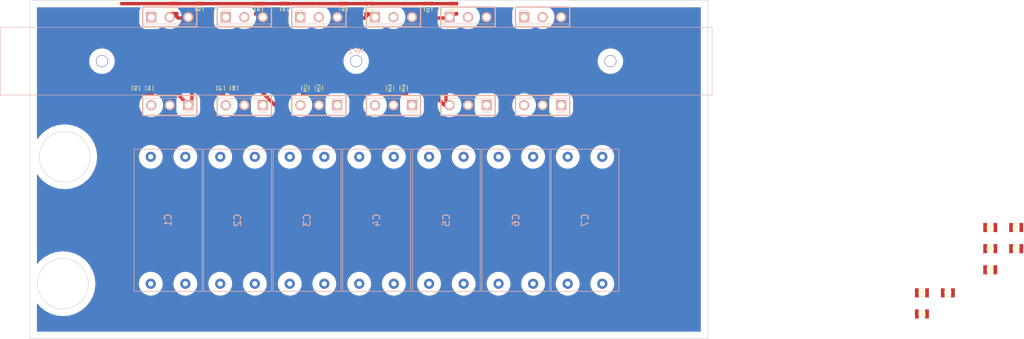
<source format=kicad_pcb>
(kicad_pcb (version 20160815) (host pcbnew "(2016-09-22 revision 8b8626c)-master")

  (general
    (links 95)
    (no_connects 76)
    (area 64.424999 32.424999 264.575001 132.575001)
    (thickness 1.6)
    (drawings 8)
    (tracks 65)
    (zones 0)
    (modules 44)
    (nets 18)
  )

  (page A4)
  (title_block
    (title "IGBT board")
    (date 2016-10-28)
    (rev 0.0)
    (company "PALTA TECH S.A.")
  )

  (layers
    (0 F.Cu signal)
    (1 In1.Cu power)
    (2 In2.Cu power)
    (3 In3.Cu signal)
    (4 In4.Cu signal)
    (31 B.Cu signal)
    (32 B.Adhes user)
    (33 F.Adhes user)
    (34 B.Paste user)
    (35 F.Paste user)
    (36 B.SilkS user)
    (37 F.SilkS user)
    (38 B.Mask user)
    (39 F.Mask user)
    (40 Dwgs.User user)
    (41 Cmts.User user)
    (42 Eco1.User user)
    (43 Eco2.User user)
    (44 Edge.Cuts user)
    (45 Margin user)
    (46 B.CrtYd user)
    (47 F.CrtYd user)
    (48 B.Fab user)
    (49 F.Fab user)
  )

  (setup
    (last_trace_width 0.25)
    (user_trace_width 1)
    (user_trace_width 3)
    (user_trace_width 5)
    (user_trace_width 6)
    (user_trace_width 7)
    (trace_clearance 0.2)
    (zone_clearance 1.5)
    (zone_45_only yes)
    (trace_min 0.2)
    (segment_width 0.2)
    (edge_width 0.15)
    (via_size 0.8)
    (via_drill 0.4)
    (via_min_size 0.4)
    (via_min_drill 0.3)
    (uvia_size 0.3)
    (uvia_drill 0.1)
    (uvias_allowed no)
    (uvia_min_size 0.2)
    (uvia_min_drill 0.1)
    (pcb_text_width 0.3)
    (pcb_text_size 1.5 1.5)
    (mod_edge_width 0.15)
    (mod_text_size 1 1)
    (mod_text_width 0.15)
    (pad_size 1.524 1.524)
    (pad_drill 0.762)
    (pad_to_mask_clearance 0.2)
    (aux_axis_origin 0 0)
    (visible_elements FFFFEF7F)
    (pcbplotparams
      (layerselection 0x01030_ffffffff)
      (usegerberextensions false)
      (excludeedgelayer true)
      (linewidth 0.100000)
      (plotframeref false)
      (viasonmask false)
      (mode 1)
      (useauxorigin false)
      (hpglpennumber 1)
      (hpglpenspeed 20)
      (hpglpendiameter 15)
      (psnegative false)
      (psa4output false)
      (plotreference true)
      (plotvalue false)
      (plotinvisibletext false)
      (padsonsilk false)
      (subtractmaskfromsilk false)
      (outputformat 1)
      (mirror false)
      (drillshape 0)
      (scaleselection 1)
      (outputdirectory "../fabrication files/"))
  )

  (net 0 "")
  (net 1 VBUS-)
  (net 2 PHASE)
  (net 3 "Net-(Q2-Pad1)")
  (net 4 VBUS+)
  (net 5 "Net-(Q1-Pad1)")
  (net 6 "Net-(Q3-Pad1)")
  (net 7 "Net-(Q4-Pad1)")
  (net 8 "Net-(Q5-Pad1)")
  (net 9 "Net-(Q6-Pad1)")
  (net 10 "Net-(Q7-Pad1)")
  (net 11 "Net-(Q8-Pad1)")
  (net 12 GATE_LOW)
  (net 13 GATE_HIGH)
  (net 14 "Net-(Q9-Pad1)")
  (net 15 "Net-(Q12-Pad1)")
  (net 16 "Net-(Q11-Pad1)")
  (net 17 "Net-(Q10-Pad1)")

  (net_class Default "This is the default net class."
    (clearance 0.2)
    (trace_width 0.25)
    (via_dia 0.8)
    (via_drill 0.4)
    (uvia_dia 0.3)
    (uvia_drill 0.1)
    (diff_pair_gap 0.25)
    (diff_pair_width 0.2)
    (add_net GATE_HIGH)
    (add_net GATE_LOW)
    (add_net "Net-(Q1-Pad1)")
    (add_net "Net-(Q10-Pad1)")
    (add_net "Net-(Q11-Pad1)")
    (add_net "Net-(Q12-Pad1)")
    (add_net "Net-(Q2-Pad1)")
    (add_net "Net-(Q3-Pad1)")
    (add_net "Net-(Q4-Pad1)")
    (add_net "Net-(Q5-Pad1)")
    (add_net "Net-(Q6-Pad1)")
    (add_net "Net-(Q7-Pad1)")
    (add_net "Net-(Q8-Pad1)")
    (add_net "Net-(Q9-Pad1)")
  )

  (net_class "High voltage" ""
    (clearance 1.5)
    (trace_width 0.25)
    (via_dia 0.8)
    (via_drill 0.4)
    (uvia_dia 0.3)
    (uvia_drill 0.1)
    (diff_pair_gap 0.25)
    (diff_pair_width 0.2)
    (add_net PHASE)
    (add_net VBUS+)
    (add_net VBUS-)
  )

  (module paltatech:heatsink-watercooled-20x210mm (layer B.Cu) (tedit 581CA177) (tstamp 581CB096)
    (at 160.75 50.5)
    (path /581A0B5B)
    (fp_text reference MP1 (at 0 -3) (layer B.SilkS)
      (effects (font (size 1.5 1.5) (thickness 0.2)) (justify mirror))
    )
    (fp_text value HEATSINK (at 0 8) (layer B.SilkS) hide
      (effects (font (size 1 1) (thickness 0.15)) (justify mirror))
    )
    (fp_line (start -105 -10) (end -105 10) (layer B.CrtYd) (width 0.15))
    (fp_line (start -105 10) (end 105 10) (layer B.CrtYd) (width 0.15))
    (fp_line (start 105 10) (end 105 -10) (layer B.CrtYd) (width 0.15))
    (fp_line (start 105 -10) (end -105 -10) (layer B.CrtYd) (width 0.15))
    (fp_text user %R (at 0 0) (layer B.Fab)
      (effects (font (size 3 3) (thickness 0.45)) (justify mirror))
    )
    (fp_line (start -105 10) (end -105 -10) (layer B.SilkS) (width 0.15))
    (fp_line (start -105 -10) (end 105 -10) (layer B.SilkS) (width 0.15))
    (fp_line (start 105 -10) (end 105 10) (layer B.SilkS) (width 0.15))
    (fp_line (start 105 10) (end -105 10) (layer B.SilkS) (width 0.15))
    (pad "" np_thru_hole circle (at 0 0) (size 3.5 3.5) (drill 3.25) (layers *.Cu *.Mask))
    (pad "" np_thru_hole circle (at -75 0) (size 3.5 3.5) (drill 3.25) (layers *.Cu *.Mask))
    (pad "" np_thru_hole circle (at 75 0) (size 3.5 3.5) (drill 3.25) (layers *.Cu *.Mask))
    (model ${KIPRJMOD}/3Dlib/heatsink.step
      (at (xyz 0 0 0))
      (scale (xyz 1 1 1))
      (rotate (xyz 0 0 0))
    )
  )

  (module IPC7351-Nominal:RESC3225X60 (layer F.Cu) (tedit 581CA158) (tstamp 581AAA96)
    (at 327.644549 118.935344)
    (descr "Resistor,Chip;3.20mm L X 2.50mm W X 0.60mm H")
    (path /581391A2)
    (attr smd)
    (fp_text reference R24 (at 0 0) (layer F.SilkS)
      (effects (font (size 0.8 0.8) (thickness 0.15)))
    )
    (fp_text value 20R (at 0 0) (layer F.Fab)
      (effects (font (size 0.5 0.5) (thickness 0.1)))
    )
    (fp_line (start -0.696 1.096) (end 0.696 1.096) (layer F.SilkS) (width 0.15))
    (fp_line (start 0.696 1.096) (end -0.696 1.096) (layer F.SilkS) (width 0.15))
    (fp_line (start -0.696 -1.096) (end 0.696 -1.096) (layer F.SilkS) (width 0.15))
    (fp_line (start 0.696 -1.096) (end -0.696 -1.096) (layer F.SilkS) (width 0.15))
    (fp_line (start -2.3 -1.6) (end 2.3 -1.6) (layer F.CrtYd) (width 0.05))
    (fp_line (start 2.3 -1.6) (end 2.3 1.6) (layer F.CrtYd) (width 0.05))
    (fp_line (start 2.3 1.6) (end -2.3 1.6) (layer F.CrtYd) (width 0.05))
    (fp_line (start -2.3 1.6) (end -2.3 -1.6) (layer F.CrtYd) (width 0.05))
    (pad 1 smd rect (at -1.5 0) (size 1.1 2.7) (layers F.Cu F.Paste F.Mask)
      (net 12 GATE_LOW))
    (pad 2 smd rect (at 1.5 0) (size 1.1 2.7) (layers F.Cu F.Paste F.Mask)
      (net 15 "Net-(Q12-Pad1)"))
    (model smd_resistors/r_1210.wrl
      (at (xyz 0 0 0))
      (scale (xyz 1 1 1))
      (rotate (xyz 0 0 0))
    )
  )

  (module IPC7351-Nominal:RESC3225X60 (layer F.Cu) (tedit 581CA158) (tstamp 581AAA6E)
    (at 347.794549 99.635344)
    (descr "Resistor,Chip;3.20mm L X 2.50mm W X 0.60mm H")
    (path /5813919A)
    (attr smd)
    (fp_text reference R23 (at 0 0) (layer F.SilkS)
      (effects (font (size 0.8 0.8) (thickness 0.15)))
    )
    (fp_text value 20R (at 0 0) (layer F.Fab)
      (effects (font (size 0.5 0.5) (thickness 0.1)))
    )
    (fp_line (start -2.3 1.6) (end -2.3 -1.6) (layer F.CrtYd) (width 0.05))
    (fp_line (start 2.3 1.6) (end -2.3 1.6) (layer F.CrtYd) (width 0.05))
    (fp_line (start 2.3 -1.6) (end 2.3 1.6) (layer F.CrtYd) (width 0.05))
    (fp_line (start -2.3 -1.6) (end 2.3 -1.6) (layer F.CrtYd) (width 0.05))
    (fp_line (start 0.696 -1.096) (end -0.696 -1.096) (layer F.SilkS) (width 0.15))
    (fp_line (start -0.696 -1.096) (end 0.696 -1.096) (layer F.SilkS) (width 0.15))
    (fp_line (start 0.696 1.096) (end -0.696 1.096) (layer F.SilkS) (width 0.15))
    (fp_line (start -0.696 1.096) (end 0.696 1.096) (layer F.SilkS) (width 0.15))
    (pad 2 smd rect (at 1.5 0) (size 1.1 2.7) (layers F.Cu F.Paste F.Mask)
      (net 15 "Net-(Q12-Pad1)"))
    (pad 1 smd rect (at -1.5 0) (size 1.1 2.7) (layers F.Cu F.Paste F.Mask)
      (net 12 GATE_LOW))
    (model smd_resistors/r_1210.wrl
      (at (xyz 0 0 0))
      (scale (xyz 1 1 1))
      (rotate (xyz 0 0 0))
    )
  )

  (module IPC7351-Nominal:RESC3225X60 (layer F.Cu) (tedit 581CA158) (tstamp 581AAA46)
    (at 355.444549 99.635344)
    (descr "Resistor,Chip;3.20mm L X 2.50mm W X 0.60mm H")
    (path /58139174)
    (attr smd)
    (fp_text reference R22 (at 0 0) (layer F.SilkS)
      (effects (font (size 0.8 0.8) (thickness 0.15)))
    )
    (fp_text value 20R (at 0 0) (layer F.Fab)
      (effects (font (size 0.5 0.5) (thickness 0.1)))
    )
    (fp_line (start -0.696 1.096) (end 0.696 1.096) (layer F.SilkS) (width 0.15))
    (fp_line (start 0.696 1.096) (end -0.696 1.096) (layer F.SilkS) (width 0.15))
    (fp_line (start -0.696 -1.096) (end 0.696 -1.096) (layer F.SilkS) (width 0.15))
    (fp_line (start 0.696 -1.096) (end -0.696 -1.096) (layer F.SilkS) (width 0.15))
    (fp_line (start -2.3 -1.6) (end 2.3 -1.6) (layer F.CrtYd) (width 0.05))
    (fp_line (start 2.3 -1.6) (end 2.3 1.6) (layer F.CrtYd) (width 0.05))
    (fp_line (start 2.3 1.6) (end -2.3 1.6) (layer F.CrtYd) (width 0.05))
    (fp_line (start -2.3 1.6) (end -2.3 -1.6) (layer F.CrtYd) (width 0.05))
    (pad 1 smd rect (at -1.5 0) (size 1.1 2.7) (layers F.Cu F.Paste F.Mask)
      (net 13 GATE_HIGH))
    (pad 2 smd rect (at 1.5 0) (size 1.1 2.7) (layers F.Cu F.Paste F.Mask)
      (net 16 "Net-(Q11-Pad1)"))
    (model smd_resistors/r_1210.wrl
      (at (xyz 0 0 0))
      (scale (xyz 1 1 1))
      (rotate (xyz 0 0 0))
    )
  )

  (module IPC7351-Nominal:RESC3225X60 (layer F.Cu) (tedit 581CA158) (tstamp 581AAA1E)
    (at 347.794549 105.885344)
    (descr "Resistor,Chip;3.20mm L X 2.50mm W X 0.60mm H")
    (path /58139192)
    (attr smd)
    (fp_text reference R20 (at 0 0) (layer F.SilkS)
      (effects (font (size 0.8 0.8) (thickness 0.15)))
    )
    (fp_text value 20R (at 0 0) (layer F.Fab)
      (effects (font (size 0.5 0.5) (thickness 0.1)))
    )
    (fp_line (start -2.3 1.6) (end -2.3 -1.6) (layer F.CrtYd) (width 0.05))
    (fp_line (start 2.3 1.6) (end -2.3 1.6) (layer F.CrtYd) (width 0.05))
    (fp_line (start 2.3 -1.6) (end 2.3 1.6) (layer F.CrtYd) (width 0.05))
    (fp_line (start -2.3 -1.6) (end 2.3 -1.6) (layer F.CrtYd) (width 0.05))
    (fp_line (start 0.696 -1.096) (end -0.696 -1.096) (layer F.SilkS) (width 0.15))
    (fp_line (start -0.696 -1.096) (end 0.696 -1.096) (layer F.SilkS) (width 0.15))
    (fp_line (start 0.696 1.096) (end -0.696 1.096) (layer F.SilkS) (width 0.15))
    (fp_line (start -0.696 1.096) (end 0.696 1.096) (layer F.SilkS) (width 0.15))
    (pad 2 smd rect (at 1.5 0) (size 1.1 2.7) (layers F.Cu F.Paste F.Mask)
      (net 17 "Net-(Q10-Pad1)"))
    (pad 1 smd rect (at -1.5 0) (size 1.1 2.7) (layers F.Cu F.Paste F.Mask)
      (net 12 GATE_LOW))
    (model smd_resistors/r_1210.wrl
      (at (xyz 0 0 0))
      (scale (xyz 1 1 1))
      (rotate (xyz 0 0 0))
    )
  )

  (module IPC7351-Nominal:RESC3225X60 (layer F.Cu) (tedit 581CA158) (tstamp 581AA9F6)
    (at 335.294549 118.935344)
    (descr "Resistor,Chip;3.20mm L X 2.50mm W X 0.60mm H")
    (path /5813918A)
    (attr smd)
    (fp_text reference R19 (at 0 0) (layer F.SilkS)
      (effects (font (size 0.8 0.8) (thickness 0.15)))
    )
    (fp_text value 20R (at 0 0) (layer F.Fab)
      (effects (font (size 0.5 0.5) (thickness 0.1)))
    )
    (fp_line (start -0.696 1.096) (end 0.696 1.096) (layer F.SilkS) (width 0.15))
    (fp_line (start 0.696 1.096) (end -0.696 1.096) (layer F.SilkS) (width 0.15))
    (fp_line (start -0.696 -1.096) (end 0.696 -1.096) (layer F.SilkS) (width 0.15))
    (fp_line (start 0.696 -1.096) (end -0.696 -1.096) (layer F.SilkS) (width 0.15))
    (fp_line (start -2.3 -1.6) (end 2.3 -1.6) (layer F.CrtYd) (width 0.05))
    (fp_line (start 2.3 -1.6) (end 2.3 1.6) (layer F.CrtYd) (width 0.05))
    (fp_line (start 2.3 1.6) (end -2.3 1.6) (layer F.CrtYd) (width 0.05))
    (fp_line (start -2.3 1.6) (end -2.3 -1.6) (layer F.CrtYd) (width 0.05))
    (pad 1 smd rect (at -1.5 0) (size 1.1 2.7) (layers F.Cu F.Paste F.Mask)
      (net 12 GATE_LOW))
    (pad 2 smd rect (at 1.5 0) (size 1.1 2.7) (layers F.Cu F.Paste F.Mask)
      (net 17 "Net-(Q10-Pad1)"))
    (model smd_resistors/r_1210.wrl
      (at (xyz 0 0 0))
      (scale (xyz 1 1 1))
      (rotate (xyz 0 0 0))
    )
  )

  (module IPC7351-Nominal:RESC3225X60 (layer F.Cu) (tedit 581CA158) (tstamp 581AA9CE)
    (at 327.644549 125.185344)
    (descr "Resistor,Chip;3.20mm L X 2.50mm W X 0.60mm H")
    (path /58139164)
    (attr smd)
    (fp_text reference R18 (at 0 0) (layer F.SilkS)
      (effects (font (size 0.8 0.8) (thickness 0.15)))
    )
    (fp_text value 20R (at 0 0) (layer F.Fab)
      (effects (font (size 0.5 0.5) (thickness 0.1)))
    )
    (fp_line (start -2.3 1.6) (end -2.3 -1.6) (layer F.CrtYd) (width 0.05))
    (fp_line (start 2.3 1.6) (end -2.3 1.6) (layer F.CrtYd) (width 0.05))
    (fp_line (start 2.3 -1.6) (end 2.3 1.6) (layer F.CrtYd) (width 0.05))
    (fp_line (start -2.3 -1.6) (end 2.3 -1.6) (layer F.CrtYd) (width 0.05))
    (fp_line (start 0.696 -1.096) (end -0.696 -1.096) (layer F.SilkS) (width 0.15))
    (fp_line (start -0.696 -1.096) (end 0.696 -1.096) (layer F.SilkS) (width 0.15))
    (fp_line (start 0.696 1.096) (end -0.696 1.096) (layer F.SilkS) (width 0.15))
    (fp_line (start -0.696 1.096) (end 0.696 1.096) (layer F.SilkS) (width 0.15))
    (pad 2 smd rect (at 1.5 0) (size 1.1 2.7) (layers F.Cu F.Paste F.Mask)
      (net 14 "Net-(Q9-Pad1)"))
    (pad 1 smd rect (at -1.5 0) (size 1.1 2.7) (layers F.Cu F.Paste F.Mask)
      (net 13 GATE_HIGH))
    (model smd_resistors/r_1210.wrl
      (at (xyz 0 0 0))
      (scale (xyz 1 1 1))
      (rotate (xyz 0 0 0))
    )
  )

  (module IPC7351-Nominal:RESC3225X60 (layer F.Cu) (tedit 581CA158) (tstamp 581AA9A6)
    (at 355.444549 105.885344)
    (descr "Resistor,Chip;3.20mm L X 2.50mm W X 0.60mm H")
    (path /5813915C)
    (attr smd)
    (fp_text reference R17 (at 0 0) (layer F.SilkS)
      (effects (font (size 0.8 0.8) (thickness 0.15)))
    )
    (fp_text value 20R (at 0 0) (layer F.Fab)
      (effects (font (size 0.5 0.5) (thickness 0.1)))
    )
    (fp_line (start -0.696 1.096) (end 0.696 1.096) (layer F.SilkS) (width 0.15))
    (fp_line (start 0.696 1.096) (end -0.696 1.096) (layer F.SilkS) (width 0.15))
    (fp_line (start -0.696 -1.096) (end 0.696 -1.096) (layer F.SilkS) (width 0.15))
    (fp_line (start 0.696 -1.096) (end -0.696 -1.096) (layer F.SilkS) (width 0.15))
    (fp_line (start -2.3 -1.6) (end 2.3 -1.6) (layer F.CrtYd) (width 0.05))
    (fp_line (start 2.3 -1.6) (end 2.3 1.6) (layer F.CrtYd) (width 0.05))
    (fp_line (start 2.3 1.6) (end -2.3 1.6) (layer F.CrtYd) (width 0.05))
    (fp_line (start -2.3 1.6) (end -2.3 -1.6) (layer F.CrtYd) (width 0.05))
    (pad 1 smd rect (at -1.5 0) (size 1.1 2.7) (layers F.Cu F.Paste F.Mask)
      (net 13 GATE_HIGH))
    (pad 2 smd rect (at 1.5 0) (size 1.1 2.7) (layers F.Cu F.Paste F.Mask)
      (net 14 "Net-(Q9-Pad1)"))
    (model smd_resistors/r_1210.wrl
      (at (xyz 0 0 0))
      (scale (xyz 1 1 1))
      (rotate (xyz 0 0 0))
    )
  )

  (module IPC7351-Nominal:RESC3225X60 (layer F.Cu) (tedit 581CA158) (tstamp 581AA7EA)
    (at 347.794549 112.135344)
    (descr "Resistor,Chip;3.20mm L X 2.50mm W X 0.60mm H")
    (path /5813916C)
    (attr smd)
    (fp_text reference R21 (at 0 0) (layer F.SilkS)
      (effects (font (size 0.8 0.8) (thickness 0.15)))
    )
    (fp_text value 20R (at 0 0) (layer F.Fab)
      (effects (font (size 0.5 0.5) (thickness 0.1)))
    )
    (fp_line (start -0.696 1.096) (end 0.696 1.096) (layer F.SilkS) (width 0.15))
    (fp_line (start 0.696 1.096) (end -0.696 1.096) (layer F.SilkS) (width 0.15))
    (fp_line (start -0.696 -1.096) (end 0.696 -1.096) (layer F.SilkS) (width 0.15))
    (fp_line (start 0.696 -1.096) (end -0.696 -1.096) (layer F.SilkS) (width 0.15))
    (fp_line (start -2.3 -1.6) (end 2.3 -1.6) (layer F.CrtYd) (width 0.05))
    (fp_line (start 2.3 -1.6) (end 2.3 1.6) (layer F.CrtYd) (width 0.05))
    (fp_line (start 2.3 1.6) (end -2.3 1.6) (layer F.CrtYd) (width 0.05))
    (fp_line (start -2.3 1.6) (end -2.3 -1.6) (layer F.CrtYd) (width 0.05))
    (pad 1 smd rect (at -1.5 0) (size 1.1 2.7) (layers F.Cu F.Paste F.Mask)
      (net 13 GATE_HIGH))
    (pad 2 smd rect (at 1.5 0) (size 1.1 2.7) (layers F.Cu F.Paste F.Mask)
      (net 16 "Net-(Q11-Pad1)"))
    (model smd_resistors/r_1210.wrl
      (at (xyz 0 0 0))
      (scale (xyz 1 1 1))
      (rotate (xyz 0 0 0))
    )
  )

  (module paltatech:CAP_FILM_EPCOS_42x20mm (layer B.Cu) (tedit 581CA158) (tstamp 581AA751)
    (at 228.25 97.5 270)
    (path /5813A28F)
    (fp_text reference C7 (at 0 0 270) (layer B.SilkS)
      (effects (font (size 2 2) (thickness 0.3)) (justify mirror))
    )
    (fp_text value "16uF 700v" (at 0 0.5 270) (layer B.SilkS) hide
      (effects (font (size 1 1) (thickness 0.15)) (justify mirror))
    )
    (fp_line (start -21 -10) (end -21 10) (layer B.Fab) (width 0.15))
    (fp_line (start 21 -10) (end -21 -10) (layer B.Fab) (width 0.15))
    (fp_line (start 21 10) (end 21 -10) (layer B.Fab) (width 0.15))
    (fp_line (start -21 10) (end 21 10) (layer B.Fab) (width 0.15))
    (fp_text user %R (at -0.25 0 270) (layer B.Fab)
      (effects (font (size 4 4) (thickness 0.4)) (justify mirror))
    )
    (fp_line (start -21 -10) (end -21 10) (layer B.SilkS) (width 0.2))
    (fp_line (start 21 -10) (end -21 -10) (layer B.SilkS) (width 0.2))
    (fp_line (start 21 10) (end 21 -10) (layer B.SilkS) (width 0.2))
    (fp_line (start -21 10) (end 21 10) (layer B.SilkS) (width 0.2))
    (pad 2 thru_hole circle (at 18.75 -5.1 270) (size 3 3) (drill 1.5) (layers *.Cu *.Mask)
      (net 1 VBUS-))
    (pad 2 thru_hole circle (at 18.75 5.1 270) (size 3 3) (drill 1.5) (layers *.Cu *.Mask)
      (net 1 VBUS-))
    (pad 1 thru_hole circle (at -18.75 -5.1 270) (size 3 3) (drill 1.5) (layers *.Cu *.Mask)
      (net 4 VBUS+))
    (pad 1 thru_hole circle (at -18.75 5.1 270) (size 3 3) (drill 1.5) (layers *.Cu *.Mask)
      (net 4 VBUS+))
    (model 3Dlib/EPCOS_film_cap_B32796G3166.step
      (at (xyz 0 0 0))
      (scale (xyz 1 1 1))
      (rotate (xyz 0 0 0))
    )
  )

  (module pth-semi:TO-247 (layer B.Cu) (tedit 581CA158) (tstamp 581AA52A)
    (at 105.75 37.5)
    (path /58133853)
    (fp_text reference Q1 (at 0 0) (layer B.SilkS)
      (effects (font (size 0.8 0.8) (thickness 0.15)) (justify mirror))
    )
    (fp_text value IGBT (at 0 0) (layer B.Fab)
      (effects (font (size 0.8 0.8) (thickness 0.15)) (justify mirror))
    )
    (fp_line (start 8.5 -3.25) (end 8.5 3.25) (layer B.CrtYd) (width 0.15))
    (fp_line (start 8.5 3.25) (end -8.5 3.25) (layer B.CrtYd) (width 0.15))
    (fp_line (start -8.5 3.25) (end -8.5 -3.25) (layer B.CrtYd) (width 0.15))
    (fp_line (start -8.5 -3.25) (end 8.5 -3.25) (layer B.CrtYd) (width 0.15))
    (fp_line (start -7.25 2) (end -8 1.25) (layer B.Fab) (width 0.15))
    (fp_line (start 8 2) (end -8 2) (layer B.Fab) (width 0.15))
    (fp_line (start 8 -3) (end 8 2.5) (layer B.Fab) (width 0.15))
    (fp_line (start 8 2.5) (end -8 2.5) (layer B.Fab) (width 0.15))
    (fp_line (start -8 2.5) (end -8 -3) (layer B.Fab) (width 0.15))
    (fp_line (start -8 -3) (end 8 -3) (layer B.Fab) (width 0.15))
    (fp_line (start -6.75 -2) (end -4.25 -2) (layer B.SilkS) (width 0.15))
    (fp_line (start 8 2) (end -8 2) (layer B.SilkS) (width 0.15))
    (fp_line (start 0.001 2.85) (end -8 2.85) (layer B.SilkS) (width 0.381))
    (fp_line (start -8 2.85) (end -8.001 -2.99974) (layer B.SilkS) (width 0.381))
    (fp_line (start -8.001 -2.99974) (end 8.001 -2.99974) (layer B.SilkS) (width 0.381))
    (fp_line (start 8.001 -2.99974) (end 8 2.85) (layer B.SilkS) (width 0.381))
    (fp_line (start 8.001 2.85) (end 0 2.85) (layer B.SilkS) (width 0.381))
    (fp_line (start -8.001 0) (end -8.001 0.39878) (layer B.SilkS) (width 0.381))
    (fp_line (start 0 -2.99974) (end 0.39878 -2.99974) (layer B.SilkS) (width 0.381))
    (pad 1 thru_hole rect (at -5.461 0) (size 3 3) (drill 2) (layers *.Cu *.Mask B.SilkS)
      (net 5 "Net-(Q1-Pad1)"))
    (pad 2 thru_hole circle (at 0 0) (size 3 3) (drill 2) (layers *.Cu *.Mask B.SilkS)
      (net 4 VBUS+))
    (pad 3 thru_hole circle (at 5.461 0) (size 3 3) (drill 2) (layers *.Cu *.Mask B.SilkS)
      (net 2 PHASE))
    (model 3Dlib/TO-247-vertical.step
      (at (xyz 0 0.1102362204724409 -0.09842519685039371))
      (scale (xyz 1 1 1))
      (rotate (xyz -90 0 0))
    )
  )

  (module pth-semi:TO-247 (layer B.Cu) (tedit 581CA158) (tstamp 581AA4F7)
    (at 193.75 63.5 180)
    (path /5813917B)
    (fp_text reference Q10 (at 0 0 180) (layer B.SilkS)
      (effects (font (size 0.8 0.8) (thickness 0.15)) (justify mirror))
    )
    (fp_text value IGBT (at 0 0 180) (layer B.Fab)
      (effects (font (size 0.8 0.8) (thickness 0.15)) (justify mirror))
    )
    (fp_line (start 0 -2.99974) (end 0.39878 -2.99974) (layer B.SilkS) (width 0.381))
    (fp_line (start -8.001 0) (end -8.001 0.39878) (layer B.SilkS) (width 0.381))
    (fp_line (start 8.001 2.85) (end 0 2.85) (layer B.SilkS) (width 0.381))
    (fp_line (start 8.001 -2.99974) (end 8 2.85) (layer B.SilkS) (width 0.381))
    (fp_line (start -8.001 -2.99974) (end 8.001 -2.99974) (layer B.SilkS) (width 0.381))
    (fp_line (start -8 2.85) (end -8.001 -2.99974) (layer B.SilkS) (width 0.381))
    (fp_line (start 0.001 2.85) (end -8 2.85) (layer B.SilkS) (width 0.381))
    (fp_line (start 8 2) (end -8 2) (layer B.SilkS) (width 0.15))
    (fp_line (start -6.75 -2) (end -4.25 -2) (layer B.SilkS) (width 0.15))
    (fp_line (start -8 -3) (end 8 -3) (layer B.Fab) (width 0.15))
    (fp_line (start -8 2.5) (end -8 -3) (layer B.Fab) (width 0.15))
    (fp_line (start 8 2.5) (end -8 2.5) (layer B.Fab) (width 0.15))
    (fp_line (start 8 -3) (end 8 2.5) (layer B.Fab) (width 0.15))
    (fp_line (start 8 2) (end -8 2) (layer B.Fab) (width 0.15))
    (fp_line (start -7.25 2) (end -8 1.25) (layer B.Fab) (width 0.15))
    (fp_line (start -8.5 -3.25) (end 8.5 -3.25) (layer B.CrtYd) (width 0.15))
    (fp_line (start -8.5 3.25) (end -8.5 -3.25) (layer B.CrtYd) (width 0.15))
    (fp_line (start 8.5 3.25) (end -8.5 3.25) (layer B.CrtYd) (width 0.15))
    (fp_line (start 8.5 -3.25) (end 8.5 3.25) (layer B.CrtYd) (width 0.15))
    (pad 3 thru_hole circle (at 5.461 0 180) (size 3 3) (drill 2) (layers *.Cu *.Mask B.SilkS)
      (net 1 VBUS-))
    (pad 2 thru_hole circle (at 0 0 180) (size 3 3) (drill 2) (layers *.Cu *.Mask B.SilkS)
      (net 2 PHASE))
    (pad 1 thru_hole rect (at -5.461 0 180) (size 3 3) (drill 2) (layers *.Cu *.Mask B.SilkS)
      (net 17 "Net-(Q10-Pad1)"))
    (model 3Dlib/TO-247-vertical.step
      (at (xyz 0 0.1102362204724409 -0.09842519685039371))
      (scale (xyz 1 1 1))
      (rotate (xyz -90 0 0))
    )
  )

  (module pth-semi:TO-247 (layer B.Cu) (tedit 581CA158) (tstamp 581AA4AB)
    (at 215.75 37.5)
    (path /58139154)
    (fp_text reference Q11 (at 0 0) (layer B.SilkS)
      (effects (font (size 0.8 0.8) (thickness 0.15)) (justify mirror))
    )
    (fp_text value IGBT (at 0 0) (layer B.Fab)
      (effects (font (size 0.8 0.8) (thickness 0.15)) (justify mirror))
    )
    (fp_line (start 8.5 -3.25) (end 8.5 3.25) (layer B.CrtYd) (width 0.15))
    (fp_line (start 8.5 3.25) (end -8.5 3.25) (layer B.CrtYd) (width 0.15))
    (fp_line (start -8.5 3.25) (end -8.5 -3.25) (layer B.CrtYd) (width 0.15))
    (fp_line (start -8.5 -3.25) (end 8.5 -3.25) (layer B.CrtYd) (width 0.15))
    (fp_line (start -7.25 2) (end -8 1.25) (layer B.Fab) (width 0.15))
    (fp_line (start 8 2) (end -8 2) (layer B.Fab) (width 0.15))
    (fp_line (start 8 -3) (end 8 2.5) (layer B.Fab) (width 0.15))
    (fp_line (start 8 2.5) (end -8 2.5) (layer B.Fab) (width 0.15))
    (fp_line (start -8 2.5) (end -8 -3) (layer B.Fab) (width 0.15))
    (fp_line (start -8 -3) (end 8 -3) (layer B.Fab) (width 0.15))
    (fp_line (start -6.75 -2) (end -4.25 -2) (layer B.SilkS) (width 0.15))
    (fp_line (start 8 2) (end -8 2) (layer B.SilkS) (width 0.15))
    (fp_line (start 0.001 2.85) (end -8 2.85) (layer B.SilkS) (width 0.381))
    (fp_line (start -8 2.85) (end -8.001 -2.99974) (layer B.SilkS) (width 0.381))
    (fp_line (start -8.001 -2.99974) (end 8.001 -2.99974) (layer B.SilkS) (width 0.381))
    (fp_line (start 8.001 -2.99974) (end 8 2.85) (layer B.SilkS) (width 0.381))
    (fp_line (start 8.001 2.85) (end 0 2.85) (layer B.SilkS) (width 0.381))
    (fp_line (start -8.001 0) (end -8.001 0.39878) (layer B.SilkS) (width 0.381))
    (fp_line (start 0 -2.99974) (end 0.39878 -2.99974) (layer B.SilkS) (width 0.381))
    (pad 1 thru_hole rect (at -5.461 0) (size 3 3) (drill 2) (layers *.Cu *.Mask B.SilkS)
      (net 16 "Net-(Q11-Pad1)"))
    (pad 2 thru_hole circle (at 0 0) (size 3 3) (drill 2) (layers *.Cu *.Mask B.SilkS)
      (net 4 VBUS+))
    (pad 3 thru_hole circle (at 5.461 0) (size 3 3) (drill 2) (layers *.Cu *.Mask B.SilkS)
      (net 2 PHASE))
    (model 3Dlib/TO-247-vertical.step
      (at (xyz 0 0.1102362204724409 -0.09842519685039371))
      (scale (xyz 1 1 1))
      (rotate (xyz -90 0 0))
    )
  )

  (module pth-semi:TO-247 (layer B.Cu) (tedit 581CA158) (tstamp 581AA45F)
    (at 215.75 63.5 180)
    (path /58139182)
    (fp_text reference Q12 (at 0 0 180) (layer B.SilkS)
      (effects (font (size 0.8 0.8) (thickness 0.15)) (justify mirror))
    )
    (fp_text value IGBT (at 0 0 180) (layer B.Fab)
      (effects (font (size 0.8 0.8) (thickness 0.15)) (justify mirror))
    )
    (fp_line (start 0 -2.99974) (end 0.39878 -2.99974) (layer B.SilkS) (width 0.381))
    (fp_line (start -8.001 0) (end -8.001 0.39878) (layer B.SilkS) (width 0.381))
    (fp_line (start 8.001 2.85) (end 0 2.85) (layer B.SilkS) (width 0.381))
    (fp_line (start 8.001 -2.99974) (end 8 2.85) (layer B.SilkS) (width 0.381))
    (fp_line (start -8.001 -2.99974) (end 8.001 -2.99974) (layer B.SilkS) (width 0.381))
    (fp_line (start -8 2.85) (end -8.001 -2.99974) (layer B.SilkS) (width 0.381))
    (fp_line (start 0.001 2.85) (end -8 2.85) (layer B.SilkS) (width 0.381))
    (fp_line (start 8 2) (end -8 2) (layer B.SilkS) (width 0.15))
    (fp_line (start -6.75 -2) (end -4.25 -2) (layer B.SilkS) (width 0.15))
    (fp_line (start -8 -3) (end 8 -3) (layer B.Fab) (width 0.15))
    (fp_line (start -8 2.5) (end -8 -3) (layer B.Fab) (width 0.15))
    (fp_line (start 8 2.5) (end -8 2.5) (layer B.Fab) (width 0.15))
    (fp_line (start 8 -3) (end 8 2.5) (layer B.Fab) (width 0.15))
    (fp_line (start 8 2) (end -8 2) (layer B.Fab) (width 0.15))
    (fp_line (start -7.25 2) (end -8 1.25) (layer B.Fab) (width 0.15))
    (fp_line (start -8.5 -3.25) (end 8.5 -3.25) (layer B.CrtYd) (width 0.15))
    (fp_line (start -8.5 3.25) (end -8.5 -3.25) (layer B.CrtYd) (width 0.15))
    (fp_line (start 8.5 3.25) (end -8.5 3.25) (layer B.CrtYd) (width 0.15))
    (fp_line (start 8.5 -3.25) (end 8.5 3.25) (layer B.CrtYd) (width 0.15))
    (pad 3 thru_hole circle (at 5.461 0 180) (size 3 3) (drill 2) (layers *.Cu *.Mask B.SilkS)
      (net 1 VBUS-))
    (pad 2 thru_hole circle (at 0 0 180) (size 3 3) (drill 2) (layers *.Cu *.Mask B.SilkS)
      (net 2 PHASE))
    (pad 1 thru_hole rect (at -5.461 0 180) (size 3 3) (drill 2) (layers *.Cu *.Mask B.SilkS)
      (net 15 "Net-(Q12-Pad1)"))
    (model 3Dlib/TO-247-vertical.step
      (at (xyz 0 0.1102362204724409 -0.09842519685039371))
      (scale (xyz 1 1 1))
      (rotate (xyz -90 0 0))
    )
  )

  (module pth-semi:TO-247 (layer B.Cu) (tedit 581CA158) (tstamp 581AA317)
    (at 193.75 37.5)
    (path /5813914D)
    (fp_text reference Q9 (at 0 0) (layer B.SilkS)
      (effects (font (size 0.8 0.8) (thickness 0.15)) (justify mirror))
    )
    (fp_text value IGBT (at 0 0) (layer B.Fab)
      (effects (font (size 0.8 0.8) (thickness 0.15)) (justify mirror))
    )
    (fp_line (start 8.5 -3.25) (end 8.5 3.25) (layer B.CrtYd) (width 0.15))
    (fp_line (start 8.5 3.25) (end -8.5 3.25) (layer B.CrtYd) (width 0.15))
    (fp_line (start -8.5 3.25) (end -8.5 -3.25) (layer B.CrtYd) (width 0.15))
    (fp_line (start -8.5 -3.25) (end 8.5 -3.25) (layer B.CrtYd) (width 0.15))
    (fp_line (start -7.25 2) (end -8 1.25) (layer B.Fab) (width 0.15))
    (fp_line (start 8 2) (end -8 2) (layer B.Fab) (width 0.15))
    (fp_line (start 8 -3) (end 8 2.5) (layer B.Fab) (width 0.15))
    (fp_line (start 8 2.5) (end -8 2.5) (layer B.Fab) (width 0.15))
    (fp_line (start -8 2.5) (end -8 -3) (layer B.Fab) (width 0.15))
    (fp_line (start -8 -3) (end 8 -3) (layer B.Fab) (width 0.15))
    (fp_line (start -6.75 -2) (end -4.25 -2) (layer B.SilkS) (width 0.15))
    (fp_line (start 8 2) (end -8 2) (layer B.SilkS) (width 0.15))
    (fp_line (start 0.001 2.85) (end -8 2.85) (layer B.SilkS) (width 0.381))
    (fp_line (start -8 2.85) (end -8.001 -2.99974) (layer B.SilkS) (width 0.381))
    (fp_line (start -8.001 -2.99974) (end 8.001 -2.99974) (layer B.SilkS) (width 0.381))
    (fp_line (start 8.001 -2.99974) (end 8 2.85) (layer B.SilkS) (width 0.381))
    (fp_line (start 8.001 2.85) (end 0 2.85) (layer B.SilkS) (width 0.381))
    (fp_line (start -8.001 0) (end -8.001 0.39878) (layer B.SilkS) (width 0.381))
    (fp_line (start 0 -2.99974) (end 0.39878 -2.99974) (layer B.SilkS) (width 0.381))
    (pad 1 thru_hole rect (at -5.461 0) (size 3 3) (drill 2) (layers *.Cu *.Mask B.SilkS)
      (net 14 "Net-(Q9-Pad1)"))
    (pad 2 thru_hole circle (at 0 0) (size 3 3) (drill 2) (layers *.Cu *.Mask B.SilkS)
      (net 4 VBUS+))
    (pad 3 thru_hole circle (at 5.461 0) (size 3 3) (drill 2) (layers *.Cu *.Mask B.SilkS)
      (net 2 PHASE))
    (model 3Dlib/TO-247-vertical.step
      (at (xyz 0 0.1102362204724409 -0.09842519685039371))
      (scale (xyz 1 1 1))
      (rotate (xyz -90 0 0))
    )
  )

  (module pth-semi:TO-247 (layer B.Cu) (tedit 581CA531) (tstamp 58137FAB)
    (at 105.75 63.5 180)
    (path /5813643E)
    (fp_text reference Q2 (at 0 0 180) (layer B.SilkS)
      (effects (font (size 0.8 0.8) (thickness 0.15)) (justify mirror))
    )
    (fp_text value IGBT (at 0 0 180) (layer B.Fab)
      (effects (font (size 0.8 0.8) (thickness 0.15)) (justify mirror))
    )
    (fp_line (start 0 -2.99974) (end 0.39878 -2.99974) (layer B.SilkS) (width 0.381))
    (fp_line (start -8.001 0) (end -8.001 0.39878) (layer B.SilkS) (width 0.381))
    (fp_line (start 8.001 2.85) (end 0 2.85) (layer B.SilkS) (width 0.381))
    (fp_line (start 8.001 -2.99974) (end 8 2.85) (layer B.SilkS) (width 0.381))
    (fp_line (start -8.001 -2.99974) (end 8.001 -2.99974) (layer B.SilkS) (width 0.381))
    (fp_line (start -8 2.85) (end -8.001 -2.99974) (layer B.SilkS) (width 0.381))
    (fp_line (start 0.001 2.85) (end -8 2.85) (layer B.SilkS) (width 0.381))
    (fp_line (start 8 2) (end -8 2) (layer B.SilkS) (width 0.15))
    (fp_line (start -6.75 -2) (end -4.25 -2) (layer B.SilkS) (width 0.15))
    (fp_line (start -8 -3) (end 8 -3) (layer B.Fab) (width 0.15))
    (fp_line (start -8 2.5) (end -8 -3) (layer B.Fab) (width 0.15))
    (fp_line (start 8 2.5) (end -8 2.5) (layer B.Fab) (width 0.15))
    (fp_line (start 8 -3) (end 8 2.5) (layer B.Fab) (width 0.15))
    (fp_line (start 8 2) (end -8 2) (layer B.Fab) (width 0.15))
    (fp_line (start -7.25 2) (end -8 1.25) (layer B.Fab) (width 0.15))
    (fp_line (start -8.5 -3.25) (end 8.5 -3.25) (layer B.CrtYd) (width 0.15))
    (fp_line (start -8.5 3.25) (end -8.5 -3.25) (layer B.CrtYd) (width 0.15))
    (fp_line (start 8.5 3.25) (end -8.5 3.25) (layer B.CrtYd) (width 0.15))
    (fp_line (start 8.5 -3.25) (end 8.5 3.25) (layer B.CrtYd) (width 0.15))
    (pad 1 thru_hole rect (at -5.461 0 180) (size 3 3) (drill 2) (layers *.Cu *.Mask B.SilkS)
      (net 3 "Net-(Q2-Pad1)"))
    (pad 2 thru_hole circle (at 0 0 180) (size 3 3) (drill 2) (layers *.Cu *.Mask B.SilkS)
      (net 2 PHASE))
    (pad 3 thru_hole circle (at 5.461 0 180) (size 3 3) (drill 2) (layers *.Cu *.Mask B.SilkS)
      (net 1 VBUS-))
    (model 3Dlib/TO-247-vertical.step
      (at (xyz 0 0.1102362204724409 -0.09842519685039371))
      (scale (xyz 1 1 1))
      (rotate (xyz -90 0 0))
    )
  )

  (module pth-semi:TO-247 (layer B.Cu) (tedit 581CA52C) (tstamp 58138387)
    (at 171.75 63.5 180)
    (path /581377EB)
    (fp_text reference Q8 (at 0 0 180) (layer B.SilkS)
      (effects (font (size 0.8 0.8) (thickness 0.15)) (justify mirror))
    )
    (fp_text value IGBT (at 0 0 180) (layer B.Fab)
      (effects (font (size 0.8 0.8) (thickness 0.15)) (justify mirror))
    )
    (fp_line (start 0 -2.99974) (end 0.39878 -2.99974) (layer B.SilkS) (width 0.381))
    (fp_line (start -8.001 0) (end -8.001 0.39878) (layer B.SilkS) (width 0.381))
    (fp_line (start 8.001 2.85) (end 0 2.85) (layer B.SilkS) (width 0.381))
    (fp_line (start 8.001 -2.99974) (end 8 2.85) (layer B.SilkS) (width 0.381))
    (fp_line (start -8.001 -2.99974) (end 8.001 -2.99974) (layer B.SilkS) (width 0.381))
    (fp_line (start -8 2.85) (end -8.001 -2.99974) (layer B.SilkS) (width 0.381))
    (fp_line (start 0.001 2.85) (end -8 2.85) (layer B.SilkS) (width 0.381))
    (fp_line (start 8 2) (end -8 2) (layer B.SilkS) (width 0.15))
    (fp_line (start -6.75 -2) (end -4.25 -2) (layer B.SilkS) (width 0.15))
    (fp_line (start -8 -3) (end 8 -3) (layer B.Fab) (width 0.15))
    (fp_line (start -8 2.5) (end -8 -3) (layer B.Fab) (width 0.15))
    (fp_line (start 8 2.5) (end -8 2.5) (layer B.Fab) (width 0.15))
    (fp_line (start 8 -3) (end 8 2.5) (layer B.Fab) (width 0.15))
    (fp_line (start 8 2) (end -8 2) (layer B.Fab) (width 0.15))
    (fp_line (start -7.25 2) (end -8 1.25) (layer B.Fab) (width 0.15))
    (fp_line (start -8.5 -3.25) (end 8.5 -3.25) (layer B.CrtYd) (width 0.15))
    (fp_line (start -8.5 3.25) (end -8.5 -3.25) (layer B.CrtYd) (width 0.15))
    (fp_line (start 8.5 3.25) (end -8.5 3.25) (layer B.CrtYd) (width 0.15))
    (fp_line (start 8.5 -3.25) (end 8.5 3.25) (layer B.CrtYd) (width 0.15))
    (pad 1 thru_hole rect (at -5.461 0 180) (size 3 3) (drill 2) (layers *.Cu *.Mask B.SilkS)
      (net 11 "Net-(Q8-Pad1)"))
    (pad 2 thru_hole circle (at 0 0 180) (size 3 3) (drill 2) (layers *.Cu *.Mask B.SilkS)
      (net 2 PHASE))
    (pad 3 thru_hole circle (at 5.461 0 180) (size 3 3) (drill 2) (layers *.Cu *.Mask B.SilkS)
      (net 1 VBUS-))
    (model 3Dlib/TO-247-vertical.step
      (at (xyz 0 0.1102362204724409 -0.09842519685039371))
      (scale (xyz 1 1 1))
      (rotate (xyz -90 0 0))
    )
  )

  (module pth-semi:TO-247 (layer B.Cu) (tedit 581CA158) (tstamp 5813833B)
    (at 171.75 37.5)
    (path /581377BD)
    (fp_text reference Q7 (at 0 0) (layer B.SilkS)
      (effects (font (size 0.8 0.8) (thickness 0.15)) (justify mirror))
    )
    (fp_text value IGBT (at 0 0) (layer B.Fab)
      (effects (font (size 0.8 0.8) (thickness 0.15)) (justify mirror))
    )
    (fp_line (start 0 -2.99974) (end 0.39878 -2.99974) (layer B.SilkS) (width 0.381))
    (fp_line (start -8.001 0) (end -8.001 0.39878) (layer B.SilkS) (width 0.381))
    (fp_line (start 8.001 2.85) (end 0 2.85) (layer B.SilkS) (width 0.381))
    (fp_line (start 8.001 -2.99974) (end 8 2.85) (layer B.SilkS) (width 0.381))
    (fp_line (start -8.001 -2.99974) (end 8.001 -2.99974) (layer B.SilkS) (width 0.381))
    (fp_line (start -8 2.85) (end -8.001 -2.99974) (layer B.SilkS) (width 0.381))
    (fp_line (start 0.001 2.85) (end -8 2.85) (layer B.SilkS) (width 0.381))
    (fp_line (start 8 2) (end -8 2) (layer B.SilkS) (width 0.15))
    (fp_line (start -6.75 -2) (end -4.25 -2) (layer B.SilkS) (width 0.15))
    (fp_line (start -8 -3) (end 8 -3) (layer B.Fab) (width 0.15))
    (fp_line (start -8 2.5) (end -8 -3) (layer B.Fab) (width 0.15))
    (fp_line (start 8 2.5) (end -8 2.5) (layer B.Fab) (width 0.15))
    (fp_line (start 8 -3) (end 8 2.5) (layer B.Fab) (width 0.15))
    (fp_line (start 8 2) (end -8 2) (layer B.Fab) (width 0.15))
    (fp_line (start -7.25 2) (end -8 1.25) (layer B.Fab) (width 0.15))
    (fp_line (start -8.5 -3.25) (end 8.5 -3.25) (layer B.CrtYd) (width 0.15))
    (fp_line (start -8.5 3.25) (end -8.5 -3.25) (layer B.CrtYd) (width 0.15))
    (fp_line (start 8.5 3.25) (end -8.5 3.25) (layer B.CrtYd) (width 0.15))
    (fp_line (start 8.5 -3.25) (end 8.5 3.25) (layer B.CrtYd) (width 0.15))
    (pad 1 thru_hole rect (at -5.461 0) (size 3 3) (drill 2) (layers *.Cu *.Mask B.SilkS)
      (net 10 "Net-(Q7-Pad1)"))
    (pad 2 thru_hole circle (at 0 0) (size 3 3) (drill 2) (layers *.Cu *.Mask B.SilkS)
      (net 4 VBUS+))
    (pad 3 thru_hole circle (at 5.461 0) (size 3 3) (drill 2) (layers *.Cu *.Mask B.SilkS)
      (net 2 PHASE))
    (model 3Dlib/TO-247-vertical.step
      (at (xyz 0 0.1102362204724409 -0.09842519685039371))
      (scale (xyz 1 1 1))
      (rotate (xyz -90 0 0))
    )
  )

  (module pth-semi:TO-247 (layer B.Cu) (tedit 581CA530) (tstamp 581382EF)
    (at 149.75 63.5 180)
    (path /581377E4)
    (fp_text reference Q6 (at 0 0 180) (layer B.SilkS)
      (effects (font (size 0.8 0.8) (thickness 0.15)) (justify mirror))
    )
    (fp_text value IGBT (at 0 0 180) (layer B.Fab)
      (effects (font (size 0.8 0.8) (thickness 0.15)) (justify mirror))
    )
    (fp_line (start 0 -2.99974) (end 0.39878 -2.99974) (layer B.SilkS) (width 0.381))
    (fp_line (start -8.001 0) (end -8.001 0.39878) (layer B.SilkS) (width 0.381))
    (fp_line (start 8.001 2.85) (end 0 2.85) (layer B.SilkS) (width 0.381))
    (fp_line (start 8.001 -2.99974) (end 8 2.85) (layer B.SilkS) (width 0.381))
    (fp_line (start -8.001 -2.99974) (end 8.001 -2.99974) (layer B.SilkS) (width 0.381))
    (fp_line (start -8 2.85) (end -8.001 -2.99974) (layer B.SilkS) (width 0.381))
    (fp_line (start 0.001 2.85) (end -8 2.85) (layer B.SilkS) (width 0.381))
    (fp_line (start 8 2) (end -8 2) (layer B.SilkS) (width 0.15))
    (fp_line (start -6.75 -2) (end -4.25 -2) (layer B.SilkS) (width 0.15))
    (fp_line (start -8 -3) (end 8 -3) (layer B.Fab) (width 0.15))
    (fp_line (start -8 2.5) (end -8 -3) (layer B.Fab) (width 0.15))
    (fp_line (start 8 2.5) (end -8 2.5) (layer B.Fab) (width 0.15))
    (fp_line (start 8 -3) (end 8 2.5) (layer B.Fab) (width 0.15))
    (fp_line (start 8 2) (end -8 2) (layer B.Fab) (width 0.15))
    (fp_line (start -7.25 2) (end -8 1.25) (layer B.Fab) (width 0.15))
    (fp_line (start -8.5 -3.25) (end 8.5 -3.25) (layer B.CrtYd) (width 0.15))
    (fp_line (start -8.5 3.25) (end -8.5 -3.25) (layer B.CrtYd) (width 0.15))
    (fp_line (start 8.5 3.25) (end -8.5 3.25) (layer B.CrtYd) (width 0.15))
    (fp_line (start 8.5 -3.25) (end 8.5 3.25) (layer B.CrtYd) (width 0.15))
    (pad 1 thru_hole rect (at -5.461 0 180) (size 3 3) (drill 2) (layers *.Cu *.Mask B.SilkS)
      (net 9 "Net-(Q6-Pad1)"))
    (pad 2 thru_hole circle (at 0 0 180) (size 3 3) (drill 2) (layers *.Cu *.Mask B.SilkS)
      (net 2 PHASE))
    (pad 3 thru_hole circle (at 5.461 0 180) (size 3 3) (drill 2) (layers *.Cu *.Mask B.SilkS)
      (net 1 VBUS-))
    (model 3Dlib/TO-247-vertical.step
      (at (xyz 0 0.1102362204724409 -0.09842519685039371))
      (scale (xyz 1 1 1))
      (rotate (xyz -90 0 0))
    )
  )

  (module pth-semi:TO-247 (layer B.Cu) (tedit 581CA158) (tstamp 581382A3)
    (at 149.75 37.5)
    (path /581377B6)
    (fp_text reference Q5 (at 0 0) (layer B.SilkS)
      (effects (font (size 0.8 0.8) (thickness 0.15)) (justify mirror))
    )
    (fp_text value IGBT (at 0 0) (layer B.Fab)
      (effects (font (size 0.8 0.8) (thickness 0.15)) (justify mirror))
    )
    (fp_line (start 0 -2.99974) (end 0.39878 -2.99974) (layer B.SilkS) (width 0.381))
    (fp_line (start -8.001 0) (end -8.001 0.39878) (layer B.SilkS) (width 0.381))
    (fp_line (start 8.001 2.85) (end 0 2.85) (layer B.SilkS) (width 0.381))
    (fp_line (start 8.001 -2.99974) (end 8 2.85) (layer B.SilkS) (width 0.381))
    (fp_line (start -8.001 -2.99974) (end 8.001 -2.99974) (layer B.SilkS) (width 0.381))
    (fp_line (start -8 2.85) (end -8.001 -2.99974) (layer B.SilkS) (width 0.381))
    (fp_line (start 0.001 2.85) (end -8 2.85) (layer B.SilkS) (width 0.381))
    (fp_line (start 8 2) (end -8 2) (layer B.SilkS) (width 0.15))
    (fp_line (start -6.75 -2) (end -4.25 -2) (layer B.SilkS) (width 0.15))
    (fp_line (start -8 -3) (end 8 -3) (layer B.Fab) (width 0.15))
    (fp_line (start -8 2.5) (end -8 -3) (layer B.Fab) (width 0.15))
    (fp_line (start 8 2.5) (end -8 2.5) (layer B.Fab) (width 0.15))
    (fp_line (start 8 -3) (end 8 2.5) (layer B.Fab) (width 0.15))
    (fp_line (start 8 2) (end -8 2) (layer B.Fab) (width 0.15))
    (fp_line (start -7.25 2) (end -8 1.25) (layer B.Fab) (width 0.15))
    (fp_line (start -8.5 -3.25) (end 8.5 -3.25) (layer B.CrtYd) (width 0.15))
    (fp_line (start -8.5 3.25) (end -8.5 -3.25) (layer B.CrtYd) (width 0.15))
    (fp_line (start 8.5 3.25) (end -8.5 3.25) (layer B.CrtYd) (width 0.15))
    (fp_line (start 8.5 -3.25) (end 8.5 3.25) (layer B.CrtYd) (width 0.15))
    (pad 1 thru_hole rect (at -5.461 0) (size 3 3) (drill 2) (layers *.Cu *.Mask B.SilkS)
      (net 8 "Net-(Q5-Pad1)"))
    (pad 2 thru_hole circle (at 0 0) (size 3 3) (drill 2) (layers *.Cu *.Mask B.SilkS)
      (net 4 VBUS+))
    (pad 3 thru_hole circle (at 5.461 0) (size 3 3) (drill 2) (layers *.Cu *.Mask B.SilkS)
      (net 2 PHASE))
    (model 3Dlib/TO-247-vertical.step
      (at (xyz 0 0.1102362204724409 -0.09842519685039371))
      (scale (xyz 1 1 1))
      (rotate (xyz -90 0 0))
    )
  )

  (module pth-semi:TO-247 (layer B.Cu) (tedit 581D0F99) (tstamp 58138257)
    (at 127.75 63.5 180)
    (path /58136445)
    (fp_text reference Q4 (at 0 0 180) (layer B.SilkS)
      (effects (font (size 0.8 0.8) (thickness 0.15)) (justify mirror))
    )
    (fp_text value IGBT (at 0 0 180) (layer B.Fab)
      (effects (font (size 0.8 0.8) (thickness 0.15)) (justify mirror))
    )
    (fp_line (start 0 -2.99974) (end 0.39878 -2.99974) (layer B.SilkS) (width 0.381))
    (fp_line (start -8.001 0) (end -8.001 0.39878) (layer B.SilkS) (width 0.381))
    (fp_line (start 8.001 2.85) (end 0 2.85) (layer B.SilkS) (width 0.381))
    (fp_line (start 8.001 -2.99974) (end 8 2.85) (layer B.SilkS) (width 0.381))
    (fp_line (start -8.001 -2.99974) (end 8.001 -2.99974) (layer B.SilkS) (width 0.381))
    (fp_line (start -8 2.85) (end -8.001 -2.99974) (layer B.SilkS) (width 0.381))
    (fp_line (start 0.001 2.85) (end -8 2.85) (layer B.SilkS) (width 0.381))
    (fp_line (start 8 2) (end -8 2) (layer B.SilkS) (width 0.15))
    (fp_line (start -6.75 -2) (end -4.25 -2) (layer B.SilkS) (width 0.15))
    (fp_line (start -8 -3) (end 8 -3) (layer B.Fab) (width 0.15))
    (fp_line (start -8 2.5) (end -8 -3) (layer B.Fab) (width 0.15))
    (fp_line (start 8 2.5) (end -8 2.5) (layer B.Fab) (width 0.15))
    (fp_line (start 8 -3) (end 8 2.5) (layer B.Fab) (width 0.15))
    (fp_line (start 8 2) (end -8 2) (layer B.Fab) (width 0.15))
    (fp_line (start -7.25 2) (end -8 1.25) (layer B.Fab) (width 0.15))
    (fp_line (start -8.5 -3.25) (end 8.5 -3.25) (layer B.CrtYd) (width 0.15))
    (fp_line (start -8.5 3.25) (end -8.5 -3.25) (layer B.CrtYd) (width 0.15))
    (fp_line (start 8.5 3.25) (end -8.5 3.25) (layer B.CrtYd) (width 0.15))
    (fp_line (start 8.5 -3.25) (end 8.5 3.25) (layer B.CrtYd) (width 0.15))
    (pad 1 thru_hole rect (at -5.461 0 180) (size 3 3) (drill 2) (layers *.Cu *.Mask B.SilkS)
      (net 7 "Net-(Q4-Pad1)"))
    (pad 2 thru_hole circle (at 0 0 180) (size 3 3) (drill 2) (layers *.Cu *.Mask B.SilkS)
      (net 2 PHASE))
    (pad 3 thru_hole circle (at 5.461 0 180) (size 3 3) (drill 2) (layers *.Cu *.Mask B.SilkS)
      (net 1 VBUS-))
    (model 3Dlib/TO-247-vertical.step
      (at (xyz 0 0.1102362204724409 -0.09842519685039371))
      (scale (xyz 1 1 1))
      (rotate (xyz -90 0 0))
    )
  )

  (module pth-semi:TO-247 (layer B.Cu) (tedit 581CA53A) (tstamp 5813820B)
    (at 127.75 37.5)
    (path /5813390E)
    (fp_text reference Q3 (at 0 0) (layer B.SilkS)
      (effects (font (size 0.8 0.8) (thickness 0.15)) (justify mirror))
    )
    (fp_text value IGBT (at 0 0) (layer B.Fab)
      (effects (font (size 0.8 0.8) (thickness 0.15)) (justify mirror))
    )
    (fp_line (start 0 -2.99974) (end 0.39878 -2.99974) (layer B.SilkS) (width 0.381))
    (fp_line (start -8.001 0) (end -8.001 0.39878) (layer B.SilkS) (width 0.381))
    (fp_line (start 8.001 2.85) (end 0 2.85) (layer B.SilkS) (width 0.381))
    (fp_line (start 8.001 -2.99974) (end 8 2.85) (layer B.SilkS) (width 0.381))
    (fp_line (start -8.001 -2.99974) (end 8.001 -2.99974) (layer B.SilkS) (width 0.381))
    (fp_line (start -8 2.85) (end -8.001 -2.99974) (layer B.SilkS) (width 0.381))
    (fp_line (start 0.001 2.85) (end -8 2.85) (layer B.SilkS) (width 0.381))
    (fp_line (start 8 2) (end -8 2) (layer B.SilkS) (width 0.15))
    (fp_line (start -6.75 -2) (end -4.25 -2) (layer B.SilkS) (width 0.15))
    (fp_line (start -8 -3) (end 8 -3) (layer B.Fab) (width 0.15))
    (fp_line (start -8 2.5) (end -8 -3) (layer B.Fab) (width 0.15))
    (fp_line (start 8 2.5) (end -8 2.5) (layer B.Fab) (width 0.15))
    (fp_line (start 8 -3) (end 8 2.5) (layer B.Fab) (width 0.15))
    (fp_line (start 8 2) (end -8 2) (layer B.Fab) (width 0.15))
    (fp_line (start -7.25 2) (end -8 1.25) (layer B.Fab) (width 0.15))
    (fp_line (start -8.5 -3.25) (end 8.5 -3.25) (layer B.CrtYd) (width 0.15))
    (fp_line (start -8.5 3.25) (end -8.5 -3.25) (layer B.CrtYd) (width 0.15))
    (fp_line (start 8.5 3.25) (end -8.5 3.25) (layer B.CrtYd) (width 0.15))
    (fp_line (start 8.5 -3.25) (end 8.5 3.25) (layer B.CrtYd) (width 0.15))
    (pad 1 thru_hole rect (at -5.461 0) (size 3 3) (drill 2) (layers *.Cu *.Mask B.SilkS)
      (net 6 "Net-(Q3-Pad1)"))
    (pad 2 thru_hole circle (at 0 0) (size 3 3) (drill 2) (layers *.Cu *.Mask B.SilkS)
      (net 4 VBUS+))
    (pad 3 thru_hole circle (at 5.461 0) (size 3 3) (drill 2) (layers *.Cu *.Mask B.SilkS)
      (net 2 PHASE))
    (model 3Dlib/TO-247-vertical.step
      (at (xyz 0 0.1102362204724409 -0.09842519685039371))
      (scale (xyz 1 1 1))
      (rotate (xyz -90 0 0))
    )
  )

  (module paltatech:CAP_FILM_EPCOS_42x20mm (layer B.Cu) (tedit 581CA158) (tstamp 5840B06E)
    (at 105.25 97.5 270)
    (path /58139A9C)
    (fp_text reference C1 (at 0 0 270) (layer B.SilkS)
      (effects (font (size 2 2) (thickness 0.3)) (justify mirror))
    )
    (fp_text value "16uF 700v" (at 0 0.5 270) (layer B.SilkS) hide
      (effects (font (size 1 1) (thickness 0.15)) (justify mirror))
    )
    (fp_line (start -21 10) (end 21 10) (layer B.SilkS) (width 0.2))
    (fp_line (start 21 10) (end 21 -10) (layer B.SilkS) (width 0.2))
    (fp_line (start 21 -10) (end -21 -10) (layer B.SilkS) (width 0.2))
    (fp_line (start -21 -10) (end -21 10) (layer B.SilkS) (width 0.2))
    (fp_text user %R (at -0.25 0 270) (layer B.Fab)
      (effects (font (size 4 4) (thickness 0.4)) (justify mirror))
    )
    (fp_line (start -21 10) (end 21 10) (layer B.Fab) (width 0.15))
    (fp_line (start 21 10) (end 21 -10) (layer B.Fab) (width 0.15))
    (fp_line (start 21 -10) (end -21 -10) (layer B.Fab) (width 0.15))
    (fp_line (start -21 -10) (end -21 10) (layer B.Fab) (width 0.15))
    (pad 2 thru_hole circle (at 18.75 -5.1 270) (size 3 3) (drill 1.5) (layers *.Cu *.Mask)
      (net 1 VBUS-))
    (pad 2 thru_hole circle (at 18.75 5.1 270) (size 3 3) (drill 1.5) (layers *.Cu *.Mask)
      (net 1 VBUS-))
    (pad 1 thru_hole circle (at -18.75 -5.1 270) (size 3 3) (drill 1.5) (layers *.Cu *.Mask)
      (net 4 VBUS+))
    (pad 1 thru_hole circle (at -18.75 5.1 270) (size 3 3) (drill 1.5) (layers *.Cu *.Mask)
      (net 4 VBUS+))
    (model 3Dlib/EPCOS_film_cap_B32796G3166.step
      (at (xyz 0 0 0))
      (scale (xyz 1 1 1))
      (rotate (xyz 0 0 0))
    )
  )

  (module paltatech:CAP_FILM_EPCOS_42x20mm (layer B.Cu) (tedit 581CA158) (tstamp 5840B01C)
    (at 207.85 97.5 90)
    (path /5813A288)
    (fp_text reference C6 (at 0 0 90) (layer B.SilkS)
      (effects (font (size 2 2) (thickness 0.3)) (justify mirror))
    )
    (fp_text value "16uF 700v" (at 0 0.5 90) (layer B.SilkS) hide
      (effects (font (size 1 1) (thickness 0.15)) (justify mirror))
    )
    (fp_line (start -21 10) (end 21 10) (layer B.SilkS) (width 0.2))
    (fp_line (start 21 10) (end 21 -10) (layer B.SilkS) (width 0.2))
    (fp_line (start 21 -10) (end -21 -10) (layer B.SilkS) (width 0.2))
    (fp_line (start -21 -10) (end -21 10) (layer B.SilkS) (width 0.2))
    (fp_text user %R (at -0.25 0 90) (layer B.Fab)
      (effects (font (size 4 4) (thickness 0.4)) (justify mirror))
    )
    (fp_line (start -21 10) (end 21 10) (layer B.Fab) (width 0.15))
    (fp_line (start 21 10) (end 21 -10) (layer B.Fab) (width 0.15))
    (fp_line (start 21 -10) (end -21 -10) (layer B.Fab) (width 0.15))
    (fp_line (start -21 -10) (end -21 10) (layer B.Fab) (width 0.15))
    (pad 2 thru_hole circle (at 18.75 -5.1 90) (size 3 3) (drill 1.5) (layers *.Cu *.Mask)
      (net 1 VBUS-))
    (pad 2 thru_hole circle (at 18.75 5.1 90) (size 3 3) (drill 1.5) (layers *.Cu *.Mask)
      (net 1 VBUS-))
    (pad 1 thru_hole circle (at -18.75 -5.1 90) (size 3 3) (drill 1.5) (layers *.Cu *.Mask)
      (net 4 VBUS+))
    (pad 1 thru_hole circle (at -18.75 5.1 90) (size 3 3) (drill 1.5) (layers *.Cu *.Mask)
      (net 4 VBUS+))
    (model 3Dlib/EPCOS_film_cap_B32796G3166.step
      (at (xyz 0 0 0))
      (scale (xyz 1 1 1))
      (rotate (xyz 0 0 0))
    )
  )

  (module paltatech:CAP_FILM_EPCOS_42x20mm (layer B.Cu) (tedit 581CA158) (tstamp 5813856D)
    (at 125.75 97.5 90)
    (path /58139CFB)
    (fp_text reference C2 (at 0 0 90) (layer B.SilkS)
      (effects (font (size 2 2) (thickness 0.3)) (justify mirror))
    )
    (fp_text value "16uF 700v" (at 0 0.5 90) (layer B.SilkS) hide
      (effects (font (size 1 1) (thickness 0.15)) (justify mirror))
    )
    (fp_line (start -21 10) (end 21 10) (layer B.SilkS) (width 0.2))
    (fp_line (start 21 10) (end 21 -10) (layer B.SilkS) (width 0.2))
    (fp_line (start 21 -10) (end -21 -10) (layer B.SilkS) (width 0.2))
    (fp_line (start -21 -10) (end -21 10) (layer B.SilkS) (width 0.2))
    (fp_text user %R (at -0.25 0 90) (layer B.Fab)
      (effects (font (size 4 4) (thickness 0.4)) (justify mirror))
    )
    (fp_line (start -21 10) (end 21 10) (layer B.Fab) (width 0.15))
    (fp_line (start 21 10) (end 21 -10) (layer B.Fab) (width 0.15))
    (fp_line (start 21 -10) (end -21 -10) (layer B.Fab) (width 0.15))
    (fp_line (start -21 -10) (end -21 10) (layer B.Fab) (width 0.15))
    (pad 1 thru_hole circle (at -18.75 5.1 90) (size 3 3) (drill 1.5) (layers *.Cu *.Mask)
      (net 4 VBUS+))
    (pad 1 thru_hole circle (at -18.75 -5.1 90) (size 3 3) (drill 1.5) (layers *.Cu *.Mask)
      (net 4 VBUS+))
    (pad 2 thru_hole circle (at 18.75 5.1 90) (size 3 3) (drill 1.5) (layers *.Cu *.Mask)
      (net 1 VBUS-))
    (pad 2 thru_hole circle (at 18.75 -5.1 90) (size 3 3) (drill 1.5) (layers *.Cu *.Mask)
      (net 1 VBUS-))
    (model 3Dlib/EPCOS_film_cap_B32796G3166.step
      (at (xyz 0 0 0))
      (scale (xyz 1 1 1))
      (rotate (xyz 0 0 0))
    )
  )

  (module paltatech:CAP_FILM_EPCOS_42x20mm (layer B.Cu) (tedit 581CA158) (tstamp 581384A9)
    (at 166.75 97.5 90)
    (path /58139FF2)
    (fp_text reference C4 (at 0 0 90) (layer B.SilkS)
      (effects (font (size 2 2) (thickness 0.3)) (justify mirror))
    )
    (fp_text value "16uF 700v" (at 0 0.5 90) (layer B.SilkS) hide
      (effects (font (size 1 1) (thickness 0.15)) (justify mirror))
    )
    (fp_line (start -21 10) (end 21 10) (layer B.SilkS) (width 0.2))
    (fp_line (start 21 10) (end 21 -10) (layer B.SilkS) (width 0.2))
    (fp_line (start 21 -10) (end -21 -10) (layer B.SilkS) (width 0.2))
    (fp_line (start -21 -10) (end -21 10) (layer B.SilkS) (width 0.2))
    (fp_text user %R (at -0.25 0 90) (layer B.Fab)
      (effects (font (size 4 4) (thickness 0.4)) (justify mirror))
    )
    (fp_line (start -21 10) (end 21 10) (layer B.Fab) (width 0.15))
    (fp_line (start 21 10) (end 21 -10) (layer B.Fab) (width 0.15))
    (fp_line (start 21 -10) (end -21 -10) (layer B.Fab) (width 0.15))
    (fp_line (start -21 -10) (end -21 10) (layer B.Fab) (width 0.15))
    (pad 1 thru_hole circle (at -18.75 5.1 90) (size 3 3) (drill 1.5) (layers *.Cu *.Mask)
      (net 4 VBUS+))
    (pad 1 thru_hole circle (at -18.75 -5.1 90) (size 3 3) (drill 1.5) (layers *.Cu *.Mask)
      (net 4 VBUS+))
    (pad 2 thru_hole circle (at 18.75 5.1 90) (size 3 3) (drill 1.5) (layers *.Cu *.Mask)
      (net 1 VBUS-))
    (pad 2 thru_hole circle (at 18.75 -5.1 90) (size 3 3) (drill 1.5) (layers *.Cu *.Mask)
      (net 1 VBUS-))
    (model 3Dlib/EPCOS_film_cap_B32796G3166.step
      (at (xyz 0 0 0))
      (scale (xyz 1 1 1))
      (rotate (xyz 0 0 0))
    )
  )

  (module paltatech:CAP_FILM_EPCOS_42x20mm (layer B.Cu) (tedit 581CA158) (tstamp 58138478)
    (at 146.25 97.5 270)
    (path /58139FEB)
    (fp_text reference C3 (at 0 0 270) (layer B.SilkS)
      (effects (font (size 2 2) (thickness 0.3)) (justify mirror))
    )
    (fp_text value "16uF 700v" (at 0 0.5 270) (layer B.SilkS) hide
      (effects (font (size 1 1) (thickness 0.15)) (justify mirror))
    )
    (fp_line (start -21 10) (end 21 10) (layer B.SilkS) (width 0.2))
    (fp_line (start 21 10) (end 21 -10) (layer B.SilkS) (width 0.2))
    (fp_line (start 21 -10) (end -21 -10) (layer B.SilkS) (width 0.2))
    (fp_line (start -21 -10) (end -21 10) (layer B.SilkS) (width 0.2))
    (fp_text user %R (at -0.25 0 270) (layer B.Fab)
      (effects (font (size 4 4) (thickness 0.4)) (justify mirror))
    )
    (fp_line (start -21 10) (end 21 10) (layer B.Fab) (width 0.15))
    (fp_line (start 21 10) (end 21 -10) (layer B.Fab) (width 0.15))
    (fp_line (start 21 -10) (end -21 -10) (layer B.Fab) (width 0.15))
    (fp_line (start -21 -10) (end -21 10) (layer B.Fab) (width 0.15))
    (pad 1 thru_hole circle (at -18.75 5.1 270) (size 3 3) (drill 1.5) (layers *.Cu *.Mask)
      (net 4 VBUS+))
    (pad 1 thru_hole circle (at -18.75 -5.1 270) (size 3 3) (drill 1.5) (layers *.Cu *.Mask)
      (net 4 VBUS+))
    (pad 2 thru_hole circle (at 18.75 5.1 270) (size 3 3) (drill 1.5) (layers *.Cu *.Mask)
      (net 1 VBUS-))
    (pad 2 thru_hole circle (at 18.75 -5.1 270) (size 3 3) (drill 1.5) (layers *.Cu *.Mask)
      (net 1 VBUS-))
    (model 3Dlib/EPCOS_film_cap_B32796G3166.step
      (at (xyz 0 0 0))
      (scale (xyz 1 1 1))
      (rotate (xyz 0 0 0))
    )
  )

  (module paltatech:CAP_FILM_EPCOS_42x20mm (layer B.Cu) (tedit 581CA158) (tstamp 58138416)
    (at 187.35 97.5 270)
    (path /5813A281)
    (fp_text reference C5 (at 0 0 270) (layer B.SilkS)
      (effects (font (size 2 2) (thickness 0.3)) (justify mirror))
    )
    (fp_text value "16uF 700v" (at 0 0.5 270) (layer B.SilkS) hide
      (effects (font (size 1 1) (thickness 0.15)) (justify mirror))
    )
    (fp_line (start -21 10) (end 21 10) (layer B.SilkS) (width 0.2))
    (fp_line (start 21 10) (end 21 -10) (layer B.SilkS) (width 0.2))
    (fp_line (start 21 -10) (end -21 -10) (layer B.SilkS) (width 0.2))
    (fp_line (start -21 -10) (end -21 10) (layer B.SilkS) (width 0.2))
    (fp_text user %R (at -0.25 0 270) (layer B.Fab)
      (effects (font (size 4 4) (thickness 0.4)) (justify mirror))
    )
    (fp_line (start -21 10) (end 21 10) (layer B.Fab) (width 0.15))
    (fp_line (start 21 10) (end 21 -10) (layer B.Fab) (width 0.15))
    (fp_line (start 21 -10) (end -21 -10) (layer B.Fab) (width 0.15))
    (fp_line (start -21 -10) (end -21 10) (layer B.Fab) (width 0.15))
    (pad 1 thru_hole circle (at -18.75 5.1 270) (size 3 3) (drill 1.5) (layers *.Cu *.Mask)
      (net 4 VBUS+))
    (pad 1 thru_hole circle (at -18.75 -5.1 270) (size 3 3) (drill 1.5) (layers *.Cu *.Mask)
      (net 4 VBUS+))
    (pad 2 thru_hole circle (at 18.75 5.1 270) (size 3 3) (drill 1.5) (layers *.Cu *.Mask)
      (net 1 VBUS-))
    (pad 2 thru_hole circle (at 18.75 -5.1 270) (size 3 3) (drill 1.5) (layers *.Cu *.Mask)
      (net 1 VBUS-))
    (model 3Dlib/EPCOS_film_cap_B32796G3166.step
      (at (xyz 0 0 0))
      (scale (xyz 1 1 1))
      (rotate (xyz 0 0 0))
    )
  )

  (module IPC7351-Nominal:RESC3225X60 (layer F.Cu) (tedit 581CA158) (tstamp 581387F3)
    (at 107 35 270)
    (descr "Resistor,Chip;3.20mm L X 2.50mm W X 0.60mm H")
    (path /58134BC4)
    (attr smd)
    (fp_text reference R2 (at 0 0 270) (layer F.SilkS)
      (effects (font (size 0.8 0.8) (thickness 0.15)))
    )
    (fp_text value 20R (at 0 0 270) (layer F.Fab)
      (effects (font (size 0.5 0.5) (thickness 0.1)))
    )
    (fp_line (start -2.3 1.6) (end -2.3 -1.6) (layer F.CrtYd) (width 0.05))
    (fp_line (start 2.3 1.6) (end -2.3 1.6) (layer F.CrtYd) (width 0.05))
    (fp_line (start 2.3 -1.6) (end 2.3 1.6) (layer F.CrtYd) (width 0.05))
    (fp_line (start -2.3 -1.6) (end 2.3 -1.6) (layer F.CrtYd) (width 0.05))
    (fp_line (start 0.696 -1.096) (end -0.696 -1.096) (layer F.SilkS) (width 0.15))
    (fp_line (start -0.696 -1.096) (end 0.696 -1.096) (layer F.SilkS) (width 0.15))
    (fp_line (start 0.696 1.096) (end -0.696 1.096) (layer F.SilkS) (width 0.15))
    (fp_line (start -0.696 1.096) (end 0.696 1.096) (layer F.SilkS) (width 0.15))
    (pad 2 smd rect (at 1.5 0 270) (size 1.1 2.7) (layers F.Cu F.Paste F.Mask)
      (net 5 "Net-(Q1-Pad1)"))
    (pad 1 smd rect (at -1.5 0 270) (size 1.1 2.7) (layers F.Cu F.Paste F.Mask)
      (net 13 GATE_HIGH))
    (model smd_resistors/r_1210.wrl
      (at (xyz 0 0 0))
      (scale (xyz 1 1 1))
      (rotate (xyz 0 0 0))
    )
  )

  (module IPC7351-Nominal:RESC3225X60 (layer F.Cu) (tedit 581CA158) (tstamp 581387CB)
    (at 95.75 58.45 270)
    (descr "Resistor,Chip;3.20mm L X 2.50mm W X 0.60mm H")
    (path /5813644D)
    (attr smd)
    (fp_text reference R3 (at 0 0 270) (layer F.SilkS)
      (effects (font (size 0.8 0.8) (thickness 0.15)))
    )
    (fp_text value 20R (at 0 0 270) (layer F.Fab)
      (effects (font (size 0.5 0.5) (thickness 0.1)))
    )
    (fp_line (start -2.3 1.6) (end -2.3 -1.6) (layer F.CrtYd) (width 0.05))
    (fp_line (start 2.3 1.6) (end -2.3 1.6) (layer F.CrtYd) (width 0.05))
    (fp_line (start 2.3 -1.6) (end 2.3 1.6) (layer F.CrtYd) (width 0.05))
    (fp_line (start -2.3 -1.6) (end 2.3 -1.6) (layer F.CrtYd) (width 0.05))
    (fp_line (start 0.696 -1.096) (end -0.696 -1.096) (layer F.SilkS) (width 0.15))
    (fp_line (start -0.696 -1.096) (end 0.696 -1.096) (layer F.SilkS) (width 0.15))
    (fp_line (start 0.696 1.096) (end -0.696 1.096) (layer F.SilkS) (width 0.15))
    (fp_line (start -0.696 1.096) (end 0.696 1.096) (layer F.SilkS) (width 0.15))
    (pad 2 smd rect (at 1.5 0 270) (size 1.1 2.7) (layers F.Cu F.Paste F.Mask)
      (net 3 "Net-(Q2-Pad1)"))
    (pad 1 smd rect (at -1.5 0 270) (size 1.1 2.7) (layers F.Cu F.Paste F.Mask)
      (net 12 GATE_LOW))
    (model smd_resistors/r_1210.wrl
      (at (xyz 0 0 0))
      (scale (xyz 1 1 1))
      (rotate (xyz 0 0 0))
    )
  )

  (module IPC7351-Nominal:RESC3225X60 (layer F.Cu) (tedit 581CA158) (tstamp 581387A3)
    (at 99.75 58.45 270)
    (descr "Resistor,Chip;3.20mm L X 2.50mm W X 0.60mm H")
    (path /58136455)
    (attr smd)
    (fp_text reference R4 (at 0 0 270) (layer F.SilkS)
      (effects (font (size 0.8 0.8) (thickness 0.15)))
    )
    (fp_text value 20R (at 0 0 270) (layer F.Fab)
      (effects (font (size 0.5 0.5) (thickness 0.1)))
    )
    (fp_line (start -2.3 1.6) (end -2.3 -1.6) (layer F.CrtYd) (width 0.05))
    (fp_line (start 2.3 1.6) (end -2.3 1.6) (layer F.CrtYd) (width 0.05))
    (fp_line (start 2.3 -1.6) (end 2.3 1.6) (layer F.CrtYd) (width 0.05))
    (fp_line (start -2.3 -1.6) (end 2.3 -1.6) (layer F.CrtYd) (width 0.05))
    (fp_line (start 0.696 -1.096) (end -0.696 -1.096) (layer F.SilkS) (width 0.15))
    (fp_line (start -0.696 -1.096) (end 0.696 -1.096) (layer F.SilkS) (width 0.15))
    (fp_line (start 0.696 1.096) (end -0.696 1.096) (layer F.SilkS) (width 0.15))
    (fp_line (start -0.696 1.096) (end 0.696 1.096) (layer F.SilkS) (width 0.15))
    (pad 2 smd rect (at 1.5 0 270) (size 1.1 2.7) (layers F.Cu F.Paste F.Mask)
      (net 3 "Net-(Q2-Pad1)"))
    (pad 1 smd rect (at -1.5 0 270) (size 1.1 2.7) (layers F.Cu F.Paste F.Mask)
      (net 12 GATE_LOW))
    (model smd_resistors/r_1210.wrl
      (at (xyz 0 0 0))
      (scale (xyz 1 1 1))
      (rotate (xyz 0 0 0))
    )
  )

  (module IPC7351-Nominal:RESC3225X60 (layer F.Cu) (tedit 581CA158) (tstamp 5813877B)
    (at 132 35 270)
    (descr "Resistor,Chip;3.20mm L X 2.50mm W X 0.60mm H")
    (path /58135B48)
    (attr smd)
    (fp_text reference R5 (at 0 0 270) (layer F.SilkS)
      (effects (font (size 0.8 0.8) (thickness 0.15)))
    )
    (fp_text value 20R (at 0 0 270) (layer F.Fab)
      (effects (font (size 0.5 0.5) (thickness 0.1)))
    )
    (fp_line (start -2.3 1.6) (end -2.3 -1.6) (layer F.CrtYd) (width 0.05))
    (fp_line (start 2.3 1.6) (end -2.3 1.6) (layer F.CrtYd) (width 0.05))
    (fp_line (start 2.3 -1.6) (end 2.3 1.6) (layer F.CrtYd) (width 0.05))
    (fp_line (start -2.3 -1.6) (end 2.3 -1.6) (layer F.CrtYd) (width 0.05))
    (fp_line (start 0.696 -1.096) (end -0.696 -1.096) (layer F.SilkS) (width 0.15))
    (fp_line (start -0.696 -1.096) (end 0.696 -1.096) (layer F.SilkS) (width 0.15))
    (fp_line (start 0.696 1.096) (end -0.696 1.096) (layer F.SilkS) (width 0.15))
    (fp_line (start -0.696 1.096) (end 0.696 1.096) (layer F.SilkS) (width 0.15))
    (pad 2 smd rect (at 1.5 0 270) (size 1.1 2.7) (layers F.Cu F.Paste F.Mask)
      (net 6 "Net-(Q3-Pad1)"))
    (pad 1 smd rect (at -1.5 0 270) (size 1.1 2.7) (layers F.Cu F.Paste F.Mask)
      (net 13 GATE_HIGH))
    (model smd_resistors/r_1210.wrl
      (at (xyz 0 0 0))
      (scale (xyz 1 1 1))
      (rotate (xyz 0 0 0))
    )
  )

  (module IPC7351-Nominal:RESC3225X60 (layer F.Cu) (tedit 581CA158) (tstamp 58138753)
    (at 139.5 35 270)
    (descr "Resistor,Chip;3.20mm L X 2.50mm W X 0.60mm H")
    (path /58135B50)
    (attr smd)
    (fp_text reference R6 (at 0 0 270) (layer F.SilkS)
      (effects (font (size 0.8 0.8) (thickness 0.15)))
    )
    (fp_text value 20R (at 0 0 270) (layer F.Fab)
      (effects (font (size 0.5 0.5) (thickness 0.1)))
    )
    (fp_line (start -2.3 1.6) (end -2.3 -1.6) (layer F.CrtYd) (width 0.05))
    (fp_line (start 2.3 1.6) (end -2.3 1.6) (layer F.CrtYd) (width 0.05))
    (fp_line (start 2.3 -1.6) (end 2.3 1.6) (layer F.CrtYd) (width 0.05))
    (fp_line (start -2.3 -1.6) (end 2.3 -1.6) (layer F.CrtYd) (width 0.05))
    (fp_line (start 0.696 -1.096) (end -0.696 -1.096) (layer F.SilkS) (width 0.15))
    (fp_line (start -0.696 -1.096) (end 0.696 -1.096) (layer F.SilkS) (width 0.15))
    (fp_line (start 0.696 1.096) (end -0.696 1.096) (layer F.SilkS) (width 0.15))
    (fp_line (start -0.696 1.096) (end 0.696 1.096) (layer F.SilkS) (width 0.15))
    (pad 2 smd rect (at 1.5 0 270) (size 1.1 2.7) (layers F.Cu F.Paste F.Mask)
      (net 6 "Net-(Q3-Pad1)"))
    (pad 1 smd rect (at -1.5 0 270) (size 1.1 2.7) (layers F.Cu F.Paste F.Mask)
      (net 13 GATE_HIGH))
    (model smd_resistors/r_1210.wrl
      (at (xyz 0 0 0))
      (scale (xyz 1 1 1))
      (rotate (xyz 0 0 0))
    )
  )

  (module IPC7351-Nominal:RESC3225X60 (layer F.Cu) (tedit 581CA158) (tstamp 5813872B)
    (at 120.75 58.45 270)
    (descr "Resistor,Chip;3.20mm L X 2.50mm W X 0.60mm H")
    (path /5813645D)
    (attr smd)
    (fp_text reference R7 (at 0 0 270) (layer F.SilkS)
      (effects (font (size 0.8 0.8) (thickness 0.15)))
    )
    (fp_text value 20R (at 0 0 270) (layer F.Fab)
      (effects (font (size 0.5 0.5) (thickness 0.1)))
    )
    (fp_line (start -2.3 1.6) (end -2.3 -1.6) (layer F.CrtYd) (width 0.05))
    (fp_line (start 2.3 1.6) (end -2.3 1.6) (layer F.CrtYd) (width 0.05))
    (fp_line (start 2.3 -1.6) (end 2.3 1.6) (layer F.CrtYd) (width 0.05))
    (fp_line (start -2.3 -1.6) (end 2.3 -1.6) (layer F.CrtYd) (width 0.05))
    (fp_line (start 0.696 -1.096) (end -0.696 -1.096) (layer F.SilkS) (width 0.15))
    (fp_line (start -0.696 -1.096) (end 0.696 -1.096) (layer F.SilkS) (width 0.15))
    (fp_line (start 0.696 1.096) (end -0.696 1.096) (layer F.SilkS) (width 0.15))
    (fp_line (start -0.696 1.096) (end 0.696 1.096) (layer F.SilkS) (width 0.15))
    (pad 2 smd rect (at 1.5 0 270) (size 1.1 2.7) (layers F.Cu F.Paste F.Mask)
      (net 7 "Net-(Q4-Pad1)"))
    (pad 1 smd rect (at -1.5 0 270) (size 1.1 2.7) (layers F.Cu F.Paste F.Mask)
      (net 12 GATE_LOW))
    (model smd_resistors/r_1210.wrl
      (at (xyz 0 0 0))
      (scale (xyz 1 1 1))
      (rotate (xyz 0 0 0))
    )
  )

  (module IPC7351-Nominal:RESC3225X60 (layer F.Cu) (tedit 581CA158) (tstamp 58138703)
    (at 124.75 58.45 270)
    (descr "Resistor,Chip;3.20mm L X 2.50mm W X 0.60mm H")
    (path /58136465)
    (attr smd)
    (fp_text reference R8 (at 0 0 270) (layer F.SilkS)
      (effects (font (size 0.8 0.8) (thickness 0.15)))
    )
    (fp_text value 20R (at 0 0 270) (layer F.Fab)
      (effects (font (size 0.5 0.5) (thickness 0.1)))
    )
    (fp_line (start -2.3 1.6) (end -2.3 -1.6) (layer F.CrtYd) (width 0.05))
    (fp_line (start 2.3 1.6) (end -2.3 1.6) (layer F.CrtYd) (width 0.05))
    (fp_line (start 2.3 -1.6) (end 2.3 1.6) (layer F.CrtYd) (width 0.05))
    (fp_line (start -2.3 -1.6) (end 2.3 -1.6) (layer F.CrtYd) (width 0.05))
    (fp_line (start 0.696 -1.096) (end -0.696 -1.096) (layer F.SilkS) (width 0.15))
    (fp_line (start -0.696 -1.096) (end 0.696 -1.096) (layer F.SilkS) (width 0.15))
    (fp_line (start 0.696 1.096) (end -0.696 1.096) (layer F.SilkS) (width 0.15))
    (fp_line (start -0.696 1.096) (end 0.696 1.096) (layer F.SilkS) (width 0.15))
    (pad 2 smd rect (at 1.5 0 270) (size 1.1 2.7) (layers F.Cu F.Paste F.Mask)
      (net 7 "Net-(Q4-Pad1)"))
    (pad 1 smd rect (at -1.5 0 270) (size 1.1 2.7) (layers F.Cu F.Paste F.Mask)
      (net 12 GATE_LOW))
    (model smd_resistors/r_1210.wrl
      (at (xyz 0 0 0))
      (scale (xyz 1 1 1))
      (rotate (xyz 0 0 0))
    )
  )

  (module IPC7351-Nominal:RESC3225X60 (layer F.Cu) (tedit 581CA158) (tstamp 581386DB)
    (at 157 35 270)
    (descr "Resistor,Chip;3.20mm L X 2.50mm W X 0.60mm H")
    (path /581377C5)
    (attr smd)
    (fp_text reference R9 (at 0 0 270) (layer F.SilkS)
      (effects (font (size 0.8 0.8) (thickness 0.15)))
    )
    (fp_text value 20R (at 0 0 270) (layer F.Fab)
      (effects (font (size 0.5 0.5) (thickness 0.1)))
    )
    (fp_line (start -2.3 1.6) (end -2.3 -1.6) (layer F.CrtYd) (width 0.05))
    (fp_line (start 2.3 1.6) (end -2.3 1.6) (layer F.CrtYd) (width 0.05))
    (fp_line (start 2.3 -1.6) (end 2.3 1.6) (layer F.CrtYd) (width 0.05))
    (fp_line (start -2.3 -1.6) (end 2.3 -1.6) (layer F.CrtYd) (width 0.05))
    (fp_line (start 0.696 -1.096) (end -0.696 -1.096) (layer F.SilkS) (width 0.15))
    (fp_line (start -0.696 -1.096) (end 0.696 -1.096) (layer F.SilkS) (width 0.15))
    (fp_line (start 0.696 1.096) (end -0.696 1.096) (layer F.SilkS) (width 0.15))
    (fp_line (start -0.696 1.096) (end 0.696 1.096) (layer F.SilkS) (width 0.15))
    (pad 2 smd rect (at 1.5 0 270) (size 1.1 2.7) (layers F.Cu F.Paste F.Mask)
      (net 8 "Net-(Q5-Pad1)"))
    (pad 1 smd rect (at -1.5 0 270) (size 1.1 2.7) (layers F.Cu F.Paste F.Mask)
      (net 13 GATE_HIGH))
    (model smd_resistors/r_1210.wrl
      (at (xyz 0 0 0))
      (scale (xyz 1 1 1))
      (rotate (xyz 0 0 0))
    )
  )

  (module IPC7351-Nominal:RESC3225X60 (layer F.Cu) (tedit 581CA158) (tstamp 581386B3)
    (at 164.5 35 270)
    (descr "Resistor,Chip;3.20mm L X 2.50mm W X 0.60mm H")
    (path /581377CD)
    (attr smd)
    (fp_text reference R10 (at 0 0 270) (layer F.SilkS)
      (effects (font (size 0.8 0.8) (thickness 0.15)))
    )
    (fp_text value 20R (at 0 0 270) (layer F.Fab)
      (effects (font (size 0.5 0.5) (thickness 0.1)))
    )
    (fp_line (start -2.3 1.6) (end -2.3 -1.6) (layer F.CrtYd) (width 0.05))
    (fp_line (start 2.3 1.6) (end -2.3 1.6) (layer F.CrtYd) (width 0.05))
    (fp_line (start 2.3 -1.6) (end 2.3 1.6) (layer F.CrtYd) (width 0.05))
    (fp_line (start -2.3 -1.6) (end 2.3 -1.6) (layer F.CrtYd) (width 0.05))
    (fp_line (start 0.696 -1.096) (end -0.696 -1.096) (layer F.SilkS) (width 0.15))
    (fp_line (start -0.696 -1.096) (end 0.696 -1.096) (layer F.SilkS) (width 0.15))
    (fp_line (start 0.696 1.096) (end -0.696 1.096) (layer F.SilkS) (width 0.15))
    (fp_line (start -0.696 1.096) (end 0.696 1.096) (layer F.SilkS) (width 0.15))
    (pad 2 smd rect (at 1.5 0 270) (size 1.1 2.7) (layers F.Cu F.Paste F.Mask)
      (net 8 "Net-(Q5-Pad1)"))
    (pad 1 smd rect (at -1.5 0 270) (size 1.1 2.7) (layers F.Cu F.Paste F.Mask)
      (net 13 GATE_HIGH))
    (model smd_resistors/r_1210.wrl
      (at (xyz 0 0 0))
      (scale (xyz 1 1 1))
      (rotate (xyz 0 0 0))
    )
  )

  (module IPC7351-Nominal:RESC3225X60 (layer F.Cu) (tedit 581CA158) (tstamp 5813868B)
    (at 145.75 58.45 270)
    (descr "Resistor,Chip;3.20mm L X 2.50mm W X 0.60mm H")
    (path /581377F3)
    (attr smd)
    (fp_text reference R11 (at 0 0 270) (layer F.SilkS)
      (effects (font (size 0.8 0.8) (thickness 0.15)))
    )
    (fp_text value 20R (at 0 0 270) (layer F.Fab)
      (effects (font (size 0.5 0.5) (thickness 0.1)))
    )
    (fp_line (start -2.3 1.6) (end -2.3 -1.6) (layer F.CrtYd) (width 0.05))
    (fp_line (start 2.3 1.6) (end -2.3 1.6) (layer F.CrtYd) (width 0.05))
    (fp_line (start 2.3 -1.6) (end 2.3 1.6) (layer F.CrtYd) (width 0.05))
    (fp_line (start -2.3 -1.6) (end 2.3 -1.6) (layer F.CrtYd) (width 0.05))
    (fp_line (start 0.696 -1.096) (end -0.696 -1.096) (layer F.SilkS) (width 0.15))
    (fp_line (start -0.696 -1.096) (end 0.696 -1.096) (layer F.SilkS) (width 0.15))
    (fp_line (start 0.696 1.096) (end -0.696 1.096) (layer F.SilkS) (width 0.15))
    (fp_line (start -0.696 1.096) (end 0.696 1.096) (layer F.SilkS) (width 0.15))
    (pad 2 smd rect (at 1.5 0 270) (size 1.1 2.7) (layers F.Cu F.Paste F.Mask)
      (net 9 "Net-(Q6-Pad1)"))
    (pad 1 smd rect (at -1.5 0 270) (size 1.1 2.7) (layers F.Cu F.Paste F.Mask)
      (net 12 GATE_LOW))
    (model smd_resistors/r_1210.wrl
      (at (xyz 0 0 0))
      (scale (xyz 1 1 1))
      (rotate (xyz 0 0 0))
    )
  )

  (module IPC7351-Nominal:RESC3225X60 (layer F.Cu) (tedit 581CA158) (tstamp 58138663)
    (at 149.75 58.45 270)
    (descr "Resistor,Chip;3.20mm L X 2.50mm W X 0.60mm H")
    (path /581377FB)
    (attr smd)
    (fp_text reference R12 (at 0 0 270) (layer F.SilkS)
      (effects (font (size 0.8 0.8) (thickness 0.15)))
    )
    (fp_text value 20R (at 0 0 270) (layer F.Fab)
      (effects (font (size 0.5 0.5) (thickness 0.1)))
    )
    (fp_line (start -2.3 1.6) (end -2.3 -1.6) (layer F.CrtYd) (width 0.05))
    (fp_line (start 2.3 1.6) (end -2.3 1.6) (layer F.CrtYd) (width 0.05))
    (fp_line (start 2.3 -1.6) (end 2.3 1.6) (layer F.CrtYd) (width 0.05))
    (fp_line (start -2.3 -1.6) (end 2.3 -1.6) (layer F.CrtYd) (width 0.05))
    (fp_line (start 0.696 -1.096) (end -0.696 -1.096) (layer F.SilkS) (width 0.15))
    (fp_line (start -0.696 -1.096) (end 0.696 -1.096) (layer F.SilkS) (width 0.15))
    (fp_line (start 0.696 1.096) (end -0.696 1.096) (layer F.SilkS) (width 0.15))
    (fp_line (start -0.696 1.096) (end 0.696 1.096) (layer F.SilkS) (width 0.15))
    (pad 2 smd rect (at 1.5 0 270) (size 1.1 2.7) (layers F.Cu F.Paste F.Mask)
      (net 9 "Net-(Q6-Pad1)"))
    (pad 1 smd rect (at -1.5 0 270) (size 1.1 2.7) (layers F.Cu F.Paste F.Mask)
      (net 12 GATE_LOW))
    (model smd_resistors/r_1210.wrl
      (at (xyz 0 0 0))
      (scale (xyz 1 1 1))
      (rotate (xyz 0 0 0))
    )
  )

  (module IPC7351-Nominal:RESC3225X60 (layer F.Cu) (tedit 581CA158) (tstamp 5813863B)
    (at 182 35 270)
    (descr "Resistor,Chip;3.20mm L X 2.50mm W X 0.60mm H")
    (path /581377D5)
    (attr smd)
    (fp_text reference R13 (at 0 0 270) (layer F.SilkS)
      (effects (font (size 0.8 0.8) (thickness 0.15)))
    )
    (fp_text value 20R (at 0 0 270) (layer F.Fab)
      (effects (font (size 0.5 0.5) (thickness 0.1)))
    )
    (fp_line (start -2.3 1.6) (end -2.3 -1.6) (layer F.CrtYd) (width 0.05))
    (fp_line (start 2.3 1.6) (end -2.3 1.6) (layer F.CrtYd) (width 0.05))
    (fp_line (start 2.3 -1.6) (end 2.3 1.6) (layer F.CrtYd) (width 0.05))
    (fp_line (start -2.3 -1.6) (end 2.3 -1.6) (layer F.CrtYd) (width 0.05))
    (fp_line (start 0.696 -1.096) (end -0.696 -1.096) (layer F.SilkS) (width 0.15))
    (fp_line (start -0.696 -1.096) (end 0.696 -1.096) (layer F.SilkS) (width 0.15))
    (fp_line (start 0.696 1.096) (end -0.696 1.096) (layer F.SilkS) (width 0.15))
    (fp_line (start -0.696 1.096) (end 0.696 1.096) (layer F.SilkS) (width 0.15))
    (pad 2 smd rect (at 1.5 0 270) (size 1.1 2.7) (layers F.Cu F.Paste F.Mask)
      (net 10 "Net-(Q7-Pad1)"))
    (pad 1 smd rect (at -1.5 0 270) (size 1.1 2.7) (layers F.Cu F.Paste F.Mask)
      (net 13 GATE_HIGH))
    (model smd_resistors/r_1210.wrl
      (at (xyz 0 0 0))
      (scale (xyz 1 1 1))
      (rotate (xyz 0 0 0))
    )
  )

  (module IPC7351-Nominal:RESC3225X60 (layer F.Cu) (tedit 581CA158) (tstamp 58138613)
    (at 189.5 35 270)
    (descr "Resistor,Chip;3.20mm L X 2.50mm W X 0.60mm H")
    (path /581377DD)
    (attr smd)
    (fp_text reference R14 (at 0 0 270) (layer F.SilkS)
      (effects (font (size 0.8 0.8) (thickness 0.15)))
    )
    (fp_text value 20R (at 0 0 270) (layer F.Fab)
      (effects (font (size 0.5 0.5) (thickness 0.1)))
    )
    (fp_line (start -2.3 1.6) (end -2.3 -1.6) (layer F.CrtYd) (width 0.05))
    (fp_line (start 2.3 1.6) (end -2.3 1.6) (layer F.CrtYd) (width 0.05))
    (fp_line (start 2.3 -1.6) (end 2.3 1.6) (layer F.CrtYd) (width 0.05))
    (fp_line (start -2.3 -1.6) (end 2.3 -1.6) (layer F.CrtYd) (width 0.05))
    (fp_line (start 0.696 -1.096) (end -0.696 -1.096) (layer F.SilkS) (width 0.15))
    (fp_line (start -0.696 -1.096) (end 0.696 -1.096) (layer F.SilkS) (width 0.15))
    (fp_line (start 0.696 1.096) (end -0.696 1.096) (layer F.SilkS) (width 0.15))
    (fp_line (start -0.696 1.096) (end 0.696 1.096) (layer F.SilkS) (width 0.15))
    (pad 2 smd rect (at 1.5 0 270) (size 1.1 2.7) (layers F.Cu F.Paste F.Mask)
      (net 10 "Net-(Q7-Pad1)"))
    (pad 1 smd rect (at -1.5 0 270) (size 1.1 2.7) (layers F.Cu F.Paste F.Mask)
      (net 13 GATE_HIGH))
    (model smd_resistors/r_1210.wrl
      (at (xyz 0 0 0))
      (scale (xyz 1 1 1))
      (rotate (xyz 0 0 0))
    )
  )

  (module IPC7351-Nominal:RESC3225X60 (layer F.Cu) (tedit 581CA158) (tstamp 581385EB)
    (at 170.75 58.45 270)
    (descr "Resistor,Chip;3.20mm L X 2.50mm W X 0.60mm H")
    (path /58137803)
    (attr smd)
    (fp_text reference R15 (at 0 0 270) (layer F.SilkS)
      (effects (font (size 0.8 0.8) (thickness 0.15)))
    )
    (fp_text value 20R (at 0 0 270) (layer F.Fab)
      (effects (font (size 0.5 0.5) (thickness 0.1)))
    )
    (fp_line (start -2.3 1.6) (end -2.3 -1.6) (layer F.CrtYd) (width 0.05))
    (fp_line (start 2.3 1.6) (end -2.3 1.6) (layer F.CrtYd) (width 0.05))
    (fp_line (start 2.3 -1.6) (end 2.3 1.6) (layer F.CrtYd) (width 0.05))
    (fp_line (start -2.3 -1.6) (end 2.3 -1.6) (layer F.CrtYd) (width 0.05))
    (fp_line (start 0.696 -1.096) (end -0.696 -1.096) (layer F.SilkS) (width 0.15))
    (fp_line (start -0.696 -1.096) (end 0.696 -1.096) (layer F.SilkS) (width 0.15))
    (fp_line (start 0.696 1.096) (end -0.696 1.096) (layer F.SilkS) (width 0.15))
    (fp_line (start -0.696 1.096) (end 0.696 1.096) (layer F.SilkS) (width 0.15))
    (pad 2 smd rect (at 1.5 0 270) (size 1.1 2.7) (layers F.Cu F.Paste F.Mask)
      (net 11 "Net-(Q8-Pad1)"))
    (pad 1 smd rect (at -1.5 0 270) (size 1.1 2.7) (layers F.Cu F.Paste F.Mask)
      (net 12 GATE_LOW))
    (model smd_resistors/r_1210.wrl
      (at (xyz 0 0 0))
      (scale (xyz 1 1 1))
      (rotate (xyz 0 0 0))
    )
  )

  (module IPC7351-Nominal:RESC3225X60 (layer F.Cu) (tedit 581CA158) (tstamp 581385C3)
    (at 114.5 35 270)
    (descr "Resistor,Chip;3.20mm L X 2.50mm W X 0.60mm H")
    (path /58134A7B)
    (attr smd)
    (fp_text reference R1 (at 0 0 270) (layer F.SilkS)
      (effects (font (size 0.8 0.8) (thickness 0.15)))
    )
    (fp_text value 20R (at 0 0 270) (layer F.Fab)
      (effects (font (size 0.5 0.5) (thickness 0.1)))
    )
    (fp_line (start -2.3 1.6) (end -2.3 -1.6) (layer F.CrtYd) (width 0.05))
    (fp_line (start 2.3 1.6) (end -2.3 1.6) (layer F.CrtYd) (width 0.05))
    (fp_line (start 2.3 -1.6) (end 2.3 1.6) (layer F.CrtYd) (width 0.05))
    (fp_line (start -2.3 -1.6) (end 2.3 -1.6) (layer F.CrtYd) (width 0.05))
    (fp_line (start 0.696 -1.096) (end -0.696 -1.096) (layer F.SilkS) (width 0.15))
    (fp_line (start -0.696 -1.096) (end 0.696 -1.096) (layer F.SilkS) (width 0.15))
    (fp_line (start 0.696 1.096) (end -0.696 1.096) (layer F.SilkS) (width 0.15))
    (fp_line (start -0.696 1.096) (end 0.696 1.096) (layer F.SilkS) (width 0.15))
    (pad 2 smd rect (at 1.5 0 270) (size 1.1 2.7) (layers F.Cu F.Paste F.Mask)
      (net 5 "Net-(Q1-Pad1)"))
    (pad 1 smd rect (at -1.5 0 270) (size 1.1 2.7) (layers F.Cu F.Paste F.Mask)
      (net 13 GATE_HIGH))
    (model smd_resistors/r_1210.wrl
      (at (xyz 0 0 0))
      (scale (xyz 1 1 1))
      (rotate (xyz 0 0 0))
    )
  )

  (module IPC7351-Nominal:RESC3225X60 (layer F.Cu) (tedit 581CA158) (tstamp 5813859B)
    (at 174.75 58.45 270)
    (descr "Resistor,Chip;3.20mm L X 2.50mm W X 0.60mm H")
    (path /5813780B)
    (attr smd)
    (fp_text reference R16 (at 0 0 270) (layer F.SilkS)
      (effects (font (size 0.8 0.8) (thickness 0.15)))
    )
    (fp_text value 20R (at 0 0 270) (layer F.Fab)
      (effects (font (size 0.5 0.5) (thickness 0.1)))
    )
    (fp_line (start -2.3 1.6) (end -2.3 -1.6) (layer F.CrtYd) (width 0.05))
    (fp_line (start 2.3 1.6) (end -2.3 1.6) (layer F.CrtYd) (width 0.05))
    (fp_line (start 2.3 -1.6) (end 2.3 1.6) (layer F.CrtYd) (width 0.05))
    (fp_line (start -2.3 -1.6) (end 2.3 -1.6) (layer F.CrtYd) (width 0.05))
    (fp_line (start 0.696 -1.096) (end -0.696 -1.096) (layer F.SilkS) (width 0.15))
    (fp_line (start -0.696 -1.096) (end 0.696 -1.096) (layer F.SilkS) (width 0.15))
    (fp_line (start 0.696 1.096) (end -0.696 1.096) (layer F.SilkS) (width 0.15))
    (fp_line (start -0.696 1.096) (end 0.696 1.096) (layer F.SilkS) (width 0.15))
    (pad 2 smd rect (at 1.5 0 270) (size 1.1 2.7) (layers F.Cu F.Paste F.Mask)
      (net 11 "Net-(Q8-Pad1)"))
    (pad 1 smd rect (at -1.5 0 270) (size 1.1 2.7) (layers F.Cu F.Paste F.Mask)
      (net 12 GATE_LOW))
    (model smd_resistors/r_1210.wrl
      (at (xyz 0 0 0))
      (scale (xyz 1 1 1))
      (rotate (xyz 0 0 0))
    )
  )

  (gr_text "Layers stackup:\n\n* Front: gate resistors and IGBT driver\n* In1: IGBT driver\n---- 1mm isolation\n* In2: PHASE 1mm copper\n---- 1mm isolation\n* In3: VBUS+ 1mm copper\n---- 1mm isolation\n* In4: VBUS- 1mm copper" (at 274.75 45) (layer Cmts.User)
    (effects (font (size 1.5 1.5) (thickness 0.3)) (justify left))
  )
  (gr_circle (center 74.25 116.25) (end 66.75 116.25) (layer Edge.Cuts) (width 0.15) (tstamp 581923E1))
  (gr_line (start 64.5 32.5) (end 64.5 38) (layer Edge.Cuts) (width 0.15))
  (gr_circle (center 74.75 78.75) (end 67.25 78.75) (layer Edge.Cuts) (width 0.15))
  (gr_line (start 64.5 38) (end 64.5 132.5) (layer Edge.Cuts) (width 0.15))
  (gr_line (start 264.5 32.5) (end 64.5 32.5) (angle 90) (layer Edge.Cuts) (width 0.15))
  (gr_line (start 264.5 132.5) (end 64.5 132.5) (angle 90) (layer Edge.Cuts) (width 0.15))
  (gr_line (start 264.5 32.5) (end 264.5 132.5) (angle 90) (layer Edge.Cuts) (width 0.15))

  (segment (start 183.25 56.95) (end 179.5 56.95) (width 1) (layer F.Cu) (net 0))
  (segment (start 167 52.2) (end 162.25 56.95) (width 1) (layer F.Cu) (net 0) (tstamp 5814B39F))
  (segment (start 174.75 52.2) (end 167 52.2) (width 1) (layer F.Cu) (net 0) (tstamp 5814B39D))
  (segment (start 179.5 56.95) (end 174.75 52.2) (width 1) (layer F.Cu) (net 0) (tstamp 5814B39C))
  (segment (start 187.25 56.95) (end 183.25 56.95) (width 1) (layer F.Cu) (net 0))
  (segment (start 158.25 56.95) (end 158 57.2) (width 1) (layer F.Cu) (net 0))
  (segment (start 158 57.2) (end 154.75 57.2) (width 1) (layer F.Cu) (net 0) (tstamp 5814B328))
  (segment (start 142 52.2) (end 137.25 56.95) (width 1) (layer F.Cu) (net 0) (tstamp 5814B343))
  (segment (start 149.75 52.2) (end 142 52.2) (width 1) (layer F.Cu) (net 0) (tstamp 5814B334))
  (segment (start 154.75 57.2) (end 149.75 52.2) (width 1) (layer F.Cu) (net 0) (tstamp 5814B32A))
  (segment (start 162.25 56.95) (end 158.25 56.95) (width 1) (layer F.Cu) (net 0))
  (segment (start 121 52.2) (end 125 52.2) (width 1) (layer F.Cu) (net 0))
  (segment (start 125 52.2) (end 129.75 56.95) (width 1) (layer F.Cu) (net 0) (tstamp 5814B18F))
  (segment (start 112.25 56.95) (end 112.25 55.2) (width 1) (layer F.Cu) (net 0))
  (segment (start 115.25 52.2) (end 121 52.2) (width 1) (layer F.Cu) (net 0) (tstamp 5814B187))
  (segment (start 112.25 55.2) (end 115.25 52.2) (width 1) (layer F.Cu) (net 0) (tstamp 5814B186))
  (segment (start 129.75 56.95) (end 130.5 56.95) (width 1) (layer F.Cu) (net 0) (tstamp 5814B183))
  (segment (start 133.25 56.95) (end 137.25 56.95) (width 1) (layer F.Cu) (net 0))
  (segment (start 130.5 56.95) (end 133.25 56.95) (width 1) (layer F.Cu) (net 0))
  (segment (start 108.25 56.95) (end 112.25 56.95) (width 1) (layer F.Cu) (net 0) (status 20))
  (segment (start 112.25 56.95) (end 112.25 56.45) (width 1) (layer F.Cu) (net 0) (tstamp 5814ACDF) (status 30))
  (segment (start 130.5 56.95) (end 130.75 56.95) (width 1) (layer F.Cu) (net 0) (tstamp 5814B171))
  (segment (start 136.75 63.45) (end 137.289 63.45) (width 1) (layer F.Cu) (net 0) (tstamp 5814B177))
  (segment (start 137.25 59.95) (end 137.289 59.989) (width 1) (layer F.Cu) (net 0))
  (segment (start 137.289 59.989) (end 137.289 63.45) (width 1) (layer F.Cu) (net 0) (tstamp 5814B17A))
  (segment (start 133.25 59.95) (end 136.75 63.45) (width 1) (layer F.Cu) (net 0))
  (segment (start 161.75 63.45) (end 162.289 63.45) (width 1) (layer F.Cu) (net 0) (tstamp 5814B321))
  (segment (start 162.25 63.411) (end 162.289 63.45) (width 1) (layer F.Cu) (net 0) (tstamp 5814B31E))
  (segment (start 158.25 59.95) (end 161.75 63.45) (width 1) (layer F.Cu) (net 0))
  (segment (start 162.25 59.95) (end 162.25 63.411) (width 1) (layer F.Cu) (net 0))
  (segment (start 186.75 63.45) (end 187.289 63.45) (width 1) (layer F.Cu) (net 1) (tstamp 5814B397))
  (segment (start 187.25 63.411) (end 187.289 63.45) (width 1) (layer F.Cu) (net 1) (tstamp 5814B394))
  (segment (start 183.25 59.95) (end 186.75 63.45) (width 1) (layer F.Cu) (net 1))
  (segment (start 187.25 59.95) (end 187.25 63.411) (width 1) (layer F.Cu) (net 1))
  (segment (start 108.25 37.75) (end 110.711 37.75) (width 1) (layer F.Cu) (net 2) (tstamp 5814C42A))
  (segment (start 113.25 37.75) (end 110.711 37.75) (width 1) (layer F.Cu) (net 2) (tstamp 5814C427))
  (segment (start 133.25 37.75) (end 135.711 37.75) (width 1) (layer F.Cu) (net 2) (tstamp 5814C879))
  (segment (start 138.25 37.75) (end 135.711 37.75) (width 1) (layer F.Cu) (net 2) (tstamp 5814C87C))
  (segment (start 111.25 63.45) (end 112.289 63.45) (width 1) (layer F.Cu) (net 3) (tstamp 5814B118))
  (segment (start 111.83 63.53) (end 112.289 63.53) (width 1) (layer F.Cu) (net 3) (tstamp 5814ACB6))
  (segment (start 108.789 60.989) (end 111.25 63.45) (width 1) (layer F.Cu) (net 3) (tstamp 5814B117))
  (segment (start 112.25 59.95) (end 112.289 59.989) (width 1) (layer F.Cu) (net 3))
  (segment (start 112.289 59.989) (end 112.289 63.45) (width 1) (layer F.Cu) (net 3) (tstamp 5814B16B))
  (segment (start 108.25 59.95) (end 108.789 59.95) (width 1) (layer F.Cu) (net 3))
  (segment (start 108.789 59.95) (end 108.789 60.989) (width 1) (layer F.Cu) (net 3) (tstamp 5814B116))
  (segment (start 107 36.5) (end 108.25 37.75) (width 1) (layer F.Cu) (net 5))
  (segment (start 114.5 36.5) (end 113.25 37.75) (width 1) (layer F.Cu) (net 5))
  (segment (start 139.5 36.5) (end 138.25 37.75) (width 1) (layer F.Cu) (net 6))
  (segment (start 132 36.5) (end 133.25 37.75) (width 1) (layer F.Cu) (net 6))
  (segment (start 163.25 37.75) (end 160.711 37.75) (width 1) (layer F.Cu) (net 8) (tstamp 5814C882))
  (segment (start 158.25 37.75) (end 160.711 37.75) (width 1) (layer F.Cu) (net 8) (tstamp 5814C87F))
  (segment (start 164.5 36.5) (end 163.25 37.75) (width 1) (layer F.Cu) (net 8))
  (segment (start 157 36.5) (end 158.25 37.75) (width 1) (layer F.Cu) (net 8))
  (segment (start 182 36.5) (end 183.25 37.75) (width 1) (layer F.Cu) (net 10))
  (segment (start 183.25 37.75) (end 185.711 37.75) (width 1) (layer F.Cu) (net 10) (tstamp 5814C885))
  (segment (start 132 33.5) (end 114.5 33.5) (width 1) (layer F.Cu) (net 13))
  (segment (start 139.5 33.5) (end 132 33.5) (width 1) (layer F.Cu) (net 13))
  (segment (start 157 33.5) (end 139.5 33.5) (width 1) (layer F.Cu) (net 13))
  (segment (start 164.5 33.5) (end 157 33.5) (width 1) (layer F.Cu) (net 13))
  (segment (start 182 33.5) (end 164.5 33.5) (width 1) (layer F.Cu) (net 13))
  (segment (start 189.5 33.5) (end 182 33.5) (width 1) (layer F.Cu) (net 13))
  (segment (start 107 33.5) (end 114.5 33.5) (width 1) (layer F.Cu) (net 13))
  (segment (start 107 33.5) (end 91.5 33.5) (width 1) (layer F.Cu) (net 13))
  (segment (start 188.25 37.75) (end 185.711 37.75) (width 1) (layer F.Cu) (net 14) (tstamp 5814C888))
  (segment (start 189.5 36.5) (end 188.25 37.75) (width 1) (layer F.Cu) (net 14))

  (zone (net 2) (net_name PHASE) (layer B.Cu) (tstamp 58138444) (hatch edge 0.508)
    (connect_pads yes (clearance 2))
    (min_thickness 0.25)
    (fill yes (arc_segments 32) (thermal_gap 0.75) (thermal_bridge_width 1.5))
    (polygon
      (pts
        (xy 264.5 132.5) (xy 64.5 132.5) (xy 64.5 32.5) (xy 264.5 32.5)
      )
    )
    (filled_polygon
      (pts
        (xy 97.013579 34.813701) (xy 96.816258 35.182863) (xy 96.694748 35.583427) (xy 96.653719 36) (xy 96.653719 39)
        (xy 96.694748 39.416573) (xy 96.816258 39.817137) (xy 97.013579 40.186299) (xy 97.279128 40.509872) (xy 97.602701 40.775421)
        (xy 97.971863 40.972742) (xy 98.372427 41.094252) (xy 98.789 41.135281) (xy 101.789 41.135281) (xy 102.205573 41.094252)
        (xy 102.606137 40.972742) (xy 102.975299 40.775421) (xy 103.298872 40.509872) (xy 103.45498 40.319654) (xy 103.972952 40.679654)
        (xy 104.624393 40.964261) (xy 105.318709 41.116917) (xy 106.029452 41.131805) (xy 106.729551 41.008358) (xy 107.392339 40.75128)
        (xy 107.992572 40.370361) (xy 108.507385 39.880111) (xy 108.91717 39.299203) (xy 109.206319 38.649764) (xy 109.363817 37.956531)
        (xy 109.375156 37.14455) (xy 109.237075 36.44719) (xy 108.966172 35.789931) (xy 108.572766 35.197808) (xy 108.078421 34.7)
        (xy 119.106891 34.7) (xy 119.013579 34.813701) (xy 118.816258 35.182863) (xy 118.694748 35.583427) (xy 118.653719 36)
        (xy 118.653719 39) (xy 118.694748 39.416573) (xy 118.816258 39.817137) (xy 119.013579 40.186299) (xy 119.279128 40.509872)
        (xy 119.602701 40.775421) (xy 119.971863 40.972742) (xy 120.372427 41.094252) (xy 120.789 41.135281) (xy 123.789 41.135281)
        (xy 124.205573 41.094252) (xy 124.606137 40.972742) (xy 124.975299 40.775421) (xy 125.298872 40.509872) (xy 125.45498 40.319654)
        (xy 125.972952 40.679654) (xy 126.624393 40.964261) (xy 127.318709 41.116917) (xy 128.029452 41.131805) (xy 128.729551 41.008358)
        (xy 129.392339 40.75128) (xy 129.992572 40.370361) (xy 130.507385 39.880111) (xy 130.91717 39.299203) (xy 131.206319 38.649764)
        (xy 131.363817 37.956531) (xy 131.375156 37.14455) (xy 131.237075 36.44719) (xy 130.966172 35.789931) (xy 130.572766 35.197808)
        (xy 130.078421 34.7) (xy 141.106891 34.7) (xy 141.013579 34.813701) (xy 140.816258 35.182863) (xy 140.694748 35.583427)
        (xy 140.653719 36) (xy 140.653719 39) (xy 140.694748 39.416573) (xy 140.816258 39.817137) (xy 141.013579 40.186299)
        (xy 141.279128 40.509872) (xy 141.602701 40.775421) (xy 141.971863 40.972742) (xy 142.372427 41.094252) (xy 142.789 41.135281)
        (xy 145.789 41.135281) (xy 146.205573 41.094252) (xy 146.606137 40.972742) (xy 146.975299 40.775421) (xy 147.298872 40.509872)
        (xy 147.45498 40.319654) (xy 147.972952 40.679654) (xy 148.624393 40.964261) (xy 149.318709 41.116917) (xy 150.029452 41.131805)
        (xy 150.729551 41.008358) (xy 151.392339 40.75128) (xy 151.992572 40.370361) (xy 152.507385 39.880111) (xy 152.91717 39.299203)
        (xy 153.206319 38.649764) (xy 153.363817 37.956531) (xy 153.375156 37.14455) (xy 153.237075 36.44719) (xy 152.966172 35.789931)
        (xy 152.572766 35.197808) (xy 152.078421 34.7) (xy 163.106891 34.7) (xy 163.013579 34.813701) (xy 162.816258 35.182863)
        (xy 162.694748 35.583427) (xy 162.653719 36) (xy 162.653719 39) (xy 162.694748 39.416573) (xy 162.816258 39.817137)
        (xy 163.013579 40.186299) (xy 163.279128 40.509872) (xy 163.602701 40.775421) (xy 163.971863 40.972742) (xy 164.372427 41.094252)
        (xy 164.789 41.135281) (xy 167.789 41.135281) (xy 168.205573 41.094252) (xy 168.606137 40.972742) (xy 168.975299 40.775421)
        (xy 169.298872 40.509872) (xy 169.45498 40.319654) (xy 169.972952 40.679654) (xy 170.624393 40.964261) (xy 171.318709 41.116917)
        (xy 172.029452 41.131805) (xy 172.729551 41.008358) (xy 173.392339 40.75128) (xy 173.992572 40.370361) (xy 174.507385 39.880111)
        (xy 174.91717 39.299203) (xy 175.206319 38.649764) (xy 175.363817 37.956531) (xy 175.375156 37.14455) (xy 175.237075 36.44719)
        (xy 174.966172 35.789931) (xy 174.572766 35.197808) (xy 174.078421 34.7) (xy 185.106891 34.7) (xy 185.013579 34.813701)
        (xy 184.816258 35.182863) (xy 184.694748 35.583427) (xy 184.653719 36) (xy 184.653719 39) (xy 184.694748 39.416573)
        (xy 184.816258 39.817137) (xy 185.013579 40.186299) (xy 185.279128 40.509872) (xy 185.602701 40.775421) (xy 185.971863 40.972742)
        (xy 186.372427 41.094252) (xy 186.789 41.135281) (xy 189.789 41.135281) (xy 190.205573 41.094252) (xy 190.606137 40.972742)
        (xy 190.975299 40.775421) (xy 191.298872 40.509872) (xy 191.45498 40.319654) (xy 191.972952 40.679654) (xy 192.624393 40.964261)
        (xy 193.318709 41.116917) (xy 194.029452 41.131805) (xy 194.729551 41.008358) (xy 195.392339 40.75128) (xy 195.992572 40.370361)
        (xy 196.507385 39.880111) (xy 196.91717 39.299203) (xy 197.206319 38.649764) (xy 197.363817 37.956531) (xy 197.375156 37.14455)
        (xy 197.237075 36.44719) (xy 196.966172 35.789931) (xy 196.572766 35.197808) (xy 196.078421 34.7) (xy 207.106891 34.7)
        (xy 207.013579 34.813701) (xy 206.816258 35.182863) (xy 206.694748 35.583427) (xy 206.653719 36) (xy 206.653719 39)
        (xy 206.694748 39.416573) (xy 206.816258 39.817137) (xy 207.013579 40.186299) (xy 207.279128 40.509872) (xy 207.602701 40.775421)
        (xy 207.971863 40.972742) (xy 208.372427 41.094252) (xy 208.789 41.135281) (xy 211.789 41.135281) (xy 212.205573 41.094252)
        (xy 212.606137 40.972742) (xy 212.975299 40.775421) (xy 213.298872 40.509872) (xy 213.45498 40.319654) (xy 213.972952 40.679654)
        (xy 214.624393 40.964261) (xy 215.318709 41.116917) (xy 216.029452 41.131805) (xy 216.729551 41.008358) (xy 217.392339 40.75128)
        (xy 217.992572 40.370361) (xy 218.507385 39.880111) (xy 218.91717 39.299203) (xy 219.206319 38.649764) (xy 219.363817 37.956531)
        (xy 219.375156 37.14455) (xy 219.237075 36.44719) (xy 218.966172 35.789931) (xy 218.572766 35.197808) (xy 218.078421 34.7)
        (xy 262.3 34.7) (xy 262.3 130.3) (xy 66.7 130.3) (xy 66.7 122.27076) (xy 67.463266 123.180385)
        (xy 68.938637 124.366614) (xy 70.616316 125.243683) (xy 72.432401 125.778186) (xy 74.317718 125.949764) (xy 76.200456 125.75188)
        (xy 78.008901 125.192073) (xy 79.674171 124.291664) (xy 81.132836 123.084952) (xy 82.329336 121.617898) (xy 83.218097 119.946383)
        (xy 83.765265 118.134073) (xy 83.920114 116.5548) (xy 96.520235 116.5548) (xy 96.648566 117.25402) (xy 96.910265 117.914997)
        (xy 97.295365 118.512556) (xy 97.789197 119.023934) (xy 98.372952 119.429654) (xy 99.024393 119.714261) (xy 99.718709 119.866917)
        (xy 100.429452 119.881805) (xy 101.129551 119.758358) (xy 101.792339 119.50128) (xy 102.392572 119.120361) (xy 102.907385 118.630111)
        (xy 103.31717 118.049203) (xy 103.606319 117.399764) (xy 103.763817 116.706531) (xy 103.765935 116.5548) (xy 106.720235 116.5548)
        (xy 106.848566 117.25402) (xy 107.110265 117.914997) (xy 107.495365 118.512556) (xy 107.989197 119.023934) (xy 108.572952 119.429654)
        (xy 109.224393 119.714261) (xy 109.918709 119.866917) (xy 110.629452 119.881805) (xy 111.329551 119.758358) (xy 111.992339 119.50128)
        (xy 112.592572 119.120361) (xy 113.107385 118.630111) (xy 113.51717 118.049203) (xy 113.806319 117.399764) (xy 113.963817 116.706531)
        (xy 113.965935 116.5548) (xy 117.020235 116.5548) (xy 117.148566 117.25402) (xy 117.410265 117.914997) (xy 117.795365 118.512556)
        (xy 118.289197 119.023934) (xy 118.872952 119.429654) (xy 119.524393 119.714261) (xy 120.218709 119.866917) (xy 120.929452 119.881805)
        (xy 121.629551 119.758358) (xy 122.292339 119.50128) (xy 122.892572 119.120361) (xy 123.407385 118.630111) (xy 123.81717 118.049203)
        (xy 124.106319 117.399764) (xy 124.263817 116.706531) (xy 124.265935 116.5548) (xy 127.220235 116.5548) (xy 127.348566 117.25402)
        (xy 127.610265 117.914997) (xy 127.995365 118.512556) (xy 128.489197 119.023934) (xy 129.072952 119.429654) (xy 129.724393 119.714261)
        (xy 130.418709 119.866917) (xy 131.129452 119.881805) (xy 131.829551 119.758358) (xy 132.492339 119.50128) (xy 133.092572 119.120361)
        (xy 133.607385 118.630111) (xy 134.01717 118.049203) (xy 134.306319 117.399764) (xy 134.463817 116.706531) (xy 134.465935 116.5548)
        (xy 137.520235 116.5548) (xy 137.648566 117.25402) (xy 137.910265 117.914997) (xy 138.295365 118.512556) (xy 138.789197 119.023934)
        (xy 139.372952 119.429654) (xy 140.024393 119.714261) (xy 140.718709 119.866917) (xy 141.429452 119.881805) (xy 142.129551 119.758358)
        (xy 142.792339 119.50128) (xy 143.392572 119.120361) (xy 143.907385 118.630111) (xy 144.31717 118.049203) (xy 144.606319 117.399764)
        (xy 144.763817 116.706531) (xy 144.765935 116.5548) (xy 147.720235 116.5548) (xy 147.848566 117.25402) (xy 148.110265 117.914997)
        (xy 148.495365 118.512556) (xy 148.989197 119.023934) (xy 149.572952 119.429654) (xy 150.224393 119.714261) (xy 150.918709 119.866917)
        (xy 151.629452 119.881805) (xy 152.329551 119.758358) (xy 152.992339 119.50128) (xy 153.592572 119.120361) (xy 154.107385 118.630111)
        (xy 154.51717 118.049203) (xy 154.806319 117.399764) (xy 154.963817 116.706531) (xy 154.965935 116.5548) (xy 158.020235 116.5548)
        (xy 158.148566 117.25402) (xy 158.410265 117.914997) (xy 158.795365 118.512556) (xy 159.289197 119.023934) (xy 159.872952 119.429654)
        (xy 160.524393 119.714261) (xy 161.218709 119.866917) (xy 161.929452 119.881805) (xy 162.629551 119.758358) (xy 163.292339 119.50128)
        (xy 163.892572 119.120361) (xy 164.407385 118.630111) (xy 164.81717 118.049203) (xy 165.106319 117.399764) (xy 165.263817 116.706531)
        (xy 165.265935 116.5548) (xy 168.220235 116.5548) (xy 168.348566 117.25402) (xy 168.610265 117.914997) (xy 168.995365 118.512556)
        (xy 169.489197 119.023934) (xy 170.072952 119.429654) (xy 170.724393 119.714261) (xy 171.418709 119.866917) (xy 172.129452 119.881805)
        (xy 172.829551 119.758358) (xy 173.492339 119.50128) (xy 174.092572 119.120361) (xy 174.607385 118.630111) (xy 175.01717 118.049203)
        (xy 175.306319 117.399764) (xy 175.463817 116.706531) (xy 175.465935 116.5548) (xy 178.620235 116.5548) (xy 178.748566 117.25402)
        (xy 179.010265 117.914997) (xy 179.395365 118.512556) (xy 179.889197 119.023934) (xy 180.472952 119.429654) (xy 181.124393 119.714261)
        (xy 181.818709 119.866917) (xy 182.529452 119.881805) (xy 183.229551 119.758358) (xy 183.892339 119.50128) (xy 184.492572 119.120361)
        (xy 185.007385 118.630111) (xy 185.41717 118.049203) (xy 185.706319 117.399764) (xy 185.863817 116.706531) (xy 185.865935 116.5548)
        (xy 188.820235 116.5548) (xy 188.948566 117.25402) (xy 189.210265 117.914997) (xy 189.595365 118.512556) (xy 190.089197 119.023934)
        (xy 190.672952 119.429654) (xy 191.324393 119.714261) (xy 192.018709 119.866917) (xy 192.729452 119.881805) (xy 193.429551 119.758358)
        (xy 194.092339 119.50128) (xy 194.692572 119.120361) (xy 195.207385 118.630111) (xy 195.61717 118.049203) (xy 195.906319 117.399764)
        (xy 196.063817 116.706531) (xy 196.065935 116.5548) (xy 199.120235 116.5548) (xy 199.248566 117.25402) (xy 199.510265 117.914997)
        (xy 199.895365 118.512556) (xy 200.389197 119.023934) (xy 200.972952 119.429654) (xy 201.624393 119.714261) (xy 202.318709 119.866917)
        (xy 203.029452 119.881805) (xy 203.729551 119.758358) (xy 204.392339 119.50128) (xy 204.992572 119.120361) (xy 205.507385 118.630111)
        (xy 205.91717 118.049203) (xy 206.206319 117.399764) (xy 206.363817 116.706531) (xy 206.365935 116.5548) (xy 209.320235 116.5548)
        (xy 209.448566 117.25402) (xy 209.710265 117.914997) (xy 210.095365 118.512556) (xy 210.589197 119.023934) (xy 211.172952 119.429654)
        (xy 211.824393 119.714261) (xy 212.518709 119.866917) (xy 213.229452 119.881805) (xy 213.929551 119.758358) (xy 214.592339 119.50128)
        (xy 215.192572 119.120361) (xy 215.707385 118.630111) (xy 216.11717 118.049203) (xy 216.406319 117.399764) (xy 216.563817 116.706531)
        (xy 216.565935 116.5548) (xy 219.520235 116.5548) (xy 219.648566 117.25402) (xy 219.910265 117.914997) (xy 220.295365 118.512556)
        (xy 220.789197 119.023934) (xy 221.372952 119.429654) (xy 222.024393 119.714261) (xy 222.718709 119.866917) (xy 223.429452 119.881805)
        (xy 224.129551 119.758358) (xy 224.792339 119.50128) (xy 225.392572 119.120361) (xy 225.907385 118.630111) (xy 226.31717 118.049203)
        (xy 226.606319 117.399764) (xy 226.763817 116.706531) (xy 226.765935 116.5548) (xy 229.720235 116.5548) (xy 229.848566 117.25402)
        (xy 230.110265 117.914997) (xy 230.495365 118.512556) (xy 230.989197 119.023934) (xy 231.572952 119.429654) (xy 232.224393 119.714261)
        (xy 232.918709 119.866917) (xy 233.629452 119.881805) (xy 234.329551 119.758358) (xy 234.992339 119.50128) (xy 235.592572 119.120361)
        (xy 236.107385 118.630111) (xy 236.51717 118.049203) (xy 236.806319 117.399764) (xy 236.963817 116.706531) (xy 236.975156 115.89455)
        (xy 236.837075 115.19719) (xy 236.566172 114.539931) (xy 236.172766 113.947808) (xy 235.671842 113.443375) (xy 235.08248 113.045845)
        (xy 234.427128 112.77036) (xy 233.730749 112.627414) (xy 233.019867 112.622451) (xy 232.32156 112.75566) (xy 231.662426 113.021968)
        (xy 231.067571 113.41123) (xy 230.559652 113.90862) (xy 230.158018 114.495193) (xy 229.877965 115.148606) (xy 229.730161 115.84397)
        (xy 229.720235 116.5548) (xy 226.765935 116.5548) (xy 226.775156 115.89455) (xy 226.637075 115.19719) (xy 226.366172 114.539931)
        (xy 225.972766 113.947808) (xy 225.471842 113.443375) (xy 224.88248 113.045845) (xy 224.227128 112.77036) (xy 223.530749 112.627414)
        (xy 222.819867 112.622451) (xy 222.12156 112.75566) (xy 221.462426 113.021968) (xy 220.867571 113.41123) (xy 220.359652 113.90862)
        (xy 219.958018 114.495193) (xy 219.677965 115.148606) (xy 219.530161 115.84397) (xy 219.520235 116.5548) (xy 216.565935 116.5548)
        (xy 216.575156 115.89455) (xy 216.437075 115.19719) (xy 216.166172 114.539931) (xy 215.772766 113.947808) (xy 215.271842 113.443375)
        (xy 214.68248 113.045845) (xy 214.027128 112.77036) (xy 213.330749 112.627414) (xy 212.619867 112.622451) (xy 211.92156 112.75566)
        (xy 211.262426 113.021968) (xy 210.667571 113.41123) (xy 210.159652 113.90862) (xy 209.758018 114.495193) (xy 209.477965 115.148606)
        (xy 209.330161 115.84397) (xy 209.320235 116.5548) (xy 206.365935 116.5548) (xy 206.375156 115.89455) (xy 206.237075 115.19719)
        (xy 205.966172 114.539931) (xy 205.572766 113.947808) (xy 205.071842 113.443375) (xy 204.48248 113.045845) (xy 203.827128 112.77036)
        (xy 203.130749 112.627414) (xy 202.419867 112.622451) (xy 201.72156 112.75566) (xy 201.062426 113.021968) (xy 200.467571 113.41123)
        (xy 199.959652 113.90862) (xy 199.558018 114.495193) (xy 199.277965 115.148606) (xy 199.130161 115.84397) (xy 199.120235 116.5548)
        (xy 196.065935 116.5548) (xy 196.075156 115.89455) (xy 195.937075 115.19719) (xy 195.666172 114.539931) (xy 195.272766 113.947808)
        (xy 194.771842 113.443375) (xy 194.18248 113.045845) (xy 193.527128 112.77036) (xy 192.830749 112.627414) (xy 192.119867 112.622451)
        (xy 191.42156 112.75566) (xy 190.762426 113.021968) (xy 190.167571 113.41123) (xy 189.659652 113.90862) (xy 189.258018 114.495193)
        (xy 188.977965 115.148606) (xy 188.830161 115.84397) (xy 188.820235 116.5548) (xy 185.865935 116.5548) (xy 185.875156 115.89455)
        (xy 185.737075 115.19719) (xy 185.466172 114.539931) (xy 185.072766 113.947808) (xy 184.571842 113.443375) (xy 183.98248 113.045845)
        (xy 183.327128 112.77036) (xy 182.630749 112.627414) (xy 181.919867 112.622451) (xy 181.22156 112.75566) (xy 180.562426 113.021968)
        (xy 179.967571 113.41123) (xy 179.459652 113.90862) (xy 179.058018 114.495193) (xy 178.777965 115.148606) (xy 178.630161 115.84397)
        (xy 178.620235 116.5548) (xy 175.465935 116.5548) (xy 175.475156 115.89455) (xy 175.337075 115.19719) (xy 175.066172 114.539931)
        (xy 174.672766 113.947808) (xy 174.171842 113.443375) (xy 173.58248 113.045845) (xy 172.927128 112.77036) (xy 172.230749 112.627414)
        (xy 171.519867 112.622451) (xy 170.82156 112.75566) (xy 170.162426 113.021968) (xy 169.567571 113.41123) (xy 169.059652 113.90862)
        (xy 168.658018 114.495193) (xy 168.377965 115.148606) (xy 168.230161 115.84397) (xy 168.220235 116.5548) (xy 165.265935 116.5548)
        (xy 165.275156 115.89455) (xy 165.137075 115.19719) (xy 164.866172 114.539931) (xy 164.472766 113.947808) (xy 163.971842 113.443375)
        (xy 163.38248 113.045845) (xy 162.727128 112.77036) (xy 162.030749 112.627414) (xy 161.319867 112.622451) (xy 160.62156 112.75566)
        (xy 159.962426 113.021968) (xy 159.367571 113.41123) (xy 158.859652 113.90862) (xy 158.458018 114.495193) (xy 158.177965 115.148606)
        (xy 158.030161 115.84397) (xy 158.020235 116.5548) (xy 154.965935 116.5548) (xy 154.975156 115.89455) (xy 154.837075 115.19719)
        (xy 154.566172 114.539931) (xy 154.172766 113.947808) (xy 153.671842 113.443375) (xy 153.08248 113.045845) (xy 152.427128 112.77036)
        (xy 151.730749 112.627414) (xy 151.019867 112.622451) (xy 150.32156 112.75566) (xy 149.662426 113.021968) (xy 149.067571 113.41123)
        (xy 148.559652 113.90862) (xy 148.158018 114.495193) (xy 147.877965 115.148606) (xy 147.730161 115.84397) (xy 147.720235 116.5548)
        (xy 144.765935 116.5548) (xy 144.775156 115.89455) (xy 144.637075 115.19719) (xy 144.366172 114.539931) (xy 143.972766 113.947808)
        (xy 143.471842 113.443375) (xy 142.88248 113.045845) (xy 142.227128 112.77036) (xy 141.530749 112.627414) (xy 140.819867 112.622451)
        (xy 140.12156 112.75566) (xy 139.462426 113.021968) (xy 138.867571 113.41123) (xy 138.359652 113.90862) (xy 137.958018 114.495193)
        (xy 137.677965 115.148606) (xy 137.530161 115.84397) (xy 137.520235 116.5548) (xy 134.465935 116.5548) (xy 134.475156 115.89455)
        (xy 134.337075 115.19719) (xy 134.066172 114.539931) (xy 133.672766 113.947808) (xy 133.171842 113.443375) (xy 132.58248 113.045845)
        (xy 131.927128 112.77036) (xy 131.230749 112.627414) (xy 130.519867 112.622451) (xy 129.82156 112.75566) (xy 129.162426 113.021968)
        (xy 128.567571 113.41123) (xy 128.059652 113.90862) (xy 127.658018 114.495193) (xy 127.377965 115.148606) (xy 127.230161 115.84397)
        (xy 127.220235 116.5548) (xy 124.265935 116.5548) (xy 124.275156 115.89455) (xy 124.137075 115.19719) (xy 123.866172 114.539931)
        (xy 123.472766 113.947808) (xy 122.971842 113.443375) (xy 122.38248 113.045845) (xy 121.727128 112.77036) (xy 121.030749 112.627414)
        (xy 120.319867 112.622451) (xy 119.62156 112.75566) (xy 118.962426 113.021968) (xy 118.367571 113.41123) (xy 117.859652 113.90862)
        (xy 117.458018 114.495193) (xy 117.177965 115.148606) (xy 117.030161 115.84397) (xy 117.020235 116.5548) (xy 113.965935 116.5548)
        (xy 113.975156 115.89455) (xy 113.837075 115.19719) (xy 113.566172 114.539931) (xy 113.172766 113.947808) (xy 112.671842 113.443375)
        (xy 112.08248 113.045845) (xy 111.427128 112.77036) (xy 110.730749 112.627414) (xy 110.019867 112.622451) (xy 109.32156 112.75566)
        (xy 108.662426 113.021968) (xy 108.067571 113.41123) (xy 107.559652 113.90862) (xy 107.158018 114.495193) (xy 106.877965 115.148606)
        (xy 106.730161 115.84397) (xy 106.720235 116.5548) (xy 103.765935 116.5548) (xy 103.775156 115.89455) (xy 103.637075 115.19719)
        (xy 103.366172 114.539931) (xy 102.972766 113.947808) (xy 102.471842 113.443375) (xy 101.88248 113.045845) (xy 101.227128 112.77036)
        (xy 100.530749 112.627414) (xy 99.819867 112.622451) (xy 99.12156 112.75566) (xy 98.462426 113.021968) (xy 97.867571 113.41123)
        (xy 97.359652 113.90862) (xy 96.958018 114.495193) (xy 96.677965 115.148606) (xy 96.530161 115.84397) (xy 96.520235 116.5548)
        (xy 83.920114 116.5548) (xy 83.95 116.25) (xy 83.946218 115.97916) (xy 83.708949 114.10098) (xy 83.111391 112.304655)
        (xy 82.176306 110.658607) (xy 80.93931 109.225533) (xy 79.44752 108.060019) (xy 77.757758 107.206459) (xy 75.934387 106.697365)
        (xy 74.046859 106.552127) (xy 72.167067 106.776279) (xy 70.366614 107.361282) (xy 68.714078 108.284853) (xy 67.272404 109.511814)
        (xy 66.7 110.234008) (xy 66.7 84.145781) (xy 66.746399 84.23018) (xy 67.963266 85.680385) (xy 69.438637 86.866614)
        (xy 71.116316 87.743683) (xy 72.932401 88.278186) (xy 74.817718 88.449764) (xy 76.700456 88.25188) (xy 78.508901 87.692073)
        (xy 80.174171 86.791664) (xy 81.632836 85.584952) (xy 82.829336 84.117898) (xy 83.718097 82.446383) (xy 84.265265 80.634073)
        (xy 84.420114 79.0548) (xy 96.520235 79.0548) (xy 96.648566 79.75402) (xy 96.910265 80.414997) (xy 97.295365 81.012556)
        (xy 97.789197 81.523934) (xy 98.372952 81.929654) (xy 99.024393 82.214261) (xy 99.718709 82.366917) (xy 100.429452 82.381805)
        (xy 101.129551 82.258358) (xy 101.792339 82.00128) (xy 102.392572 81.620361) (xy 102.907385 81.130111) (xy 103.31717 80.549203)
        (xy 103.606319 79.899764) (xy 103.763817 79.206531) (xy 103.765935 79.0548) (xy 106.720235 79.0548) (xy 106.848566 79.75402)
        (xy 107.110265 80.414997) (xy 107.495365 81.012556) (xy 107.989197 81.523934) (xy 108.572952 81.929654) (xy 109.224393 82.214261)
        (xy 109.918709 82.366917) (xy 110.629452 82.381805) (xy 111.329551 82.258358) (xy 111.992339 82.00128) (xy 112.592572 81.620361)
        (xy 113.107385 81.130111) (xy 113.51717 80.549203) (xy 113.806319 79.899764) (xy 113.963817 79.206531) (xy 113.965935 79.0548)
        (xy 117.020235 79.0548) (xy 117.148566 79.75402) (xy 117.410265 80.414997) (xy 117.795365 81.012556) (xy 118.289197 81.523934)
        (xy 118.872952 81.929654) (xy 119.524393 82.214261) (xy 120.218709 82.366917) (xy 120.929452 82.381805) (xy 121.629551 82.258358)
        (xy 122.292339 82.00128) (xy 122.892572 81.620361) (xy 123.407385 81.130111) (xy 123.81717 80.549203) (xy 124.106319 79.899764)
        (xy 124.263817 79.206531) (xy 124.265935 79.0548) (xy 127.220235 79.0548) (xy 127.348566 79.75402) (xy 127.610265 80.414997)
        (xy 127.995365 81.012556) (xy 128.489197 81.523934) (xy 129.072952 81.929654) (xy 129.724393 82.214261) (xy 130.418709 82.366917)
        (xy 131.129452 82.381805) (xy 131.829551 82.258358) (xy 132.492339 82.00128) (xy 133.092572 81.620361) (xy 133.607385 81.130111)
        (xy 134.01717 80.549203) (xy 134.306319 79.899764) (xy 134.463817 79.206531) (xy 134.465935 79.0548) (xy 137.520235 79.0548)
        (xy 137.648566 79.75402) (xy 137.910265 80.414997) (xy 138.295365 81.012556) (xy 138.789197 81.523934) (xy 139.372952 81.929654)
        (xy 140.024393 82.214261) (xy 140.718709 82.366917) (xy 141.429452 82.381805) (xy 142.129551 82.258358) (xy 142.792339 82.00128)
        (xy 143.392572 81.620361) (xy 143.907385 81.130111) (xy 144.31717 80.549203) (xy 144.606319 79.899764) (xy 144.763817 79.206531)
        (xy 144.765935 79.0548) (xy 147.720235 79.0548) (xy 147.848566 79.75402) (xy 148.110265 80.414997) (xy 148.495365 81.012556)
        (xy 148.989197 81.523934) (xy 149.572952 81.929654) (xy 150.224393 82.214261) (xy 150.918709 82.366917) (xy 151.629452 82.381805)
        (xy 152.329551 82.258358) (xy 152.992339 82.00128) (xy 153.592572 81.620361) (xy 154.107385 81.130111) (xy 154.51717 80.549203)
        (xy 154.806319 79.899764) (xy 154.963817 79.206531) (xy 154.965935 79.0548) (xy 158.020235 79.0548) (xy 158.148566 79.75402)
        (xy 158.410265 80.414997) (xy 158.795365 81.012556) (xy 159.289197 81.523934) (xy 159.872952 81.929654) (xy 160.524393 82.214261)
        (xy 161.218709 82.366917) (xy 161.929452 82.381805) (xy 162.629551 82.258358) (xy 163.292339 82.00128) (xy 163.892572 81.620361)
        (xy 164.407385 81.130111) (xy 164.81717 80.549203) (xy 165.106319 79.899764) (xy 165.263817 79.206531) (xy 165.265935 79.0548)
        (xy 168.220235 79.0548) (xy 168.348566 79.75402) (xy 168.610265 80.414997) (xy 168.995365 81.012556) (xy 169.489197 81.523934)
        (xy 170.072952 81.929654) (xy 170.724393 82.214261) (xy 171.418709 82.366917) (xy 172.129452 82.381805) (xy 172.829551 82.258358)
        (xy 173.492339 82.00128) (xy 174.092572 81.620361) (xy 174.607385 81.130111) (xy 175.01717 80.549203) (xy 175.306319 79.899764)
        (xy 175.463817 79.206531) (xy 175.465935 79.0548) (xy 178.620235 79.0548) (xy 178.748566 79.75402) (xy 179.010265 80.414997)
        (xy 179.395365 81.012556) (xy 179.889197 81.523934) (xy 180.472952 81.929654) (xy 181.124393 82.214261) (xy 181.818709 82.366917)
        (xy 182.529452 82.381805) (xy 183.229551 82.258358) (xy 183.892339 82.00128) (xy 184.492572 81.620361) (xy 185.007385 81.130111)
        (xy 185.41717 80.549203) (xy 185.706319 79.899764) (xy 185.863817 79.206531) (xy 185.865935 79.0548) (xy 188.820235 79.0548)
        (xy 188.948566 79.75402) (xy 189.210265 80.414997) (xy 189.595365 81.012556) (xy 190.089197 81.523934) (xy 190.672952 81.929654)
        (xy 191.324393 82.214261) (xy 192.018709 82.366917) (xy 192.729452 82.381805) (xy 193.429551 82.258358) (xy 194.092339 82.00128)
        (xy 194.692572 81.620361) (xy 195.207385 81.130111) (xy 195.61717 80.549203) (xy 195.906319 79.899764) (xy 196.063817 79.206531)
        (xy 196.065935 79.0548) (xy 199.120235 79.0548) (xy 199.248566 79.75402) (xy 199.510265 80.414997) (xy 199.895365 81.012556)
        (xy 200.389197 81.523934) (xy 200.972952 81.929654) (xy 201.624393 82.214261) (xy 202.318709 82.366917) (xy 203.029452 82.381805)
        (xy 203.729551 82.258358) (xy 204.392339 82.00128) (xy 204.992572 81.620361) (xy 205.507385 81.130111) (xy 205.91717 80.549203)
        (xy 206.206319 79.899764) (xy 206.363817 79.206531) (xy 206.365935 79.0548) (xy 209.320235 79.0548) (xy 209.448566 79.75402)
        (xy 209.710265 80.414997) (xy 210.095365 81.012556) (xy 210.589197 81.523934) (xy 211.172952 81.929654) (xy 211.824393 82.214261)
        (xy 212.518709 82.366917) (xy 213.229452 82.381805) (xy 213.929551 82.258358) (xy 214.592339 82.00128) (xy 215.192572 81.620361)
        (xy 215.707385 81.130111) (xy 216.11717 80.549203) (xy 216.406319 79.899764) (xy 216.563817 79.206531) (xy 216.565935 79.0548)
        (xy 219.520235 79.0548) (xy 219.648566 79.75402) (xy 219.910265 80.414997) (xy 220.295365 81.012556) (xy 220.789197 81.523934)
        (xy 221.372952 81.929654) (xy 222.024393 82.214261) (xy 222.718709 82.366917) (xy 223.429452 82.381805) (xy 224.129551 82.258358)
        (xy 224.792339 82.00128) (xy 225.392572 81.620361) (xy 225.907385 81.130111) (xy 226.31717 80.549203) (xy 226.606319 79.899764)
        (xy 226.763817 79.206531) (xy 226.765935 79.0548) (xy 229.720235 79.0548) (xy 229.848566 79.75402) (xy 230.110265 80.414997)
        (xy 230.495365 81.012556) (xy 230.989197 81.523934) (xy 231.572952 81.929654) (xy 232.224393 82.214261) (xy 232.918709 82.366917)
        (xy 233.629452 82.381805) (xy 234.329551 82.258358) (xy 234.992339 82.00128) (xy 235.592572 81.620361) (xy 236.107385 81.130111)
        (xy 236.51717 80.549203) (xy 236.806319 79.899764) (xy 236.963817 79.206531) (xy 236.975156 78.39455) (xy 236.837075 77.69719)
        (xy 236.566172 77.039931) (xy 236.172766 76.447808) (xy 235.671842 75.943375) (xy 235.08248 75.545845) (xy 234.427128 75.27036)
        (xy 233.730749 75.127414) (xy 233.019867 75.122451) (xy 232.32156 75.25566) (xy 231.662426 75.521968) (xy 231.067571 75.91123)
        (xy 230.559652 76.40862) (xy 230.158018 76.995193) (xy 229.877965 77.648606) (xy 229.730161 78.34397) (xy 229.720235 79.0548)
        (xy 226.765935 79.0548) (xy 226.775156 78.39455) (xy 226.637075 77.69719) (xy 226.366172 77.039931) (xy 225.972766 76.447808)
        (xy 225.471842 75.943375) (xy 224.88248 75.545845) (xy 224.227128 75.27036) (xy 223.530749 75.127414) (xy 222.819867 75.122451)
        (xy 222.12156 75.25566) (xy 221.462426 75.521968) (xy 220.867571 75.91123) (xy 220.359652 76.40862) (xy 219.958018 76.995193)
        (xy 219.677965 77.648606) (xy 219.530161 78.34397) (xy 219.520235 79.0548) (xy 216.565935 79.0548) (xy 216.575156 78.39455)
        (xy 216.437075 77.69719) (xy 216.166172 77.039931) (xy 215.772766 76.447808) (xy 215.271842 75.943375) (xy 214.68248 75.545845)
        (xy 214.027128 75.27036) (xy 213.330749 75.127414) (xy 212.619867 75.122451) (xy 211.92156 75.25566) (xy 211.262426 75.521968)
        (xy 210.667571 75.91123) (xy 210.159652 76.40862) (xy 209.758018 76.995193) (xy 209.477965 77.648606) (xy 209.330161 78.34397)
        (xy 209.320235 79.0548) (xy 206.365935 79.0548) (xy 206.375156 78.39455) (xy 206.237075 77.69719) (xy 205.966172 77.039931)
        (xy 205.572766 76.447808) (xy 205.071842 75.943375) (xy 204.48248 75.545845) (xy 203.827128 75.27036) (xy 203.130749 75.127414)
        (xy 202.419867 75.122451) (xy 201.72156 75.25566) (xy 201.062426 75.521968) (xy 200.467571 75.91123) (xy 199.959652 76.40862)
        (xy 199.558018 76.995193) (xy 199.277965 77.648606) (xy 199.130161 78.34397) (xy 199.120235 79.0548) (xy 196.065935 79.0548)
        (xy 196.075156 78.39455) (xy 195.937075 77.69719) (xy 195.666172 77.039931) (xy 195.272766 76.447808) (xy 194.771842 75.943375)
        (xy 194.18248 75.545845) (xy 193.527128 75.27036) (xy 192.830749 75.127414) (xy 192.119867 75.122451) (xy 191.42156 75.25566)
        (xy 190.762426 75.521968) (xy 190.167571 75.91123) (xy 189.659652 76.40862) (xy 189.258018 76.995193) (xy 188.977965 77.648606)
        (xy 188.830161 78.34397) (xy 188.820235 79.0548) (xy 185.865935 79.0548) (xy 185.875156 78.39455) (xy 185.737075 77.69719)
        (xy 185.466172 77.039931) (xy 185.072766 76.447808) (xy 184.571842 75.943375) (xy 183.98248 75.545845) (xy 183.327128 75.27036)
        (xy 182.630749 75.127414) (xy 181.919867 75.122451) (xy 181.22156 75.25566) (xy 180.562426 75.521968) (xy 179.967571 75.91123)
        (xy 179.459652 76.40862) (xy 179.058018 76.995193) (xy 178.777965 77.648606) (xy 178.630161 78.34397) (xy 178.620235 79.0548)
        (xy 175.465935 79.0548) (xy 175.475156 78.39455) (xy 175.337075 77.69719) (xy 175.066172 77.039931) (xy 174.672766 76.447808)
        (xy 174.171842 75.943375) (xy 173.58248 75.545845) (xy 172.927128 75.27036) (xy 172.230749 75.127414) (xy 171.519867 75.122451)
        (xy 170.82156 75.25566) (xy 170.162426 75.521968) (xy 169.567571 75.91123) (xy 169.059652 76.40862) (xy 168.658018 76.995193)
        (xy 168.377965 77.648606) (xy 168.230161 78.34397) (xy 168.220235 79.0548) (xy 165.265935 79.0548) (xy 165.275156 78.39455)
        (xy 165.137075 77.69719) (xy 164.866172 77.039931) (xy 164.472766 76.447808) (xy 163.971842 75.943375) (xy 163.38248 75.545845)
        (xy 162.727128 75.27036) (xy 162.030749 75.127414) (xy 161.319867 75.122451) (xy 160.62156 75.25566) (xy 159.962426 75.521968)
        (xy 159.367571 75.91123) (xy 158.859652 76.40862) (xy 158.458018 76.995193) (xy 158.177965 77.648606) (xy 158.030161 78.34397)
        (xy 158.020235 79.0548) (xy 154.965935 79.0548) (xy 154.975156 78.39455) (xy 154.837075 77.69719) (xy 154.566172 77.039931)
        (xy 154.172766 76.447808) (xy 153.671842 75.943375) (xy 153.08248 75.545845) (xy 152.427128 75.27036) (xy 151.730749 75.127414)
        (xy 151.019867 75.122451) (xy 150.32156 75.25566) (xy 149.662426 75.521968) (xy 149.067571 75.91123) (xy 148.559652 76.40862)
        (xy 148.158018 76.995193) (xy 147.877965 77.648606) (xy 147.730161 78.34397) (xy 147.720235 79.0548) (xy 144.765935 79.0548)
        (xy 144.775156 78.39455) (xy 144.637075 77.69719) (xy 144.366172 77.039931) (xy 143.972766 76.447808) (xy 143.471842 75.943375)
        (xy 142.88248 75.545845) (xy 142.227128 75.27036) (xy 141.530749 75.127414) (xy 140.819867 75.122451) (xy 140.12156 75.25566)
        (xy 139.462426 75.521968) (xy 138.867571 75.91123) (xy 138.359652 76.40862) (xy 137.958018 76.995193) (xy 137.677965 77.648606)
        (xy 137.530161 78.34397) (xy 137.520235 79.0548) (xy 134.465935 79.0548) (xy 134.475156 78.39455) (xy 134.337075 77.69719)
        (xy 134.066172 77.039931) (xy 133.672766 76.447808) (xy 133.171842 75.943375) (xy 132.58248 75.545845) (xy 131.927128 75.27036)
        (xy 131.230749 75.127414) (xy 130.519867 75.122451) (xy 129.82156 75.25566) (xy 129.162426 75.521968) (xy 128.567571 75.91123)
        (xy 128.059652 76.40862) (xy 127.658018 76.995193) (xy 127.377965 77.648606) (xy 127.230161 78.34397) (xy 127.220235 79.0548)
        (xy 124.265935 79.0548) (xy 124.275156 78.39455) (xy 124.137075 77.69719) (xy 123.866172 77.039931) (xy 123.472766 76.447808)
        (xy 122.971842 75.943375) (xy 122.38248 75.545845) (xy 121.727128 75.27036) (xy 121.030749 75.127414) (xy 120.319867 75.122451)
        (xy 119.62156 75.25566) (xy 118.962426 75.521968) (xy 118.367571 75.91123) (xy 117.859652 76.40862) (xy 117.458018 76.995193)
        (xy 117.177965 77.648606) (xy 117.030161 78.34397) (xy 117.020235 79.0548) (xy 113.965935 79.0548) (xy 113.975156 78.39455)
        (xy 113.837075 77.69719) (xy 113.566172 77.039931) (xy 113.172766 76.447808) (xy 112.671842 75.943375) (xy 112.08248 75.545845)
        (xy 111.427128 75.27036) (xy 110.730749 75.127414) (xy 110.019867 75.122451) (xy 109.32156 75.25566) (xy 108.662426 75.521968)
        (xy 108.067571 75.91123) (xy 107.559652 76.40862) (xy 107.158018 76.995193) (xy 106.877965 77.648606) (xy 106.730161 78.34397)
        (xy 106.720235 79.0548) (xy 103.765935 79.0548) (xy 103.775156 78.39455) (xy 103.637075 77.69719) (xy 103.366172 77.039931)
        (xy 102.972766 76.447808) (xy 102.471842 75.943375) (xy 101.88248 75.545845) (xy 101.227128 75.27036) (xy 100.530749 75.127414)
        (xy 99.819867 75.122451) (xy 99.12156 75.25566) (xy 98.462426 75.521968) (xy 97.867571 75.91123) (xy 97.359652 76.40862)
        (xy 96.958018 76.995193) (xy 96.677965 77.648606) (xy 96.530161 78.34397) (xy 96.520235 79.0548) (xy 84.420114 79.0548)
        (xy 84.45 78.75) (xy 84.446218 78.47916) (xy 84.208949 76.60098) (xy 83.611391 74.804655) (xy 82.676306 73.158607)
        (xy 81.43931 71.725533) (xy 79.94752 70.560019) (xy 78.257758 69.706459) (xy 76.434387 69.197365) (xy 74.546859 69.052127)
        (xy 72.667067 69.276279) (xy 70.866614 69.861282) (xy 69.214078 70.784853) (xy 67.772404 72.011814) (xy 66.7 73.364851)
        (xy 66.7 63.8048) (xy 96.659235 63.8048) (xy 96.787566 64.50402) (xy 97.049265 65.164997) (xy 97.434365 65.762556)
        (xy 97.928197 66.273934) (xy 98.511952 66.679654) (xy 99.163393 66.964261) (xy 99.857709 67.116917) (xy 100.568452 67.131805)
        (xy 101.268551 67.008358) (xy 101.931339 66.75128) (xy 102.531572 66.370361) (xy 103.046385 65.880111) (xy 103.45617 65.299203)
        (xy 103.745319 64.649764) (xy 103.902817 63.956531) (xy 103.914156 63.14455) (xy 103.776075 62.44719) (xy 103.591757 62)
        (xy 107.575719 62) (xy 107.575719 65) (xy 107.616748 65.416573) (xy 107.738258 65.817137) (xy 107.935579 66.186299)
        (xy 108.201128 66.509872) (xy 108.524701 66.775421) (xy 108.893863 66.972742) (xy 109.294427 67.094252) (xy 109.711 67.135281)
        (xy 112.711 67.135281) (xy 113.127573 67.094252) (xy 113.528137 66.972742) (xy 113.897299 66.775421) (xy 114.220872 66.509872)
        (xy 114.486421 66.186299) (xy 114.683742 65.817137) (xy 114.805252 65.416573) (xy 114.846281 65) (xy 114.846281 63.8048)
        (xy 118.659235 63.8048) (xy 118.787566 64.50402) (xy 119.049265 65.164997) (xy 119.434365 65.762556) (xy 119.928197 66.273934)
        (xy 120.511952 66.679654) (xy 121.163393 66.964261) (xy 121.857709 67.116917) (xy 122.568452 67.131805) (xy 123.268551 67.008358)
        (xy 123.931339 66.75128) (xy 124.531572 66.370361) (xy 125.046385 65.880111) (xy 125.45617 65.299203) (xy 125.745319 64.649764)
        (xy 125.902817 63.956531) (xy 125.914156 63.14455) (xy 125.776075 62.44719) (xy 125.591757 62) (xy 129.575719 62)
        (xy 129.575719 65) (xy 129.616748 65.416573) (xy 129.738258 65.817137) (xy 129.935579 66.186299) (xy 130.201128 66.509872)
        (xy 130.524701 66.775421) (xy 130.893863 66.972742) (xy 131.294427 67.094252) (xy 131.711 67.135281) (xy 134.711 67.135281)
        (xy 135.127573 67.094252) (xy 135.528137 66.972742) (xy 135.897299 66.775421) (xy 136.220872 66.509872) (xy 136.486421 66.186299)
        (xy 136.683742 65.817137) (xy 136.805252 65.416573) (xy 136.846281 65) (xy 136.846281 63.8048) (xy 140.659235 63.8048)
        (xy 140.787566 64.50402) (xy 141.049265 65.164997) (xy 141.434365 65.762556) (xy 141.928197 66.273934) (xy 142.511952 66.679654)
        (xy 143.163393 66.964261) (xy 143.857709 67.116917) (xy 144.568452 67.131805) (xy 145.268551 67.008358) (xy 145.931339 66.75128)
        (xy 146.531572 66.370361) (xy 147.046385 65.880111) (xy 147.45617 65.299203) (xy 147.745319 64.649764) (xy 147.902817 63.956531)
        (xy 147.914156 63.14455) (xy 147.776075 62.44719) (xy 147.591757 62) (xy 151.575719 62) (xy 151.575719 65)
        (xy 151.616748 65.416573) (xy 151.738258 65.817137) (xy 151.935579 66.186299) (xy 152.201128 66.509872) (xy 152.524701 66.775421)
        (xy 152.893863 66.972742) (xy 153.294427 67.094252) (xy 153.711 67.135281) (xy 156.711 67.135281) (xy 157.127573 67.094252)
        (xy 157.528137 66.972742) (xy 157.897299 66.775421) (xy 158.220872 66.509872) (xy 158.486421 66.186299) (xy 158.683742 65.817137)
        (xy 158.805252 65.416573) (xy 158.846281 65) (xy 158.846281 63.8048) (xy 162.659235 63.8048) (xy 162.787566 64.50402)
        (xy 163.049265 65.164997) (xy 163.434365 65.762556) (xy 163.928197 66.273934) (xy 164.511952 66.679654) (xy 165.163393 66.964261)
        (xy 165.857709 67.116917) (xy 166.568452 67.131805) (xy 167.268551 67.008358) (xy 167.931339 66.75128) (xy 168.531572 66.370361)
        (xy 169.046385 65.880111) (xy 169.45617 65.299203) (xy 169.745319 64.649764) (xy 169.902817 63.956531) (xy 169.914156 63.14455)
        (xy 169.776075 62.44719) (xy 169.591757 62) (xy 173.575719 62) (xy 173.575719 65) (xy 173.616748 65.416573)
        (xy 173.738258 65.817137) (xy 173.935579 66.186299) (xy 174.201128 66.509872) (xy 174.524701 66.775421) (xy 174.893863 66.972742)
        (xy 175.294427 67.094252) (xy 175.711 67.135281) (xy 178.711 67.135281) (xy 179.127573 67.094252) (xy 179.528137 66.972742)
        (xy 179.897299 66.775421) (xy 180.220872 66.509872) (xy 180.486421 66.186299) (xy 180.683742 65.817137) (xy 180.805252 65.416573)
        (xy 180.846281 65) (xy 180.846281 63.8048) (xy 184.659235 63.8048) (xy 184.787566 64.50402) (xy 185.049265 65.164997)
        (xy 185.434365 65.762556) (xy 185.928197 66.273934) (xy 186.511952 66.679654) (xy 187.163393 66.964261) (xy 187.857709 67.116917)
        (xy 188.568452 67.131805) (xy 189.268551 67.008358) (xy 189.931339 66.75128) (xy 190.531572 66.370361) (xy 191.046385 65.880111)
        (xy 191.45617 65.299203) (xy 191.745319 64.649764) (xy 191.902817 63.956531) (xy 191.914156 63.14455) (xy 191.776075 62.44719)
        (xy 191.591757 62) (xy 195.575719 62) (xy 195.575719 65) (xy 195.616748 65.416573) (xy 195.738258 65.817137)
        (xy 195.935579 66.186299) (xy 196.201128 66.509872) (xy 196.524701 66.775421) (xy 196.893863 66.972742) (xy 197.294427 67.094252)
        (xy 197.711 67.135281) (xy 200.711 67.135281) (xy 201.127573 67.094252) (xy 201.528137 66.972742) (xy 201.897299 66.775421)
        (xy 202.220872 66.509872) (xy 202.486421 66.186299) (xy 202.683742 65.817137) (xy 202.805252 65.416573) (xy 202.846281 65)
        (xy 202.846281 63.8048) (xy 206.659235 63.8048) (xy 206.787566 64.50402) (xy 207.049265 65.164997) (xy 207.434365 65.762556)
        (xy 207.928197 66.273934) (xy 208.511952 66.679654) (xy 209.163393 66.964261) (xy 209.857709 67.116917) (xy 210.568452 67.131805)
        (xy 211.268551 67.008358) (xy 211.931339 66.75128) (xy 212.531572 66.370361) (xy 213.046385 65.880111) (xy 213.45617 65.299203)
        (xy 213.745319 64.649764) (xy 213.902817 63.956531) (xy 213.914156 63.14455) (xy 213.776075 62.44719) (xy 213.591757 62)
        (xy 217.575719 62) (xy 217.575719 65) (xy 217.616748 65.416573) (xy 217.738258 65.817137) (xy 217.935579 66.186299)
        (xy 218.201128 66.509872) (xy 218.524701 66.775421) (xy 218.893863 66.972742) (xy 219.294427 67.094252) (xy 219.711 67.135281)
        (xy 222.711 67.135281) (xy 223.127573 67.094252) (xy 223.528137 66.972742) (xy 223.897299 66.775421) (xy 224.220872 66.509872)
        (xy 224.486421 66.186299) (xy 224.683742 65.817137) (xy 224.805252 65.416573) (xy 224.846281 65) (xy 224.846281 62)
        (xy 224.805252 61.583427) (xy 224.683742 61.182863) (xy 224.486421 60.813701) (xy 224.220872 60.490128) (xy 223.897299 60.224579)
        (xy 223.528137 60.027258) (xy 223.127573 59.905748) (xy 222.711 59.864719) (xy 219.711 59.864719) (xy 219.294427 59.905748)
        (xy 218.893863 60.027258) (xy 218.524701 60.224579) (xy 218.201128 60.490128) (xy 217.935579 60.813701) (xy 217.738258 61.182863)
        (xy 217.616748 61.583427) (xy 217.575719 62) (xy 213.591757 62) (xy 213.505172 61.789931) (xy 213.111766 61.197808)
        (xy 212.610842 60.693375) (xy 212.02148 60.295845) (xy 211.366128 60.02036) (xy 210.669749 59.877414) (xy 209.958867 59.872451)
        (xy 209.26056 60.00566) (xy 208.601426 60.271968) (xy 208.006571 60.66123) (xy 207.498652 61.15862) (xy 207.097018 61.745193)
        (xy 206.816965 62.398606) (xy 206.669161 63.09397) (xy 206.659235 63.8048) (xy 202.846281 63.8048) (xy 202.846281 62)
        (xy 202.805252 61.583427) (xy 202.683742 61.182863) (xy 202.486421 60.813701) (xy 202.220872 60.490128) (xy 201.897299 60.224579)
        (xy 201.528137 60.027258) (xy 201.127573 59.905748) (xy 200.711 59.864719) (xy 197.711 59.864719) (xy 197.294427 59.905748)
        (xy 196.893863 60.027258) (xy 196.524701 60.224579) (xy 196.201128 60.490128) (xy 195.935579 60.813701) (xy 195.738258 61.182863)
        (xy 195.616748 61.583427) (xy 195.575719 62) (xy 191.591757 62) (xy 191.505172 61.789931) (xy 191.111766 61.197808)
        (xy 190.610842 60.693375) (xy 190.02148 60.295845) (xy 189.366128 60.02036) (xy 188.669749 59.877414) (xy 187.958867 59.872451)
        (xy 187.26056 60.00566) (xy 186.601426 60.271968) (xy 186.006571 60.66123) (xy 185.498652 61.15862) (xy 185.097018 61.745193)
        (xy 184.816965 62.398606) (xy 184.669161 63.09397) (xy 184.659235 63.8048) (xy 180.846281 63.8048) (xy 180.846281 62)
        (xy 180.805252 61.583427) (xy 180.683742 61.182863) (xy 180.486421 60.813701) (xy 180.220872 60.490128) (xy 179.897299 60.224579)
        (xy 179.528137 60.027258) (xy 179.127573 59.905748) (xy 178.711 59.864719) (xy 175.711 59.864719) (xy 175.294427 59.905748)
        (xy 174.893863 60.027258) (xy 174.524701 60.224579) (xy 174.201128 60.490128) (xy 173.935579 60.813701) (xy 173.738258 61.182863)
        (xy 173.616748 61.583427) (xy 173.575719 62) (xy 169.591757 62) (xy 169.505172 61.789931) (xy 169.111766 61.197808)
        (xy 168.610842 60.693375) (xy 168.02148 60.295845) (xy 167.366128 60.02036) (xy 166.669749 59.877414) (xy 165.958867 59.872451)
        (xy 165.26056 60.00566) (xy 164.601426 60.271968) (xy 164.006571 60.66123) (xy 163.498652 61.15862) (xy 163.097018 61.745193)
        (xy 162.816965 62.398606) (xy 162.669161 63.09397) (xy 162.659235 63.8048) (xy 158.846281 63.8048) (xy 158.846281 62)
        (xy 158.805252 61.583427) (xy 158.683742 61.182863) (xy 158.486421 60.813701) (xy 158.220872 60.490128) (xy 157.897299 60.224579)
        (xy 157.528137 60.027258) (xy 157.127573 59.905748) (xy 156.711 59.864719) (xy 153.711 59.864719) (xy 153.294427 59.905748)
        (xy 152.893863 60.027258) (xy 152.524701 60.224579) (xy 152.201128 60.490128) (xy 151.935579 60.813701) (xy 151.738258 61.182863)
        (xy 151.616748 61.583427) (xy 151.575719 62) (xy 147.591757 62) (xy 147.505172 61.789931) (xy 147.111766 61.197808)
        (xy 146.610842 60.693375) (xy 146.02148 60.295845) (xy 145.366128 60.02036) (xy 144.669749 59.877414) (xy 143.958867 59.872451)
        (xy 143.26056 60.00566) (xy 142.601426 60.271968) (xy 142.006571 60.66123) (xy 141.498652 61.15862) (xy 141.097018 61.745193)
        (xy 140.816965 62.398606) (xy 140.669161 63.09397) (xy 140.659235 63.8048) (xy 136.846281 63.8048) (xy 136.846281 62)
        (xy 136.805252 61.583427) (xy 136.683742 61.182863) (xy 136.486421 60.813701) (xy 136.220872 60.490128) (xy 135.897299 60.224579)
        (xy 135.528137 60.027258) (xy 135.127573 59.905748) (xy 134.711 59.864719) (xy 131.711 59.864719) (xy 131.294427 59.905748)
        (xy 130.893863 60.027258) (xy 130.524701 60.224579) (xy 130.201128 60.490128) (xy 129.935579 60.813701) (xy 129.738258 61.182863)
        (xy 129.616748 61.583427) (xy 129.575719 62) (xy 125.591757 62) (xy 125.505172 61.789931) (xy 125.111766 61.197808)
        (xy 124.610842 60.693375) (xy 124.02148 60.295845) (xy 123.366128 60.02036) (xy 122.669749 59.877414) (xy 121.958867 59.872451)
        (xy 121.26056 60.00566) (xy 120.601426 60.271968) (xy 120.006571 60.66123) (xy 119.498652 61.15862) (xy 119.097018 61.745193)
        (xy 118.816965 62.398606) (xy 118.669161 63.09397) (xy 118.659235 63.8048) (xy 114.846281 63.8048) (xy 114.846281 62)
        (xy 114.805252 61.583427) (xy 114.683742 61.182863) (xy 114.486421 60.813701) (xy 114.220872 60.490128) (xy 113.897299 60.224579)
        (xy 113.528137 60.027258) (xy 113.127573 59.905748) (xy 112.711 59.864719) (xy 109.711 59.864719) (xy 109.294427 59.905748)
        (xy 108.893863 60.027258) (xy 108.524701 60.224579) (xy 108.201128 60.490128) (xy 107.935579 60.813701) (xy 107.738258 61.182863)
        (xy 107.616748 61.583427) (xy 107.575719 62) (xy 103.591757 62) (xy 103.505172 61.789931) (xy 103.111766 61.197808)
        (xy 102.610842 60.693375) (xy 102.02148 60.295845) (xy 101.366128 60.02036) (xy 100.669749 59.877414) (xy 99.958867 59.872451)
        (xy 99.26056 60.00566) (xy 98.601426 60.271968) (xy 98.006571 60.66123) (xy 97.498652 61.15862) (xy 97.097018 61.745193)
        (xy 96.816965 62.398606) (xy 96.669161 63.09397) (xy 96.659235 63.8048) (xy 66.7 63.8048) (xy 66.7 50.825821)
        (xy 81.869907 50.825821) (xy 82.007088 51.573263) (xy 82.286836 52.279825) (xy 82.698494 52.918594) (xy 83.226384 53.465239)
        (xy 83.850397 53.898939) (xy 84.546765 54.203175) (xy 85.288965 54.366358) (xy 86.048725 54.382273) (xy 86.797106 54.250313)
        (xy 87.505604 53.975505) (xy 88.147231 53.568316) (xy 88.697549 53.044256) (xy 89.135595 52.423286) (xy 89.444685 51.729058)
        (xy 89.613046 50.988016) (xy 89.61531 50.825821) (xy 156.869907 50.825821) (xy 157.007088 51.573263) (xy 157.286836 52.279825)
        (xy 157.698494 52.918594) (xy 158.226384 53.465239) (xy 158.850397 53.898939) (xy 159.546765 54.203175) (xy 160.288965 54.366358)
        (xy 161.048725 54.382273) (xy 161.797106 54.250313) (xy 162.505604 53.975505) (xy 163.147231 53.568316) (xy 163.697549 53.044256)
        (xy 164.135595 52.423286) (xy 164.444685 51.729058) (xy 164.613046 50.988016) (xy 164.61531 50.825821) (xy 231.869907 50.825821)
        (xy 232.007088 51.573263) (xy 232.286836 52.279825) (xy 232.698494 52.918594) (xy 233.226384 53.465239) (xy 233.850397 53.898939)
        (xy 234.546765 54.203175) (xy 235.288965 54.366358) (xy 236.048725 54.382273) (xy 236.797106 54.250313) (xy 237.505604 53.975505)
        (xy 238.147231 53.568316) (xy 238.697549 53.044256) (xy 239.135595 52.423286) (xy 239.444685 51.729058) (xy 239.613046 50.988016)
        (xy 239.625166 50.120037) (xy 239.477562 49.374583) (xy 239.187976 48.671996) (xy 238.767439 48.039037) (xy 238.231969 47.499815)
        (xy 237.601961 47.074869) (xy 236.901413 46.780386) (xy 236.157008 46.627581) (xy 235.397099 46.622276) (xy 234.650633 46.764672)
        (xy 233.946042 47.049346) (xy 233.310162 47.465454) (xy 232.767215 47.997146) (xy 232.337882 48.624172) (xy 232.038515 49.322648)
        (xy 231.880517 50.065968) (xy 231.869907 50.825821) (xy 164.61531 50.825821) (xy 164.625166 50.120037) (xy 164.477562 49.374583)
        (xy 164.187976 48.671996) (xy 163.767439 48.039037) (xy 163.231969 47.499815) (xy 162.601961 47.074869) (xy 161.901413 46.780386)
        (xy 161.157008 46.627581) (xy 160.397099 46.622276) (xy 159.650633 46.764672) (xy 158.946042 47.049346) (xy 158.310162 47.465454)
        (xy 157.767215 47.997146) (xy 157.337882 48.624172) (xy 157.038515 49.322648) (xy 156.880517 50.065968) (xy 156.869907 50.825821)
        (xy 89.61531 50.825821) (xy 89.625166 50.120037) (xy 89.477562 49.374583) (xy 89.187976 48.671996) (xy 88.767439 48.039037)
        (xy 88.231969 47.499815) (xy 87.601961 47.074869) (xy 86.901413 46.780386) (xy 86.157008 46.627581) (xy 85.397099 46.622276)
        (xy 84.650633 46.764672) (xy 83.946042 47.049346) (xy 83.310162 47.465454) (xy 82.767215 47.997146) (xy 82.337882 48.624172)
        (xy 82.038515 49.322648) (xy 81.880517 50.065968) (xy 81.869907 50.825821) (xy 66.7 50.825821) (xy 66.7 34.7)
        (xy 97.106891 34.7)
      )
    )
  )
  (zone (net 2) (net_name PHASE) (layer In2.Cu) (tstamp 0) (hatch edge 0.508)
    (connect_pads yes (clearance 1.5))
    (min_thickness 0.254)
    (fill yes (arc_segments 16) (thermal_gap 0.508) (thermal_bridge_width 0.508))
    (polygon
      (pts
        (xy 64.5 32.5) (xy 264.5 32.5) (xy 264.5 132.5) (xy 64.5 132.5)
      )
    )
    (filled_polygon
      (pts
        (xy 262.798 130.798) (xy 66.202 130.798) (xy 66.202 120.450222) (xy 67.743203 122.756797) (xy 70.728547 124.751539)
        (xy 74.25 125.452) (xy 77.771453 124.751539) (xy 80.756797 122.756797) (xy 82.751539 119.771453) (xy 83.328819 116.86927)
        (xy 97.022458 116.86927) (xy 97.497512 118.018989) (xy 98.376384 118.899396) (xy 99.525272 119.376456) (xy 100.76927 119.377542)
        (xy 101.918989 118.902488) (xy 102.799396 118.023616) (xy 103.276456 116.874728) (xy 103.27646 116.86927) (xy 107.222458 116.86927)
        (xy 107.697512 118.018989) (xy 108.576384 118.899396) (xy 109.725272 119.376456) (xy 110.96927 119.377542) (xy 112.118989 118.902488)
        (xy 112.999396 118.023616) (xy 113.476456 116.874728) (xy 113.47646 116.86927) (xy 117.522458 116.86927) (xy 117.997512 118.018989)
        (xy 118.876384 118.899396) (xy 120.025272 119.376456) (xy 121.26927 119.377542) (xy 122.418989 118.902488) (xy 123.299396 118.023616)
        (xy 123.776456 116.874728) (xy 123.77646 116.86927) (xy 127.722458 116.86927) (xy 128.197512 118.018989) (xy 129.076384 118.899396)
        (xy 130.225272 119.376456) (xy 131.46927 119.377542) (xy 132.618989 118.902488) (xy 133.499396 118.023616) (xy 133.976456 116.874728)
        (xy 133.97646 116.86927) (xy 138.022458 116.86927) (xy 138.497512 118.018989) (xy 139.376384 118.899396) (xy 140.525272 119.376456)
        (xy 141.76927 119.377542) (xy 142.918989 118.902488) (xy 143.799396 118.023616) (xy 144.276456 116.874728) (xy 144.27646 116.86927)
        (xy 148.222458 116.86927) (xy 148.697512 118.018989) (xy 149.576384 118.899396) (xy 150.725272 119.376456) (xy 151.96927 119.377542)
        (xy 153.118989 118.902488) (xy 153.999396 118.023616) (xy 154.476456 116.874728) (xy 154.47646 116.86927) (xy 158.522458 116.86927)
        (xy 158.997512 118.018989) (xy 159.876384 118.899396) (xy 161.025272 119.376456) (xy 162.26927 119.377542) (xy 163.418989 118.902488)
        (xy 164.299396 118.023616) (xy 164.776456 116.874728) (xy 164.77646 116.86927) (xy 168.722458 116.86927) (xy 169.197512 118.018989)
        (xy 170.076384 118.899396) (xy 171.225272 119.376456) (xy 172.46927 119.377542) (xy 173.618989 118.902488) (xy 174.499396 118.023616)
        (xy 174.976456 116.874728) (xy 174.97646 116.86927) (xy 179.122458 116.86927) (xy 179.597512 118.018989) (xy 180.476384 118.899396)
        (xy 181.625272 119.376456) (xy 182.86927 119.377542) (xy 184.018989 118.902488) (xy 184.899396 118.023616) (xy 185.376456 116.874728)
        (xy 185.37646 116.86927) (xy 189.322458 116.86927) (xy 189.797512 118.018989) (xy 190.676384 118.899396) (xy 191.825272 119.376456)
        (xy 193.06927 119.377542) (xy 194.218989 118.902488) (xy 195.099396 118.023616) (xy 195.576456 116.874728) (xy 195.57646 116.86927)
        (xy 199.622458 116.86927) (xy 200.097512 118.018989) (xy 200.976384 118.899396) (xy 202.125272 119.376456) (xy 203.36927 119.377542)
        (xy 204.518989 118.902488) (xy 205.399396 118.023616) (xy 205.876456 116.874728) (xy 205.87646 116.86927) (xy 209.822458 116.86927)
        (xy 210.297512 118.018989) (xy 211.176384 118.899396) (xy 212.325272 119.376456) (xy 213.56927 119.377542) (xy 214.718989 118.902488)
        (xy 215.599396 118.023616) (xy 216.076456 116.874728) (xy 216.07646 116.86927) (xy 220.022458 116.86927) (xy 220.497512 118.018989)
        (xy 221.376384 118.899396) (xy 222.525272 119.376456) (xy 223.76927 119.377542) (xy 224.918989 118.902488) (xy 225.799396 118.023616)
        (xy 226.276456 116.874728) (xy 226.27646 116.86927) (xy 230.222458 116.86927) (xy 230.697512 118.018989) (xy 231.576384 118.899396)
        (xy 232.725272 119.376456) (xy 233.96927 119.377542) (xy 235.118989 118.902488) (xy 235.999396 118.023616) (xy 236.476456 116.874728)
        (xy 236.477542 115.63073) (xy 236.002488 114.481011) (xy 235.123616 113.600604) (xy 233.974728 113.123544) (xy 232.73073 113.122458)
        (xy 231.581011 113.597512) (xy 230.700604 114.476384) (xy 230.223544 115.625272) (xy 230.222458 116.86927) (xy 226.27646 116.86927)
        (xy 226.277542 115.63073) (xy 225.802488 114.481011) (xy 224.923616 113.600604) (xy 223.774728 113.123544) (xy 222.53073 113.122458)
        (xy 221.381011 113.597512) (xy 220.500604 114.476384) (xy 220.023544 115.625272) (xy 220.022458 116.86927) (xy 216.07646 116.86927)
        (xy 216.077542 115.63073) (xy 215.602488 114.481011) (xy 214.723616 113.600604) (xy 213.574728 113.123544) (xy 212.33073 113.122458)
        (xy 211.181011 113.597512) (xy 210.300604 114.476384) (xy 209.823544 115.625272) (xy 209.822458 116.86927) (xy 205.87646 116.86927)
        (xy 205.877542 115.63073) (xy 205.402488 114.481011) (xy 204.523616 113.600604) (xy 203.374728 113.123544) (xy 202.13073 113.122458)
        (xy 200.981011 113.597512) (xy 200.100604 114.476384) (xy 199.623544 115.625272) (xy 199.622458 116.86927) (xy 195.57646 116.86927)
        (xy 195.577542 115.63073) (xy 195.102488 114.481011) (xy 194.223616 113.600604) (xy 193.074728 113.123544) (xy 191.83073 113.122458)
        (xy 190.681011 113.597512) (xy 189.800604 114.476384) (xy 189.323544 115.625272) (xy 189.322458 116.86927) (xy 185.37646 116.86927)
        (xy 185.377542 115.63073) (xy 184.902488 114.481011) (xy 184.023616 113.600604) (xy 182.874728 113.123544) (xy 181.63073 113.122458)
        (xy 180.481011 113.597512) (xy 179.600604 114.476384) (xy 179.123544 115.625272) (xy 179.122458 116.86927) (xy 174.97646 116.86927)
        (xy 174.977542 115.63073) (xy 174.502488 114.481011) (xy 173.623616 113.600604) (xy 172.474728 113.123544) (xy 171.23073 113.122458)
        (xy 170.081011 113.597512) (xy 169.200604 114.476384) (xy 168.723544 115.625272) (xy 168.722458 116.86927) (xy 164.77646 116.86927)
        (xy 164.777542 115.63073) (xy 164.302488 114.481011) (xy 163.423616 113.600604) (xy 162.274728 113.123544) (xy 161.03073 113.122458)
        (xy 159.881011 113.597512) (xy 159.000604 114.476384) (xy 158.523544 115.625272) (xy 158.522458 116.86927) (xy 154.47646 116.86927)
        (xy 154.477542 115.63073) (xy 154.002488 114.481011) (xy 153.123616 113.600604) (xy 151.974728 113.123544) (xy 150.73073 113.122458)
        (xy 149.581011 113.597512) (xy 148.700604 114.476384) (xy 148.223544 115.625272) (xy 148.222458 116.86927) (xy 144.27646 116.86927)
        (xy 144.277542 115.63073) (xy 143.802488 114.481011) (xy 142.923616 113.600604) (xy 141.774728 113.123544) (xy 140.53073 113.122458)
        (xy 139.381011 113.597512) (xy 138.500604 114.476384) (xy 138.023544 115.625272) (xy 138.022458 116.86927) (xy 133.97646 116.86927)
        (xy 133.977542 115.63073) (xy 133.502488 114.481011) (xy 132.623616 113.600604) (xy 131.474728 113.123544) (xy 130.23073 113.122458)
        (xy 129.081011 113.597512) (xy 128.200604 114.476384) (xy 127.723544 115.625272) (xy 127.722458 116.86927) (xy 123.77646 116.86927)
        (xy 123.777542 115.63073) (xy 123.302488 114.481011) (xy 122.423616 113.600604) (xy 121.274728 113.123544) (xy 120.03073 113.122458)
        (xy 118.881011 113.597512) (xy 118.000604 114.476384) (xy 117.523544 115.625272) (xy 117.522458 116.86927) (xy 113.47646 116.86927)
        (xy 113.477542 115.63073) (xy 113.002488 114.481011) (xy 112.123616 113.600604) (xy 110.974728 113.123544) (xy 109.73073 113.122458)
        (xy 108.581011 113.597512) (xy 107.700604 114.476384) (xy 107.223544 115.625272) (xy 107.222458 116.86927) (xy 103.27646 116.86927)
        (xy 103.277542 115.63073) (xy 102.802488 114.481011) (xy 101.923616 113.600604) (xy 100.774728 113.123544) (xy 99.53073 113.122458)
        (xy 98.381011 113.597512) (xy 97.500604 114.476384) (xy 97.023544 115.625272) (xy 97.022458 116.86927) (xy 83.328819 116.86927)
        (xy 83.452 116.25) (xy 82.751539 112.728547) (xy 80.756797 109.743203) (xy 77.771453 107.748461) (xy 74.25 107.048)
        (xy 70.728547 107.748461) (xy 67.743203 109.743203) (xy 66.202 112.049778) (xy 66.202 82.037878) (xy 66.248461 82.271453)
        (xy 68.243203 85.256797) (xy 71.228547 87.251539) (xy 74.75 87.952) (xy 78.271453 87.251539) (xy 81.256797 85.256797)
        (xy 83.251539 82.271453) (xy 83.828819 79.36927) (xy 97.022458 79.36927) (xy 97.497512 80.518989) (xy 98.376384 81.399396)
        (xy 99.525272 81.876456) (xy 100.76927 81.877542) (xy 101.918989 81.402488) (xy 102.799396 80.523616) (xy 103.276456 79.374728)
        (xy 103.27646 79.36927) (xy 107.222458 79.36927) (xy 107.697512 80.518989) (xy 108.576384 81.399396) (xy 109.725272 81.876456)
        (xy 110.96927 81.877542) (xy 112.118989 81.402488) (xy 112.999396 80.523616) (xy 113.476456 79.374728) (xy 113.47646 79.36927)
        (xy 117.522458 79.36927) (xy 117.997512 80.518989) (xy 118.876384 81.399396) (xy 120.025272 81.876456) (xy 121.26927 81.877542)
        (xy 122.418989 81.402488) (xy 123.299396 80.523616) (xy 123.776456 79.374728) (xy 123.77646 79.36927) (xy 127.722458 79.36927)
        (xy 128.197512 80.518989) (xy 129.076384 81.399396) (xy 130.225272 81.876456) (xy 131.46927 81.877542) (xy 132.618989 81.402488)
        (xy 133.499396 80.523616) (xy 133.976456 79.374728) (xy 133.97646 79.36927) (xy 138.022458 79.36927) (xy 138.497512 80.518989)
        (xy 139.376384 81.399396) (xy 140.525272 81.876456) (xy 141.76927 81.877542) (xy 142.918989 81.402488) (xy 143.799396 80.523616)
        (xy 144.276456 79.374728) (xy 144.27646 79.36927) (xy 148.222458 79.36927) (xy 148.697512 80.518989) (xy 149.576384 81.399396)
        (xy 150.725272 81.876456) (xy 151.96927 81.877542) (xy 153.118989 81.402488) (xy 153.999396 80.523616) (xy 154.476456 79.374728)
        (xy 154.47646 79.36927) (xy 158.522458 79.36927) (xy 158.997512 80.518989) (xy 159.876384 81.399396) (xy 161.025272 81.876456)
        (xy 162.26927 81.877542) (xy 163.418989 81.402488) (xy 164.299396 80.523616) (xy 164.776456 79.374728) (xy 164.77646 79.36927)
        (xy 168.722458 79.36927) (xy 169.197512 80.518989) (xy 170.076384 81.399396) (xy 171.225272 81.876456) (xy 172.46927 81.877542)
        (xy 173.618989 81.402488) (xy 174.499396 80.523616) (xy 174.976456 79.374728) (xy 174.97646 79.36927) (xy 179.122458 79.36927)
        (xy 179.597512 80.518989) (xy 180.476384 81.399396) (xy 181.625272 81.876456) (xy 182.86927 81.877542) (xy 184.018989 81.402488)
        (xy 184.899396 80.523616) (xy 185.376456 79.374728) (xy 185.37646 79.36927) (xy 189.322458 79.36927) (xy 189.797512 80.518989)
        (xy 190.676384 81.399396) (xy 191.825272 81.876456) (xy 193.06927 81.877542) (xy 194.218989 81.402488) (xy 195.099396 80.523616)
        (xy 195.576456 79.374728) (xy 195.57646 79.36927) (xy 199.622458 79.36927) (xy 200.097512 80.518989) (xy 200.976384 81.399396)
        (xy 202.125272 81.876456) (xy 203.36927 81.877542) (xy 204.518989 81.402488) (xy 205.399396 80.523616) (xy 205.876456 79.374728)
        (xy 205.87646 79.36927) (xy 209.822458 79.36927) (xy 210.297512 80.518989) (xy 211.176384 81.399396) (xy 212.325272 81.876456)
        (xy 213.56927 81.877542) (xy 214.718989 81.402488) (xy 215.599396 80.523616) (xy 216.076456 79.374728) (xy 216.07646 79.36927)
        (xy 220.022458 79.36927) (xy 220.497512 80.518989) (xy 221.376384 81.399396) (xy 222.525272 81.876456) (xy 223.76927 81.877542)
        (xy 224.918989 81.402488) (xy 225.799396 80.523616) (xy 226.276456 79.374728) (xy 226.27646 79.36927) (xy 230.222458 79.36927)
        (xy 230.697512 80.518989) (xy 231.576384 81.399396) (xy 232.725272 81.876456) (xy 233.96927 81.877542) (xy 235.118989 81.402488)
        (xy 235.999396 80.523616) (xy 236.476456 79.374728) (xy 236.477542 78.13073) (xy 236.002488 76.981011) (xy 235.123616 76.100604)
        (xy 233.974728 75.623544) (xy 232.73073 75.622458) (xy 231.581011 76.097512) (xy 230.700604 76.976384) (xy 230.223544 78.125272)
        (xy 230.222458 79.36927) (xy 226.27646 79.36927) (xy 226.277542 78.13073) (xy 225.802488 76.981011) (xy 224.923616 76.100604)
        (xy 223.774728 75.623544) (xy 222.53073 75.622458) (xy 221.381011 76.097512) (xy 220.500604 76.976384) (xy 220.023544 78.125272)
        (xy 220.022458 79.36927) (xy 216.07646 79.36927) (xy 216.077542 78.13073) (xy 215.602488 76.981011) (xy 214.723616 76.100604)
        (xy 213.574728 75.623544) (xy 212.33073 75.622458) (xy 211.181011 76.097512) (xy 210.300604 76.976384) (xy 209.823544 78.125272)
        (xy 209.822458 79.36927) (xy 205.87646 79.36927) (xy 205.877542 78.13073) (xy 205.402488 76.981011) (xy 204.523616 76.100604)
        (xy 203.374728 75.623544) (xy 202.13073 75.622458) (xy 200.981011 76.097512) (xy 200.100604 76.976384) (xy 199.623544 78.125272)
        (xy 199.622458 79.36927) (xy 195.57646 79.36927) (xy 195.577542 78.13073) (xy 195.102488 76.981011) (xy 194.223616 76.100604)
        (xy 193.074728 75.623544) (xy 191.83073 75.622458) (xy 190.681011 76.097512) (xy 189.800604 76.976384) (xy 189.323544 78.125272)
        (xy 189.322458 79.36927) (xy 185.37646 79.36927) (xy 185.377542 78.13073) (xy 184.902488 76.981011) (xy 184.023616 76.100604)
        (xy 182.874728 75.623544) (xy 181.63073 75.622458) (xy 180.481011 76.097512) (xy 179.600604 76.976384) (xy 179.123544 78.125272)
        (xy 179.122458 79.36927) (xy 174.97646 79.36927) (xy 174.977542 78.13073) (xy 174.502488 76.981011) (xy 173.623616 76.100604)
        (xy 172.474728 75.623544) (xy 171.23073 75.622458) (xy 170.081011 76.097512) (xy 169.200604 76.976384) (xy 168.723544 78.125272)
        (xy 168.722458 79.36927) (xy 164.77646 79.36927) (xy 164.777542 78.13073) (xy 164.302488 76.981011) (xy 163.423616 76.100604)
        (xy 162.274728 75.623544) (xy 161.03073 75.622458) (xy 159.881011 76.097512) (xy 159.000604 76.976384) (xy 158.523544 78.125272)
        (xy 158.522458 79.36927) (xy 154.47646 79.36927) (xy 154.477542 78.13073) (xy 154.002488 76.981011) (xy 153.123616 76.100604)
        (xy 151.974728 75.623544) (xy 150.73073 75.622458) (xy 149.581011 76.097512) (xy 148.700604 76.976384) (xy 148.223544 78.125272)
        (xy 148.222458 79.36927) (xy 144.27646 79.36927) (xy 144.277542 78.13073) (xy 143.802488 76.981011) (xy 142.923616 76.100604)
        (xy 141.774728 75.623544) (xy 140.53073 75.622458) (xy 139.381011 76.097512) (xy 138.500604 76.976384) (xy 138.023544 78.125272)
        (xy 138.022458 79.36927) (xy 133.97646 79.36927) (xy 133.977542 78.13073) (xy 133.502488 76.981011) (xy 132.623616 76.100604)
        (xy 131.474728 75.623544) (xy 130.23073 75.622458) (xy 129.081011 76.097512) (xy 128.200604 76.976384) (xy 127.723544 78.125272)
        (xy 127.722458 79.36927) (xy 123.77646 79.36927) (xy 123.777542 78.13073) (xy 123.302488 76.981011) (xy 122.423616 76.100604)
        (xy 121.274728 75.623544) (xy 120.03073 75.622458) (xy 118.881011 76.097512) (xy 118.000604 76.976384) (xy 117.523544 78.125272)
        (xy 117.522458 79.36927) (xy 113.47646 79.36927) (xy 113.477542 78.13073) (xy 113.002488 76.981011) (xy 112.123616 76.100604)
        (xy 110.974728 75.623544) (xy 109.73073 75.622458) (xy 108.581011 76.097512) (xy 107.700604 76.976384) (xy 107.223544 78.125272)
        (xy 107.222458 79.36927) (xy 103.27646 79.36927) (xy 103.277542 78.13073) (xy 102.802488 76.981011) (xy 101.923616 76.100604)
        (xy 100.774728 75.623544) (xy 99.53073 75.622458) (xy 98.381011 76.097512) (xy 97.500604 76.976384) (xy 97.023544 78.125272)
        (xy 97.022458 79.36927) (xy 83.828819 79.36927) (xy 83.952 78.75) (xy 83.251539 75.228547) (xy 81.256797 72.243203)
        (xy 78.271453 70.248461) (xy 74.75 69.548) (xy 71.228547 70.248461) (xy 68.243203 72.243203) (xy 66.248461 75.228547)
        (xy 66.202 75.462122) (xy 66.202 64.11927) (xy 97.161458 64.11927) (xy 97.636512 65.268989) (xy 98.515384 66.149396)
        (xy 99.664272 66.626456) (xy 100.90827 66.627542) (xy 102.057989 66.152488) (xy 102.938396 65.273616) (xy 103.415456 64.124728)
        (xy 103.416542 62.88073) (xy 103.052632 62) (xy 108.052126 62) (xy 108.052126 65) (xy 108.1784 65.634824)
        (xy 108.537999 66.173001) (xy 109.076176 66.5326) (xy 109.711 66.658874) (xy 112.711 66.658874) (xy 113.345824 66.5326)
        (xy 113.884001 66.173001) (xy 114.2436 65.634824) (xy 114.369874 65) (xy 114.369874 64.11927) (xy 119.161458 64.11927)
        (xy 119.636512 65.268989) (xy 120.515384 66.149396) (xy 121.664272 66.626456) (xy 122.90827 66.627542) (xy 124.057989 66.152488)
        (xy 124.938396 65.273616) (xy 125.415456 64.124728) (xy 125.416542 62.88073) (xy 125.052632 62) (xy 130.052126 62)
        (xy 130.052126 65) (xy 130.1784 65.634824) (xy 130.537999 66.173001) (xy 131.076176 66.5326) (xy 131.711 66.658874)
        (xy 134.711 66.658874) (xy 135.345824 66.5326) (xy 135.884001 66.173001) (xy 136.2436 65.634824) (xy 136.369874 65)
        (xy 136.369874 64.11927) (xy 141.161458 64.11927) (xy 141.636512 65.268989) (xy 142.515384 66.149396) (xy 143.664272 66.626456)
        (xy 144.90827 66.627542) (xy 146.057989 66.152488) (xy 146.938396 65.273616) (xy 147.415456 64.124728) (xy 147.416542 62.88073)
        (xy 147.052632 62) (xy 152.052126 62) (xy 152.052126 65) (xy 152.1784 65.634824) (xy 152.537999 66.173001)
        (xy 153.076176 66.5326) (xy 153.711 66.658874) (xy 156.711 66.658874) (xy 157.345824 66.5326) (xy 157.884001 66.173001)
        (xy 158.2436 65.634824) (xy 158.369874 65) (xy 158.369874 64.11927) (xy 163.161458 64.11927) (xy 163.636512 65.268989)
        (xy 164.515384 66.149396) (xy 165.664272 66.626456) (xy 166.90827 66.627542) (xy 168.057989 66.152488) (xy 168.938396 65.273616)
        (xy 169.415456 64.124728) (xy 169.416542 62.88073) (xy 169.052632 62) (xy 174.052126 62) (xy 174.052126 65)
        (xy 174.1784 65.634824) (xy 174.537999 66.173001) (xy 175.076176 66.5326) (xy 175.711 66.658874) (xy 178.711 66.658874)
        (xy 179.345824 66.5326) (xy 179.884001 66.173001) (xy 180.2436 65.634824) (xy 180.369874 65) (xy 180.369874 64.11927)
        (xy 185.161458 64.11927) (xy 185.636512 65.268989) (xy 186.515384 66.149396) (xy 187.664272 66.626456) (xy 188.90827 66.627542)
        (xy 190.057989 66.152488) (xy 190.938396 65.273616) (xy 191.415456 64.124728) (xy 191.416542 62.88073) (xy 191.052632 62)
        (xy 196.052126 62) (xy 196.052126 65) (xy 196.1784 65.634824) (xy 196.537999 66.173001) (xy 197.076176 66.5326)
        (xy 197.711 66.658874) (xy 200.711 66.658874) (xy 201.345824 66.5326) (xy 201.884001 66.173001) (xy 202.2436 65.634824)
        (xy 202.369874 65) (xy 202.369874 64.11927) (xy 207.161458 64.11927) (xy 207.636512 65.268989) (xy 208.515384 66.149396)
        (xy 209.664272 66.626456) (xy 210.90827 66.627542) (xy 212.057989 66.152488) (xy 212.938396 65.273616) (xy 213.415456 64.124728)
        (xy 213.416542 62.88073) (xy 213.052632 62) (xy 218.052126 62) (xy 218.052126 65) (xy 218.1784 65.634824)
        (xy 218.537999 66.173001) (xy 219.076176 66.5326) (xy 219.711 66.658874) (xy 222.711 66.658874) (xy 223.345824 66.5326)
        (xy 223.884001 66.173001) (xy 224.2436 65.634824) (xy 224.369874 65) (xy 224.369874 62) (xy 224.2436 61.365176)
        (xy 223.884001 60.826999) (xy 223.345824 60.4674) (xy 222.711 60.341126) (xy 219.711 60.341126) (xy 219.076176 60.4674)
        (xy 218.537999 60.826999) (xy 218.1784 61.365176) (xy 218.052126 62) (xy 213.052632 62) (xy 212.941488 61.731011)
        (xy 212.062616 60.850604) (xy 210.913728 60.373544) (xy 209.66973 60.372458) (xy 208.520011 60.847512) (xy 207.639604 61.726384)
        (xy 207.162544 62.875272) (xy 207.161458 64.11927) (xy 202.369874 64.11927) (xy 202.369874 62) (xy 202.2436 61.365176)
        (xy 201.884001 60.826999) (xy 201.345824 60.4674) (xy 200.711 60.341126) (xy 197.711 60.341126) (xy 197.076176 60.4674)
        (xy 196.537999 60.826999) (xy 196.1784 61.365176) (xy 196.052126 62) (xy 191.052632 62) (xy 190.941488 61.731011)
        (xy 190.062616 60.850604) (xy 188.913728 60.373544) (xy 187.66973 60.372458) (xy 186.520011 60.847512) (xy 185.639604 61.726384)
        (xy 185.162544 62.875272) (xy 185.161458 64.11927) (xy 180.369874 64.11927) (xy 180.369874 62) (xy 180.2436 61.365176)
        (xy 179.884001 60.826999) (xy 179.345824 60.4674) (xy 178.711 60.341126) (xy 175.711 60.341126) (xy 175.076176 60.4674)
        (xy 174.537999 60.826999) (xy 174.1784 61.365176) (xy 174.052126 62) (xy 169.052632 62) (xy 168.941488 61.731011)
        (xy 168.062616 60.850604) (xy 166.913728 60.373544) (xy 165.66973 60.372458) (xy 164.520011 60.847512) (xy 163.639604 61.726384)
        (xy 163.162544 62.875272) (xy 163.161458 64.11927) (xy 158.369874 64.11927) (xy 158.369874 62) (xy 158.2436 61.365176)
        (xy 157.884001 60.826999) (xy 157.345824 60.4674) (xy 156.711 60.341126) (xy 153.711 60.341126) (xy 153.076176 60.4674)
        (xy 152.537999 60.826999) (xy 152.1784 61.365176) (xy 152.052126 62) (xy 147.052632 62) (xy 146.941488 61.731011)
        (xy 146.062616 60.850604) (xy 144.913728 60.373544) (xy 143.66973 60.372458) (xy 142.520011 60.847512) (xy 141.639604 61.726384)
        (xy 141.162544 62.875272) (xy 141.161458 64.11927) (xy 136.369874 64.11927) (xy 136.369874 62) (xy 136.2436 61.365176)
        (xy 135.884001 60.826999) (xy 135.345824 60.4674) (xy 134.711 60.341126) (xy 131.711 60.341126) (xy 131.076176 60.4674)
        (xy 130.537999 60.826999) (xy 130.1784 61.365176) (xy 130.052126 62) (xy 125.052632 62) (xy 124.941488 61.731011)
        (xy 124.062616 60.850604) (xy 122.913728 60.373544) (xy 121.66973 60.372458) (xy 120.520011 60.847512) (xy 119.639604 61.726384)
        (xy 119.162544 62.875272) (xy 119.161458 64.11927) (xy 114.369874 64.11927) (xy 114.369874 62) (xy 114.2436 61.365176)
        (xy 113.884001 60.826999) (xy 113.345824 60.4674) (xy 112.711 60.341126) (xy 109.711 60.341126) (xy 109.076176 60.4674)
        (xy 108.537999 60.826999) (xy 108.1784 61.365176) (xy 108.052126 62) (xy 103.052632 62) (xy 102.941488 61.731011)
        (xy 102.062616 60.850604) (xy 100.913728 60.373544) (xy 99.66973 60.372458) (xy 98.520011 60.847512) (xy 97.639604 61.726384)
        (xy 97.162544 62.875272) (xy 97.161458 64.11927) (xy 66.202 64.11927) (xy 66.202 51.16878) (xy 82.372415 51.16878)
        (xy 82.88545 52.410418) (xy 83.834586 53.361212) (xy 85.075326 53.876412) (xy 86.41878 53.877585) (xy 87.660418 53.36455)
        (xy 88.611212 52.415414) (xy 89.126412 51.174674) (xy 89.126417 51.16878) (xy 157.372415 51.16878) (xy 157.88545 52.410418)
        (xy 158.834586 53.361212) (xy 160.075326 53.876412) (xy 161.41878 53.877585) (xy 162.660418 53.36455) (xy 163.611212 52.415414)
        (xy 164.126412 51.174674) (xy 164.126417 51.16878) (xy 232.372415 51.16878) (xy 232.88545 52.410418) (xy 233.834586 53.361212)
        (xy 235.075326 53.876412) (xy 236.41878 53.877585) (xy 237.660418 53.36455) (xy 238.611212 52.415414) (xy 239.126412 51.174674)
        (xy 239.127585 49.83122) (xy 238.61455 48.589582) (xy 237.665414 47.638788) (xy 236.424674 47.123588) (xy 235.08122 47.122415)
        (xy 233.839582 47.63545) (xy 232.888788 48.584586) (xy 232.373588 49.825326) (xy 232.372415 51.16878) (xy 164.126417 51.16878)
        (xy 164.127585 49.83122) (xy 163.61455 48.589582) (xy 162.665414 47.638788) (xy 161.424674 47.123588) (xy 160.08122 47.122415)
        (xy 158.839582 47.63545) (xy 157.888788 48.584586) (xy 157.373588 49.825326) (xy 157.372415 51.16878) (xy 89.126417 51.16878)
        (xy 89.127585 49.83122) (xy 88.61455 48.589582) (xy 87.665414 47.638788) (xy 86.424674 47.123588) (xy 85.08122 47.122415)
        (xy 83.839582 47.63545) (xy 82.888788 48.584586) (xy 82.373588 49.825326) (xy 82.372415 51.16878) (xy 66.202 51.16878)
        (xy 66.202 36) (xy 97.130126 36) (xy 97.130126 39) (xy 97.2564 39.634824) (xy 97.615999 40.173001)
        (xy 98.154176 40.5326) (xy 98.789 40.658874) (xy 101.789 40.658874) (xy 102.423824 40.5326) (xy 102.962001 40.173001)
        (xy 103.3216 39.634824) (xy 103.345046 39.516955) (xy 103.976384 40.149396) (xy 105.125272 40.626456) (xy 106.36927 40.627542)
        (xy 107.518989 40.152488) (xy 108.399396 39.273616) (xy 108.876456 38.124728) (xy 108.877542 36.88073) (xy 108.513632 36)
        (xy 119.130126 36) (xy 119.130126 39) (xy 119.2564 39.634824) (xy 119.615999 40.173001) (xy 120.154176 40.5326)
        (xy 120.789 40.658874) (xy 123.789 40.658874) (xy 124.423824 40.5326) (xy 124.962001 40.173001) (xy 125.3216 39.634824)
        (xy 125.345046 39.516955) (xy 125.976384 40.149396) (xy 127.125272 40.626456) (xy 128.36927 40.627542) (xy 129.518989 40.152488)
        (xy 130.399396 39.273616) (xy 130.876456 38.124728) (xy 130.877542 36.88073) (xy 130.513632 36) (xy 141.130126 36)
        (xy 141.130126 39) (xy 141.2564 39.634824) (xy 141.615999 40.173001) (xy 142.154176 40.5326) (xy 142.789 40.658874)
        (xy 145.789 40.658874) (xy 146.423824 40.5326) (xy 146.962001 40.173001) (xy 147.3216 39.634824) (xy 147.345046 39.516955)
        (xy 147.976384 40.149396) (xy 149.125272 40.626456) (xy 150.36927 40.627542) (xy 151.518989 40.152488) (xy 152.399396 39.273616)
        (xy 152.876456 38.124728) (xy 152.877542 36.88073) (xy 152.513632 36) (xy 163.130126 36) (xy 163.130126 39)
        (xy 163.2564 39.634824) (xy 163.615999 40.173001) (xy 164.154176 40.5326) (xy 164.789 40.658874) (xy 167.789 40.658874)
        (xy 168.423824 40.5326) (xy 168.962001 40.173001) (xy 169.3216 39.634824) (xy 169.345046 39.516955) (xy 169.976384 40.149396)
        (xy 171.125272 40.626456) (xy 172.36927 40.627542) (xy 173.518989 40.152488) (xy 174.399396 39.273616) (xy 174.876456 38.124728)
        (xy 174.877542 36.88073) (xy 174.513632 36) (xy 185.130126 36) (xy 185.130126 39) (xy 185.2564 39.634824)
        (xy 185.615999 40.173001) (xy 186.154176 40.5326) (xy 186.789 40.658874) (xy 189.789 40.658874) (xy 190.423824 40.5326)
        (xy 190.962001 40.173001) (xy 191.3216 39.634824) (xy 191.345046 39.516955) (xy 191.976384 40.149396) (xy 193.125272 40.626456)
        (xy 194.36927 40.627542) (xy 195.518989 40.152488) (xy 196.399396 39.273616) (xy 196.876456 38.124728) (xy 196.877542 36.88073)
        (xy 196.513632 36) (xy 207.130126 36) (xy 207.130126 39) (xy 207.2564 39.634824) (xy 207.615999 40.173001)
        (xy 208.154176 40.5326) (xy 208.789 40.658874) (xy 211.789 40.658874) (xy 212.423824 40.5326) (xy 212.962001 40.173001)
        (xy 213.3216 39.634824) (xy 213.345046 39.516955) (xy 213.976384 40.149396) (xy 215.125272 40.626456) (xy 216.36927 40.627542)
        (xy 217.518989 40.152488) (xy 218.399396 39.273616) (xy 218.876456 38.124728) (xy 218.877542 36.88073) (xy 218.402488 35.731011)
        (xy 217.523616 34.850604) (xy 216.374728 34.373544) (xy 215.13073 34.372458) (xy 213.981011 34.847512) (xy 213.344933 35.482481)
        (xy 213.3216 35.365176) (xy 212.962001 34.826999) (xy 212.423824 34.4674) (xy 211.789 34.341126) (xy 208.789 34.341126)
        (xy 208.154176 34.4674) (xy 207.615999 34.826999) (xy 207.2564 35.365176) (xy 207.130126 36) (xy 196.513632 36)
        (xy 196.402488 35.731011) (xy 195.523616 34.850604) (xy 194.374728 34.373544) (xy 193.13073 34.372458) (xy 191.981011 34.847512)
        (xy 191.344933 35.482481) (xy 191.3216 35.365176) (xy 190.962001 34.826999) (xy 190.423824 34.4674) (xy 189.789 34.341126)
        (xy 186.789 34.341126) (xy 186.154176 34.4674) (xy 185.615999 34.826999) (xy 185.2564 35.365176) (xy 185.130126 36)
        (xy 174.513632 36) (xy 174.402488 35.731011) (xy 173.523616 34.850604) (xy 172.374728 34.373544) (xy 171.13073 34.372458)
        (xy 169.981011 34.847512) (xy 169.344933 35.482481) (xy 169.3216 35.365176) (xy 168.962001 34.826999) (xy 168.423824 34.4674)
        (xy 167.789 34.341126) (xy 164.789 34.341126) (xy 164.154176 34.4674) (xy 163.615999 34.826999) (xy 163.2564 35.365176)
        (xy 163.130126 36) (xy 152.513632 36) (xy 152.402488 35.731011) (xy 151.523616 34.850604) (xy 150.374728 34.373544)
        (xy 149.13073 34.372458) (xy 147.981011 34.847512) (xy 147.344933 35.482481) (xy 147.3216 35.365176) (xy 146.962001 34.826999)
        (xy 146.423824 34.4674) (xy 145.789 34.341126) (xy 142.789 34.341126) (xy 142.154176 34.4674) (xy 141.615999 34.826999)
        (xy 141.2564 35.365176) (xy 141.130126 36) (xy 130.513632 36) (xy 130.402488 35.731011) (xy 129.523616 34.850604)
        (xy 128.374728 34.373544) (xy 127.13073 34.372458) (xy 125.981011 34.847512) (xy 125.344933 35.482481) (xy 125.3216 35.365176)
        (xy 124.962001 34.826999) (xy 124.423824 34.4674) (xy 123.789 34.341126) (xy 120.789 34.341126) (xy 120.154176 34.4674)
        (xy 119.615999 34.826999) (xy 119.2564 35.365176) (xy 119.130126 36) (xy 108.513632 36) (xy 108.402488 35.731011)
        (xy 107.523616 34.850604) (xy 106.374728 34.373544) (xy 105.13073 34.372458) (xy 103.981011 34.847512) (xy 103.344933 35.482481)
        (xy 103.3216 35.365176) (xy 102.962001 34.826999) (xy 102.423824 34.4674) (xy 101.789 34.341126) (xy 98.789 34.341126)
        (xy 98.154176 34.4674) (xy 97.615999 34.826999) (xy 97.2564 35.365176) (xy 97.130126 36) (xy 66.202 36)
        (xy 66.202 34.202) (xy 262.798 34.202)
      )
    )
  )
)

</source>
